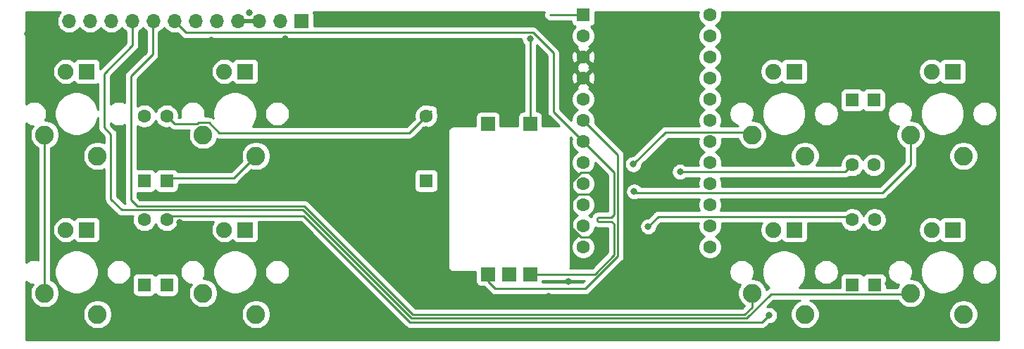
<source format=gbr>
%TF.GenerationSoftware,KiCad,Pcbnew,(5.1.6)-1*%
%TF.CreationDate,2022-01-06T13:40:46-06:00*%
%TF.ProjectId,Pikatea XL Macropad,50696b61-7465-4612-9058-4c204d616372,rev?*%
%TF.SameCoordinates,Original*%
%TF.FileFunction,Copper,L2,Bot*%
%TF.FilePolarity,Positive*%
%FSLAX46Y46*%
G04 Gerber Fmt 4.6, Leading zero omitted, Abs format (unit mm)*
G04 Created by KiCad (PCBNEW (5.1.6)-1) date 2022-01-06 13:40:46*
%MOMM*%
%LPD*%
G01*
G04 APERTURE LIST*
%TA.AperFunction,ComponentPad*%
%ADD10C,1.600000*%
%TD*%
%TA.AperFunction,ComponentPad*%
%ADD11R,1.600000X1.600000*%
%TD*%
%TA.AperFunction,ComponentPad*%
%ADD12O,1.700000X1.700000*%
%TD*%
%TA.AperFunction,ComponentPad*%
%ADD13R,1.700000X1.700000*%
%TD*%
%TA.AperFunction,ComponentPad*%
%ADD14R,1.905000X1.905000*%
%TD*%
%TA.AperFunction,ComponentPad*%
%ADD15C,1.905000*%
%TD*%
%TA.AperFunction,ComponentPad*%
%ADD16C,2.250000*%
%TD*%
%TA.AperFunction,ViaPad*%
%ADD17C,0.800000*%
%TD*%
%TA.AperFunction,Conductor*%
%ADD18C,0.250000*%
%TD*%
%TA.AperFunction,Conductor*%
%ADD19C,0.254000*%
%TD*%
G04 APERTURE END LIST*
D10*
%TO.P,D1,2*%
%TO.N,/A3*%
X190900000Y-94500000D03*
D11*
%TO.P,D1,1*%
%TO.N,Net-(D1-Pad1)*%
X190900000Y-86700000D03*
%TD*%
D10*
%TO.P,D2,2*%
%TO.N,/A0*%
X191000000Y-101100000D03*
D11*
%TO.P,D2,1*%
%TO.N,Net-(D2-Pad1)*%
X191000000Y-108900000D03*
%TD*%
D10*
%TO.P,D3,2*%
%TO.N,/A3*%
X188300000Y-94500000D03*
D11*
%TO.P,D3,1*%
%TO.N,Net-(D3-Pad1)*%
X188300000Y-86700000D03*
%TD*%
D10*
%TO.P,D4,2*%
%TO.N,/A0*%
X188300000Y-101100000D03*
D11*
%TO.P,D4,1*%
%TO.N,Net-(D4-Pad1)*%
X188300000Y-108900000D03*
%TD*%
D10*
%TO.P,D5,2*%
%TO.N,/A3*%
X105900000Y-88600000D03*
D11*
%TO.P,D5,1*%
%TO.N,Net-(D5-Pad1)*%
X105900000Y-96400000D03*
%TD*%
D10*
%TO.P,D6,2*%
%TO.N,/A0*%
X105900000Y-101100000D03*
D11*
%TO.P,D6,1*%
%TO.N,Net-(D6-Pad1)*%
X105900000Y-108900000D03*
%TD*%
D10*
%TO.P,D7,2*%
%TO.N,/A3*%
X103200000Y-88600000D03*
D11*
%TO.P,D7,1*%
%TO.N,Net-(D7-Pad1)*%
X103200000Y-96400000D03*
%TD*%
D10*
%TO.P,D8,2*%
%TO.N,/A0*%
X103200000Y-101100000D03*
D11*
%TO.P,D8,1*%
%TO.N,Net-(D8-Pad1)*%
X103200000Y-108900000D03*
%TD*%
D10*
%TO.P,D9,2*%
%TO.N,/A3*%
X137100000Y-88600000D03*
D11*
%TO.P,D9,1*%
%TO.N,Net-(D9-Pad1)*%
X137100000Y-96400000D03*
%TD*%
D10*
%TO.P,U1,24*%
%TO.N,Net-(U1-Pad24)*%
X171221400Y-76415900D03*
%TO.P,U1,23*%
%TO.N,Net-(U1-Pad23)*%
X171221400Y-78955900D03*
%TO.P,U1,22*%
%TO.N,Net-(U1-Pad22)*%
X171221400Y-81495900D03*
%TO.P,U1,21*%
%TO.N,Net-(U1-Pad21)*%
X171221400Y-84035900D03*
%TO.P,U1,20*%
%TO.N,Net-(U1-Pad20)*%
X171221400Y-86575900D03*
%TO.P,U1,19*%
%TO.N,Net-(U1-Pad19)*%
X171221400Y-89115900D03*
%TO.P,U1,18*%
%TO.N,Net-(U1-Pad18)*%
X171221400Y-91655900D03*
%TO.P,U1,17*%
%TO.N,Net-(U1-Pad17)*%
X171221400Y-94195900D03*
%TO.P,U1,16*%
%TO.N,Net-(U1-Pad16)*%
X171221400Y-96735900D03*
%TO.P,U1,15*%
%TO.N,Net-(U1-Pad15)*%
X171221400Y-99275900D03*
%TO.P,U1,14*%
%TO.N,Net-(U1-Pad14)*%
X171221400Y-101815900D03*
%TO.P,U1,13*%
%TO.N,Net-(U1-Pad13)*%
X171221400Y-104355900D03*
%TO.P,U1,12*%
%TO.N,/A4*%
X155981400Y-104355900D03*
%TO.P,U1,11*%
%TO.N,/A0*%
X155981400Y-101815900D03*
%TO.P,U1,10*%
%TO.N,/A3*%
X155981400Y-99275900D03*
%TO.P,U1,9*%
%TO.N,/D9*%
X155981400Y-96735900D03*
%TO.P,U1,8*%
%TO.N,/D7*%
X155981400Y-94195900D03*
%TO.P,U1,7*%
%TO.N,/A*%
X155981400Y-91655900D03*
%TO.P,U1,6*%
%TO.N,/B*%
X155981400Y-89115900D03*
%TO.P,U1,5*%
%TO.N,Net-(J1-Pad5)*%
X155981400Y-86575900D03*
%TO.P,U1,4*%
%TO.N,GND*%
X155981400Y-84035900D03*
%TO.P,U1,3*%
X155981400Y-81495900D03*
%TO.P,U1,2*%
%TO.N,Net-(J1-Pad2)*%
X155981400Y-78955900D03*
D11*
%TO.P,U1,1*%
%TO.N,/A10*%
X155981400Y-76415900D03*
%TD*%
D12*
%TO.P,J1,12*%
%TO.N,/A4*%
X94170500Y-77177900D03*
%TO.P,J1,11*%
%TO.N,/A0*%
X96710500Y-77177900D03*
%TO.P,J1,10*%
%TO.N,/A3*%
X99250500Y-77177900D03*
%TO.P,J1,9*%
%TO.N,/D9*%
X101790500Y-77177900D03*
%TO.P,J1,8*%
%TO.N,/D7*%
X104330500Y-77177900D03*
%TO.P,J1,7*%
%TO.N,/A*%
X106870500Y-77177900D03*
%TO.P,J1,6*%
%TO.N,/B*%
X109410500Y-77177900D03*
%TO.P,J1,5*%
%TO.N,Net-(J1-Pad5)*%
X111950500Y-77177900D03*
%TO.P,J1,4*%
%TO.N,GND*%
X114490500Y-77177900D03*
%TO.P,J1,3*%
X117030500Y-77177900D03*
%TO.P,J1,2*%
%TO.N,Net-(J1-Pad2)*%
X119570500Y-77177900D03*
D13*
%TO.P,J1,1*%
%TO.N,/A10*%
X122110500Y-77177900D03*
%TD*%
%TO.P,SW3,S1*%
%TO.N,Net-(D9-Pad1)*%
X144531080Y-89529940D03*
%TO.P,SW3,S2*%
%TO.N,/A10*%
X149611080Y-89529940D03*
%TO.P,SW3,C*%
%TO.N,GND*%
X147071080Y-107629940D03*
%TO.P,SW3,B*%
%TO.N,/B*%
X144531080Y-107629940D03*
%TO.P,SW3,A*%
%TO.N,/A*%
X149611080Y-107629940D03*
%TD*%
D14*
%TO.P,MX8,4*%
%TO.N,Net-(MX8-Pad4)*%
X96321479Y-83243660D03*
D15*
%TO.P,MX8,3*%
%TO.N,Net-(MX8-Pad3)*%
X93781479Y-83243660D03*
D16*
%TO.P,MX8,1*%
%TO.N,/A4*%
X91241479Y-90863660D03*
%TO.P,MX8,2*%
%TO.N,Net-(D7-Pad1)*%
X97591479Y-93403660D03*
%TD*%
D14*
%TO.P,MX7,4*%
%TO.N,Net-(MX7-Pad4)*%
X115371480Y-83243660D03*
D15*
%TO.P,MX7,3*%
%TO.N,Net-(MX7-Pad3)*%
X112831480Y-83243660D03*
D16*
%TO.P,MX7,1*%
%TO.N,/D8*%
X110291480Y-90863660D03*
%TO.P,MX7,2*%
%TO.N,Net-(D5-Pad1)*%
X116641480Y-93403660D03*
%TD*%
D14*
%TO.P,MX6,4*%
%TO.N,Net-(MX6-Pad4)*%
X181371480Y-83243660D03*
D15*
%TO.P,MX6,3*%
%TO.N,Net-(MX6-Pad3)*%
X178831480Y-83243660D03*
D16*
%TO.P,MX6,1*%
%TO.N,/D7*%
X176291480Y-90863660D03*
%TO.P,MX6,2*%
%TO.N,Net-(D3-Pad1)*%
X182641480Y-93403660D03*
%TD*%
D14*
%TO.P,MX5,4*%
%TO.N,Net-(MX5-Pad4)*%
X200421480Y-83243660D03*
D15*
%TO.P,MX5,3*%
%TO.N,Net-(MX5-Pad3)*%
X197881480Y-83243660D03*
D16*
%TO.P,MX5,1*%
%TO.N,/D9*%
X195341480Y-90863660D03*
%TO.P,MX5,2*%
%TO.N,Net-(D1-Pad1)*%
X201691480Y-93403660D03*
%TD*%
D14*
%TO.P,MX4,4*%
%TO.N,Net-(MX4-Pad4)*%
X96321479Y-102293660D03*
D15*
%TO.P,MX4,3*%
%TO.N,Net-(MX4-Pad3)*%
X93781479Y-102293660D03*
D16*
%TO.P,MX4,1*%
%TO.N,/A4*%
X91241479Y-109913660D03*
%TO.P,MX4,2*%
%TO.N,Net-(D8-Pad1)*%
X97591479Y-112453660D03*
%TD*%
D14*
%TO.P,MX3,4*%
%TO.N,Net-(MX3-Pad4)*%
X115371480Y-102293659D03*
D15*
%TO.P,MX3,3*%
%TO.N,Net-(MX3-Pad3)*%
X112831480Y-102293659D03*
D16*
%TO.P,MX3,1*%
%TO.N,/D8*%
X110291480Y-109913659D03*
%TO.P,MX3,2*%
%TO.N,Net-(D6-Pad1)*%
X116641480Y-112453659D03*
%TD*%
D14*
%TO.P,MX2,4*%
%TO.N,Net-(MX2-Pad4)*%
X181371480Y-102293659D03*
D15*
%TO.P,MX2,3*%
%TO.N,Net-(MX2-Pad3)*%
X178831480Y-102293659D03*
D16*
%TO.P,MX2,1*%
%TO.N,/D7*%
X176291480Y-109913659D03*
%TO.P,MX2,2*%
%TO.N,Net-(D4-Pad1)*%
X182641480Y-112453659D03*
%TD*%
D14*
%TO.P,MX1,4*%
%TO.N,Net-(MX1-Pad4)*%
X200421480Y-102293659D03*
D15*
%TO.P,MX1,3*%
%TO.N,Net-(MX1-Pad3)*%
X197881480Y-102293659D03*
D16*
%TO.P,MX1,1*%
%TO.N,/D9*%
X195341480Y-109913659D03*
%TO.P,MX1,2*%
%TO.N,Net-(D2-Pad1)*%
X201691480Y-112453659D03*
%TD*%
D17*
%TO.N,GND*%
X115800000Y-76200000D03*
%TO.N,/D9*%
X162100000Y-97700000D03*
%TO.N,/D7*%
X162000000Y-94400000D03*
%TO.N,/A3*%
X167620901Y-95320901D03*
%TO.N,/A0*%
X178307113Y-112600000D03*
X163800000Y-101900000D03*
%TO.N,GND*%
X157200000Y-82600000D03*
X107100000Y-87300000D03*
X107400000Y-97900000D03*
X100500000Y-97200000D03*
X103000000Y-86800000D03*
X107400000Y-110500000D03*
X101500000Y-109900000D03*
X101300000Y-101500000D03*
X107500000Y-101400000D03*
X151800000Y-110300000D03*
X142300000Y-109100000D03*
X154200000Y-108500000D03*
X188700000Y-111200000D03*
X192600000Y-108800000D03*
X187900000Y-102900000D03*
X191200000Y-102900000D03*
X188400000Y-89300000D03*
X190300000Y-89200000D03*
X191000000Y-92400000D03*
X188200000Y-92500000D03*
X157300000Y-103200000D03*
X118300000Y-92300000D03*
X95700000Y-92200000D03*
X94400000Y-111100000D03*
X113600000Y-111100000D03*
X151600000Y-89500000D03*
X142200000Y-88600000D03*
X137100000Y-90200000D03*
X138000000Y-94700000D03*
X153900000Y-78000000D03*
X120200000Y-79300000D03*
X147700000Y-76800000D03*
X100400000Y-84300000D03*
X89800000Y-94500000D03*
X161400000Y-100400000D03*
X157800000Y-95700000D03*
X90500000Y-113600000D03*
X89200000Y-78700000D03*
X92600000Y-80000000D03*
X157800000Y-98000000D03*
X111300000Y-79500000D03*
%TO.N,/A10*%
X149587347Y-79287347D03*
%TD*%
D18*
%TO.N,Net-(D5-Pad1)*%
X116641480Y-93403660D02*
X113945140Y-96100000D01*
X106200000Y-96100000D02*
X105900000Y-96400000D01*
X113945140Y-96100000D02*
X106200000Y-96100000D01*
%TO.N,/D9*%
X101790500Y-80109500D02*
X101790500Y-77177900D01*
X178548824Y-110025001D02*
X175623815Y-112950010D01*
X135313599Y-112950009D02*
X122263590Y-99900000D01*
X122263590Y-99900000D02*
X100500000Y-99900000D01*
X195230138Y-110025001D02*
X178548824Y-110025001D01*
X99200000Y-98600000D02*
X99200000Y-90800000D01*
X100500000Y-99900000D02*
X99200000Y-98600000D01*
X175623815Y-112950010D02*
X135313599Y-112950009D01*
X99200000Y-90800000D02*
X98400000Y-90000000D01*
X98400000Y-83500000D02*
X101790500Y-80109500D01*
X195341480Y-109913659D02*
X195230138Y-110025001D01*
X98400000Y-90000000D02*
X98400000Y-83500000D01*
X195341480Y-90863660D02*
X195341480Y-94458520D01*
X162260901Y-97860901D02*
X162100000Y-97700000D01*
X195341480Y-94458520D02*
X191939099Y-97860901D01*
X191939099Y-97860901D02*
X162260901Y-97860901D01*
%TO.N,/D7*%
X104200000Y-81200000D02*
X104200000Y-77308400D01*
X101600000Y-83800000D02*
X104200000Y-81200000D01*
X102349990Y-99449990D02*
X101600000Y-98700000D01*
X104200000Y-77308400D02*
X104330500Y-77177900D01*
X176291480Y-111608520D02*
X175400000Y-112500000D01*
X101600000Y-98700000D02*
X101600000Y-83800000D01*
X176291480Y-109913659D02*
X176291480Y-111608520D01*
X122449990Y-99449990D02*
X102349990Y-99449990D01*
X175400000Y-112500000D02*
X135500000Y-112500000D01*
X135500000Y-112500000D02*
X122449990Y-99449990D01*
X165869101Y-90530899D02*
X162000000Y-94400000D01*
X176291480Y-90863660D02*
X175958719Y-90530899D01*
X175958719Y-90530899D02*
X165869101Y-90530899D01*
%TO.N,/A4*%
X91241479Y-109913660D02*
X91241479Y-90863660D01*
%TO.N,/A3*%
X187479099Y-95320901D02*
X167620901Y-95320901D01*
X188300000Y-94500000D02*
X187479099Y-95320901D01*
X137709101Y-87990899D02*
X137100000Y-88600000D01*
X167620901Y-95320901D02*
X167620901Y-95320901D01*
X109597481Y-89523661D02*
X106823661Y-89523661D01*
X106823661Y-89523661D02*
X105900000Y-88600000D01*
X110987481Y-89413659D02*
X109707483Y-89413659D01*
X109707483Y-89413659D02*
X109597481Y-89523661D01*
X112216383Y-90642561D02*
X110987481Y-89413659D01*
X135057439Y-90642561D02*
X112216383Y-90642561D01*
X137100000Y-88600000D02*
X135057439Y-90642561D01*
%TO.N,/A0*%
X177507095Y-113400018D02*
X135127198Y-113400018D01*
X178307113Y-112600000D02*
X177507095Y-113400018D01*
X135127198Y-113400018D02*
X122327180Y-100600000D01*
X106400000Y-100600000D02*
X105900000Y-101100000D01*
X122327180Y-100600000D02*
X106400000Y-100600000D01*
X188300000Y-101100000D02*
X187890899Y-100690899D01*
X187890899Y-100690899D02*
X165009101Y-100690899D01*
X165009101Y-100690899D02*
X163800000Y-101900000D01*
%TO.N,GND*%
X155700498Y-103200000D02*
X154600000Y-102099502D01*
X157300000Y-103200000D02*
X155700498Y-103200000D01*
X154600000Y-96500000D02*
X155700000Y-95400000D01*
X155700000Y-95400000D02*
X157500000Y-95400000D01*
X157500000Y-95400000D02*
X157800000Y-95700000D01*
X154600000Y-98800000D02*
X155400000Y-98000000D01*
X154600000Y-98800000D02*
X154600000Y-96500000D01*
X155400000Y-98000000D02*
X157800000Y-98000000D01*
X154600000Y-102099502D02*
X154600000Y-98800000D01*
X120000000Y-79500000D02*
X120200000Y-79300000D01*
X111300000Y-79500000D02*
X120000000Y-79500000D01*
%TO.N,/A*%
X149611080Y-107629940D02*
X157370060Y-107629940D01*
X157370060Y-107629940D02*
X159700000Y-105300000D01*
X159700000Y-95374500D02*
X155981400Y-91655900D01*
X159700000Y-95374500D02*
X159700000Y-100500000D01*
X159700000Y-100500000D02*
X159400000Y-100800000D01*
X159400000Y-100800000D02*
X157800000Y-100800000D01*
X157800000Y-100800000D02*
X157700000Y-100900000D01*
X157700000Y-100900000D02*
X157700000Y-101200000D01*
X157700000Y-101200000D02*
X157800000Y-101300000D01*
X157800000Y-101300000D02*
X159400000Y-101300000D01*
X159700000Y-101600000D02*
X159700000Y-105300000D01*
X159400000Y-101300000D02*
X159700000Y-101600000D01*
X149935348Y-78562346D02*
X108254946Y-78562346D01*
X108254946Y-78562346D02*
X106870500Y-77177900D01*
X155981400Y-91655900D02*
X152400000Y-88074500D01*
X152400000Y-81026998D02*
X149935348Y-78562346D01*
X152400000Y-88074500D02*
X152400000Y-81026998D01*
%TO.N,/B*%
X144531080Y-107629940D02*
X144531080Y-108531080D01*
X144531080Y-108531080D02*
X145400000Y-109400000D01*
X160150010Y-93284510D02*
X155981400Y-89115900D01*
X156236410Y-109400000D02*
X160150010Y-105486400D01*
X160150010Y-105486400D02*
X160150010Y-93284510D01*
X145400000Y-109400000D02*
X156236410Y-109400000D01*
%TO.N,/A10*%
X151984100Y-76415900D02*
X155981400Y-76415900D01*
X149611080Y-89529940D02*
X149611080Y-80781980D01*
X149611080Y-80781980D02*
X149600000Y-80770900D01*
X149611080Y-80781980D02*
X149611080Y-79411080D01*
X149611080Y-79411080D02*
X149587347Y-79387347D01*
X149587347Y-79387347D02*
X149587347Y-79287347D01*
%TD*%
D19*
%TO.N,GND*%
G36*
X93017025Y-76231268D02*
G01*
X92854510Y-76474489D01*
X92742568Y-76744742D01*
X92685500Y-77031640D01*
X92685500Y-77324160D01*
X92742568Y-77611058D01*
X92854510Y-77881311D01*
X93017025Y-78124532D01*
X93223868Y-78331375D01*
X93467089Y-78493890D01*
X93737342Y-78605832D01*
X94024240Y-78662900D01*
X94316760Y-78662900D01*
X94603658Y-78605832D01*
X94873911Y-78493890D01*
X95117132Y-78331375D01*
X95323975Y-78124532D01*
X95440500Y-77950140D01*
X95557025Y-78124532D01*
X95763868Y-78331375D01*
X96007089Y-78493890D01*
X96277342Y-78605832D01*
X96564240Y-78662900D01*
X96856760Y-78662900D01*
X97143658Y-78605832D01*
X97413911Y-78493890D01*
X97657132Y-78331375D01*
X97863975Y-78124532D01*
X97980500Y-77950140D01*
X98097025Y-78124532D01*
X98303868Y-78331375D01*
X98547089Y-78493890D01*
X98817342Y-78605832D01*
X99104240Y-78662900D01*
X99396760Y-78662900D01*
X99683658Y-78605832D01*
X99953911Y-78493890D01*
X100197132Y-78331375D01*
X100403975Y-78124532D01*
X100520500Y-77950140D01*
X100637025Y-78124532D01*
X100843868Y-78331375D01*
X101030501Y-78456079D01*
X101030500Y-79794698D01*
X97912051Y-82913148D01*
X97912051Y-82291160D01*
X97899791Y-82166678D01*
X97863481Y-82046980D01*
X97804516Y-81936666D01*
X97725164Y-81839975D01*
X97628473Y-81760623D01*
X97518159Y-81701658D01*
X97398461Y-81665348D01*
X97273979Y-81653088D01*
X95368979Y-81653088D01*
X95244497Y-81665348D01*
X95124799Y-81701658D01*
X95014485Y-81760623D01*
X94917794Y-81839975D01*
X94838442Y-81936666D01*
X94797028Y-82014145D01*
X94793451Y-82010568D01*
X94533442Y-81836836D01*
X94244536Y-81717167D01*
X93937834Y-81656160D01*
X93625124Y-81656160D01*
X93318422Y-81717167D01*
X93029516Y-81836836D01*
X92769507Y-82010568D01*
X92548387Y-82231688D01*
X92374655Y-82491697D01*
X92254986Y-82780603D01*
X92193979Y-83087305D01*
X92193979Y-83400015D01*
X92254986Y-83706717D01*
X92374655Y-83995623D01*
X92548387Y-84255632D01*
X92769507Y-84476752D01*
X93029516Y-84650484D01*
X93318422Y-84770153D01*
X93625124Y-84831160D01*
X93937834Y-84831160D01*
X94244536Y-84770153D01*
X94533442Y-84650484D01*
X94793451Y-84476752D01*
X94797028Y-84473175D01*
X94838442Y-84550654D01*
X94917794Y-84647345D01*
X95014485Y-84726697D01*
X95124799Y-84785662D01*
X95244497Y-84821972D01*
X95368979Y-84834232D01*
X97273979Y-84834232D01*
X97398461Y-84821972D01*
X97518159Y-84785662D01*
X97628473Y-84726697D01*
X97640001Y-84717236D01*
X97640000Y-87861738D01*
X97579352Y-87556838D01*
X97381180Y-87078409D01*
X97093479Y-86647834D01*
X96727305Y-86281660D01*
X96296730Y-85993959D01*
X95818301Y-85795787D01*
X95310403Y-85694760D01*
X94792555Y-85694760D01*
X94284657Y-85795787D01*
X93806228Y-85993959D01*
X93375653Y-86281660D01*
X93009479Y-86647834D01*
X92721778Y-87078409D01*
X92523606Y-87556838D01*
X92422579Y-88064736D01*
X92422579Y-88582584D01*
X92523606Y-89090482D01*
X92721778Y-89568911D01*
X93009479Y-89999486D01*
X93375653Y-90365660D01*
X93806228Y-90653361D01*
X94284657Y-90851533D01*
X94792555Y-90952560D01*
X95310403Y-90952560D01*
X95818301Y-90851533D01*
X96296730Y-90653361D01*
X96727305Y-90365660D01*
X97093479Y-89999486D01*
X97381180Y-89568911D01*
X97579352Y-89090482D01*
X97640000Y-88785582D01*
X97640000Y-89962677D01*
X97636324Y-90000000D01*
X97640000Y-90037322D01*
X97640000Y-90037332D01*
X97650997Y-90148985D01*
X97678197Y-90238652D01*
X97694454Y-90292246D01*
X97765026Y-90424276D01*
X97777426Y-90439385D01*
X97859999Y-90540001D01*
X97889002Y-90563803D01*
X98440001Y-91114803D01*
X98440001Y-91853890D01*
X98425152Y-91843968D01*
X98104852Y-91711296D01*
X97764824Y-91643660D01*
X97418134Y-91643660D01*
X97078106Y-91711296D01*
X96757806Y-91843968D01*
X96469544Y-92036579D01*
X96224398Y-92281725D01*
X96031787Y-92569987D01*
X95899115Y-92890287D01*
X95831479Y-93230315D01*
X95831479Y-93577005D01*
X95899115Y-93917033D01*
X96031787Y-94237333D01*
X96224398Y-94525595D01*
X96469544Y-94770741D01*
X96757806Y-94963352D01*
X97078106Y-95096024D01*
X97418134Y-95163660D01*
X97764824Y-95163660D01*
X98104852Y-95096024D01*
X98425152Y-94963352D01*
X98440000Y-94953431D01*
X98440000Y-98562678D01*
X98436324Y-98600000D01*
X98440000Y-98637322D01*
X98440000Y-98637332D01*
X98450997Y-98748985D01*
X98492617Y-98886191D01*
X98494454Y-98892246D01*
X98565026Y-99024276D01*
X98604871Y-99072826D01*
X98659999Y-99140001D01*
X98689003Y-99163804D01*
X99936200Y-100411002D01*
X99959999Y-100440001D01*
X100075724Y-100534974D01*
X100207753Y-100605546D01*
X100351014Y-100649003D01*
X100462667Y-100660000D01*
X100462675Y-100660000D01*
X100500000Y-100663676D01*
X100537325Y-100660000D01*
X101829022Y-100660000D01*
X101820147Y-100681426D01*
X101765000Y-100958665D01*
X101765000Y-101241335D01*
X101820147Y-101518574D01*
X101928320Y-101779727D01*
X102085363Y-102014759D01*
X102285241Y-102214637D01*
X102520273Y-102371680D01*
X102781426Y-102479853D01*
X103058665Y-102535000D01*
X103341335Y-102535000D01*
X103618574Y-102479853D01*
X103879727Y-102371680D01*
X104114759Y-102214637D01*
X104314637Y-102014759D01*
X104471680Y-101779727D01*
X104550000Y-101590646D01*
X104628320Y-101779727D01*
X104785363Y-102014759D01*
X104985241Y-102214637D01*
X105220273Y-102371680D01*
X105481426Y-102479853D01*
X105758665Y-102535000D01*
X106041335Y-102535000D01*
X106318574Y-102479853D01*
X106579727Y-102371680D01*
X106814759Y-102214637D01*
X107014637Y-102014759D01*
X107171680Y-101779727D01*
X107279853Y-101518574D01*
X107311396Y-101360000D01*
X111546061Y-101360000D01*
X111424656Y-101541696D01*
X111304987Y-101830602D01*
X111243980Y-102137304D01*
X111243980Y-102450014D01*
X111304987Y-102756716D01*
X111424656Y-103045622D01*
X111598388Y-103305631D01*
X111819508Y-103526751D01*
X112079517Y-103700483D01*
X112368423Y-103820152D01*
X112675125Y-103881159D01*
X112987835Y-103881159D01*
X113294537Y-103820152D01*
X113583443Y-103700483D01*
X113843452Y-103526751D01*
X113847029Y-103523174D01*
X113888443Y-103600653D01*
X113967795Y-103697344D01*
X114064486Y-103776696D01*
X114174800Y-103835661D01*
X114294498Y-103871971D01*
X114418980Y-103884231D01*
X116323980Y-103884231D01*
X116448462Y-103871971D01*
X116568160Y-103835661D01*
X116678474Y-103776696D01*
X116775165Y-103697344D01*
X116854517Y-103600653D01*
X116913482Y-103490339D01*
X116949792Y-103370641D01*
X116962052Y-103246159D01*
X116962052Y-101360000D01*
X122012379Y-101360000D01*
X134563399Y-113911021D01*
X134587197Y-113940019D01*
X134616195Y-113963817D01*
X134702921Y-114034992D01*
X134834951Y-114105564D01*
X134978212Y-114149021D01*
X135089865Y-114160018D01*
X135089874Y-114160018D01*
X135127197Y-114163694D01*
X135164520Y-114160018D01*
X177469773Y-114160018D01*
X177507095Y-114163694D01*
X177544417Y-114160018D01*
X177544428Y-114160018D01*
X177656081Y-114149021D01*
X177799342Y-114105564D01*
X177931371Y-114034992D01*
X178047096Y-113940019D01*
X178070898Y-113911016D01*
X178346914Y-113635000D01*
X178409052Y-113635000D01*
X178609011Y-113595226D01*
X178797369Y-113517205D01*
X178966887Y-113403937D01*
X179111050Y-113259774D01*
X179224318Y-113090256D01*
X179302339Y-112901898D01*
X179342113Y-112701939D01*
X179342113Y-112498061D01*
X179302339Y-112298102D01*
X179224318Y-112109744D01*
X179111050Y-111940226D01*
X178966887Y-111796063D01*
X178797369Y-111682795D01*
X178609011Y-111604774D01*
X178409052Y-111565000D01*
X178205174Y-111565000D01*
X178053447Y-111595180D01*
X178863627Y-110785001D01*
X182070875Y-110785001D01*
X181807807Y-110893967D01*
X181519545Y-111086578D01*
X181274399Y-111331724D01*
X181081788Y-111619986D01*
X180949116Y-111940286D01*
X180881480Y-112280314D01*
X180881480Y-112627004D01*
X180949116Y-112967032D01*
X181081788Y-113287332D01*
X181274399Y-113575594D01*
X181519545Y-113820740D01*
X181807807Y-114013351D01*
X182128107Y-114146023D01*
X182468135Y-114213659D01*
X182814825Y-114213659D01*
X183154853Y-114146023D01*
X183475153Y-114013351D01*
X183763415Y-113820740D01*
X184008561Y-113575594D01*
X184201172Y-113287332D01*
X184333844Y-112967032D01*
X184401480Y-112627004D01*
X184401480Y-112280314D01*
X199931480Y-112280314D01*
X199931480Y-112627004D01*
X199999116Y-112967032D01*
X200131788Y-113287332D01*
X200324399Y-113575594D01*
X200569545Y-113820740D01*
X200857807Y-114013351D01*
X201178107Y-114146023D01*
X201518135Y-114213659D01*
X201864825Y-114213659D01*
X202204853Y-114146023D01*
X202525153Y-114013351D01*
X202813415Y-113820740D01*
X203058561Y-113575594D01*
X203251172Y-113287332D01*
X203383844Y-112967032D01*
X203451480Y-112627004D01*
X203451480Y-112280314D01*
X203383844Y-111940286D01*
X203251172Y-111619986D01*
X203058561Y-111331724D01*
X202813415Y-111086578D01*
X202525153Y-110893967D01*
X202204853Y-110761295D01*
X201864825Y-110693659D01*
X201518135Y-110693659D01*
X201178107Y-110761295D01*
X200857807Y-110893967D01*
X200569545Y-111086578D01*
X200324399Y-111331724D01*
X200131788Y-111619986D01*
X199999116Y-111940286D01*
X199931480Y-112280314D01*
X184401480Y-112280314D01*
X184333844Y-111940286D01*
X184201172Y-111619986D01*
X184008561Y-111331724D01*
X183763415Y-111086578D01*
X183475153Y-110893967D01*
X183212085Y-110785001D01*
X193806958Y-110785001D01*
X193974399Y-111035594D01*
X194219545Y-111280740D01*
X194507807Y-111473351D01*
X194828107Y-111606023D01*
X195168135Y-111673659D01*
X195514825Y-111673659D01*
X195854853Y-111606023D01*
X196175153Y-111473351D01*
X196463415Y-111280740D01*
X196708561Y-111035594D01*
X196901172Y-110747332D01*
X197033844Y-110427032D01*
X197101480Y-110087004D01*
X197101480Y-109740314D01*
X197033844Y-109400286D01*
X196901172Y-109079986D01*
X196708561Y-108791724D01*
X196463415Y-108546578D01*
X196175153Y-108353967D01*
X195854853Y-108221295D01*
X195514825Y-108153659D01*
X195366362Y-108153659D01*
X195409624Y-108088912D01*
X195523451Y-107814110D01*
X195581480Y-107522381D01*
X195581480Y-107224937D01*
X195559560Y-107114735D01*
X196522580Y-107114735D01*
X196522580Y-107632583D01*
X196623607Y-108140481D01*
X196821779Y-108618910D01*
X197109480Y-109049485D01*
X197475654Y-109415659D01*
X197906229Y-109703360D01*
X198384658Y-109901532D01*
X198892556Y-110002559D01*
X199410404Y-110002559D01*
X199918302Y-109901532D01*
X200396731Y-109703360D01*
X200827306Y-109415659D01*
X201193480Y-109049485D01*
X201481181Y-108618910D01*
X201679353Y-108140481D01*
X201780380Y-107632583D01*
X201780380Y-107224937D01*
X202721480Y-107224937D01*
X202721480Y-107522381D01*
X202779509Y-107814110D01*
X202893336Y-108088912D01*
X203058587Y-108336228D01*
X203268911Y-108546552D01*
X203516227Y-108711803D01*
X203791029Y-108825630D01*
X204082758Y-108883659D01*
X204380202Y-108883659D01*
X204671931Y-108825630D01*
X204946733Y-108711803D01*
X205194049Y-108546552D01*
X205404373Y-108336228D01*
X205569624Y-108088912D01*
X205683451Y-107814110D01*
X205741480Y-107522381D01*
X205741480Y-107224937D01*
X205683451Y-106933208D01*
X205569624Y-106658406D01*
X205404373Y-106411090D01*
X205194049Y-106200766D01*
X204946733Y-106035515D01*
X204671931Y-105921688D01*
X204380202Y-105863659D01*
X204082758Y-105863659D01*
X203791029Y-105921688D01*
X203516227Y-106035515D01*
X203268911Y-106200766D01*
X203058587Y-106411090D01*
X202893336Y-106658406D01*
X202779509Y-106933208D01*
X202721480Y-107224937D01*
X201780380Y-107224937D01*
X201780380Y-107114735D01*
X201679353Y-106606837D01*
X201481181Y-106128408D01*
X201193480Y-105697833D01*
X200827306Y-105331659D01*
X200396731Y-105043958D01*
X199918302Y-104845786D01*
X199410404Y-104744759D01*
X198892556Y-104744759D01*
X198384658Y-104845786D01*
X197906229Y-105043958D01*
X197475654Y-105331659D01*
X197109480Y-105697833D01*
X196821779Y-106128408D01*
X196623607Y-106606837D01*
X196522580Y-107114735D01*
X195559560Y-107114735D01*
X195523451Y-106933208D01*
X195409624Y-106658406D01*
X195244373Y-106411090D01*
X195034049Y-106200766D01*
X194786733Y-106035515D01*
X194511931Y-105921688D01*
X194220202Y-105863659D01*
X193922758Y-105863659D01*
X193631029Y-105921688D01*
X193356227Y-106035515D01*
X193108911Y-106200766D01*
X192898587Y-106411090D01*
X192733336Y-106658406D01*
X192619509Y-106933208D01*
X192561480Y-107224937D01*
X192561480Y-107522381D01*
X192619509Y-107814110D01*
X192733336Y-108088912D01*
X192898587Y-108336228D01*
X193108911Y-108546552D01*
X193356227Y-108711803D01*
X193631029Y-108825630D01*
X193914118Y-108881940D01*
X193781788Y-109079986D01*
X193705153Y-109265001D01*
X192438072Y-109265001D01*
X192438072Y-108100000D01*
X192425812Y-107975518D01*
X192389502Y-107855820D01*
X192330537Y-107745506D01*
X192251185Y-107648815D01*
X192154494Y-107569463D01*
X192044180Y-107510498D01*
X191924482Y-107474188D01*
X191800000Y-107461928D01*
X190200000Y-107461928D01*
X190075518Y-107474188D01*
X189955820Y-107510498D01*
X189845506Y-107569463D01*
X189748815Y-107648815D01*
X189669463Y-107745506D01*
X189650000Y-107781918D01*
X189630537Y-107745506D01*
X189551185Y-107648815D01*
X189454494Y-107569463D01*
X189344180Y-107510498D01*
X189224482Y-107474188D01*
X189100000Y-107461928D01*
X187500000Y-107461928D01*
X187375518Y-107474188D01*
X187255820Y-107510498D01*
X187145506Y-107569463D01*
X187048815Y-107648815D01*
X186969463Y-107745506D01*
X186910498Y-107855820D01*
X186874188Y-107975518D01*
X186861928Y-108100000D01*
X186861928Y-109265001D01*
X181927964Y-109265001D01*
X182143480Y-109049485D01*
X182431181Y-108618910D01*
X182629353Y-108140481D01*
X182730380Y-107632583D01*
X182730380Y-107224937D01*
X183671480Y-107224937D01*
X183671480Y-107522381D01*
X183729509Y-107814110D01*
X183843336Y-108088912D01*
X184008587Y-108336228D01*
X184218911Y-108546552D01*
X184466227Y-108711803D01*
X184741029Y-108825630D01*
X185032758Y-108883659D01*
X185330202Y-108883659D01*
X185621931Y-108825630D01*
X185896733Y-108711803D01*
X186144049Y-108546552D01*
X186354373Y-108336228D01*
X186519624Y-108088912D01*
X186633451Y-107814110D01*
X186691480Y-107522381D01*
X186691480Y-107224937D01*
X186633451Y-106933208D01*
X186519624Y-106658406D01*
X186354373Y-106411090D01*
X186144049Y-106200766D01*
X185896733Y-106035515D01*
X185621931Y-105921688D01*
X185330202Y-105863659D01*
X185032758Y-105863659D01*
X184741029Y-105921688D01*
X184466227Y-106035515D01*
X184218911Y-106200766D01*
X184008587Y-106411090D01*
X183843336Y-106658406D01*
X183729509Y-106933208D01*
X183671480Y-107224937D01*
X182730380Y-107224937D01*
X182730380Y-107114735D01*
X182629353Y-106606837D01*
X182431181Y-106128408D01*
X182143480Y-105697833D01*
X181777306Y-105331659D01*
X181346731Y-105043958D01*
X180868302Y-104845786D01*
X180360404Y-104744759D01*
X179842556Y-104744759D01*
X179334658Y-104845786D01*
X178856229Y-105043958D01*
X178425654Y-105331659D01*
X178059480Y-105697833D01*
X177771779Y-106128408D01*
X177573607Y-106606837D01*
X177472580Y-107114735D01*
X177472580Y-107632583D01*
X177573607Y-108140481D01*
X177771779Y-108618910D01*
X178059480Y-109049485D01*
X178312489Y-109302494D01*
X178256577Y-109319455D01*
X178124548Y-109390027D01*
X178124546Y-109390028D01*
X178124547Y-109390028D01*
X178037820Y-109461202D01*
X178037816Y-109461206D01*
X178008823Y-109485000D01*
X178002280Y-109492972D01*
X177983844Y-109400286D01*
X177851172Y-109079986D01*
X177658561Y-108791724D01*
X177413415Y-108546578D01*
X177125153Y-108353967D01*
X176804853Y-108221295D01*
X176464825Y-108153659D01*
X176316362Y-108153659D01*
X176359624Y-108088912D01*
X176473451Y-107814110D01*
X176531480Y-107522381D01*
X176531480Y-107224937D01*
X176473451Y-106933208D01*
X176359624Y-106658406D01*
X176194373Y-106411090D01*
X175984049Y-106200766D01*
X175736733Y-106035515D01*
X175461931Y-105921688D01*
X175170202Y-105863659D01*
X174872758Y-105863659D01*
X174581029Y-105921688D01*
X174306227Y-106035515D01*
X174058911Y-106200766D01*
X173848587Y-106411090D01*
X173683336Y-106658406D01*
X173569509Y-106933208D01*
X173511480Y-107224937D01*
X173511480Y-107522381D01*
X173569509Y-107814110D01*
X173683336Y-108088912D01*
X173848587Y-108336228D01*
X174058911Y-108546552D01*
X174306227Y-108711803D01*
X174581029Y-108825630D01*
X174864118Y-108881940D01*
X174731788Y-109079986D01*
X174599116Y-109400286D01*
X174531480Y-109740314D01*
X174531480Y-110087004D01*
X174599116Y-110427032D01*
X174731788Y-110747332D01*
X174924399Y-111035594D01*
X175169545Y-111280740D01*
X175394289Y-111430909D01*
X175085199Y-111740000D01*
X135814802Y-111740000D01*
X123013794Y-98938993D01*
X122989991Y-98909989D01*
X122874266Y-98815016D01*
X122742237Y-98744444D01*
X122598976Y-98700987D01*
X122487323Y-98689990D01*
X122487312Y-98689990D01*
X122449990Y-98686314D01*
X122412668Y-98689990D01*
X102664792Y-98689990D01*
X102360000Y-98385199D01*
X102360000Y-97834132D01*
X102400000Y-97838072D01*
X104000000Y-97838072D01*
X104124482Y-97825812D01*
X104244180Y-97789502D01*
X104354494Y-97730537D01*
X104451185Y-97651185D01*
X104530537Y-97554494D01*
X104550000Y-97518082D01*
X104569463Y-97554494D01*
X104648815Y-97651185D01*
X104745506Y-97730537D01*
X104855820Y-97789502D01*
X104975518Y-97825812D01*
X105100000Y-97838072D01*
X106700000Y-97838072D01*
X106824482Y-97825812D01*
X106944180Y-97789502D01*
X107054494Y-97730537D01*
X107151185Y-97651185D01*
X107230537Y-97554494D01*
X107289502Y-97444180D01*
X107325812Y-97324482D01*
X107338072Y-97200000D01*
X107338072Y-96860000D01*
X113907818Y-96860000D01*
X113945140Y-96863676D01*
X113982462Y-96860000D01*
X113982473Y-96860000D01*
X114094126Y-96849003D01*
X114237387Y-96805546D01*
X114369416Y-96734974D01*
X114485141Y-96640001D01*
X114508944Y-96610997D01*
X115519941Y-95600000D01*
X135661928Y-95600000D01*
X135661928Y-97200000D01*
X135674188Y-97324482D01*
X135710498Y-97444180D01*
X135769463Y-97554494D01*
X135848815Y-97651185D01*
X135945506Y-97730537D01*
X136055820Y-97789502D01*
X136175518Y-97825812D01*
X136300000Y-97838072D01*
X137900000Y-97838072D01*
X138024482Y-97825812D01*
X138144180Y-97789502D01*
X138254494Y-97730537D01*
X138351185Y-97651185D01*
X138430537Y-97554494D01*
X138489502Y-97444180D01*
X138525812Y-97324482D01*
X138538072Y-97200000D01*
X138538072Y-95600000D01*
X138525812Y-95475518D01*
X138489502Y-95355820D01*
X138430537Y-95245506D01*
X138351185Y-95148815D01*
X138254494Y-95069463D01*
X138144180Y-95010498D01*
X138024482Y-94974188D01*
X137900000Y-94961928D01*
X136300000Y-94961928D01*
X136175518Y-94974188D01*
X136055820Y-95010498D01*
X135945506Y-95069463D01*
X135848815Y-95148815D01*
X135769463Y-95245506D01*
X135710498Y-95355820D01*
X135674188Y-95475518D01*
X135661928Y-95600000D01*
X115519941Y-95600000D01*
X116054434Y-95065508D01*
X116128107Y-95096024D01*
X116468135Y-95163660D01*
X116814825Y-95163660D01*
X117154853Y-95096024D01*
X117475153Y-94963352D01*
X117763415Y-94770741D01*
X118008561Y-94525595D01*
X118201172Y-94237333D01*
X118333844Y-93917033D01*
X118401480Y-93577005D01*
X118401480Y-93230315D01*
X118333844Y-92890287D01*
X118201172Y-92569987D01*
X118008561Y-92281725D01*
X117763415Y-92036579D01*
X117475153Y-91843968D01*
X117154853Y-91711296D01*
X116814825Y-91643660D01*
X116468135Y-91643660D01*
X116128107Y-91711296D01*
X115807807Y-91843968D01*
X115519545Y-92036579D01*
X115274399Y-92281725D01*
X115081788Y-92569987D01*
X114949116Y-92890287D01*
X114881480Y-93230315D01*
X114881480Y-93577005D01*
X114949116Y-93917033D01*
X114979632Y-93990706D01*
X113630339Y-95340000D01*
X107281046Y-95340000D01*
X107230537Y-95245506D01*
X107151185Y-95148815D01*
X107054494Y-95069463D01*
X106944180Y-95010498D01*
X106824482Y-94974188D01*
X106700000Y-94961928D01*
X105100000Y-94961928D01*
X104975518Y-94974188D01*
X104855820Y-95010498D01*
X104745506Y-95069463D01*
X104648815Y-95148815D01*
X104569463Y-95245506D01*
X104550000Y-95281918D01*
X104530537Y-95245506D01*
X104451185Y-95148815D01*
X104354494Y-95069463D01*
X104244180Y-95010498D01*
X104124482Y-94974188D01*
X104000000Y-94961928D01*
X102400000Y-94961928D01*
X102360000Y-94965868D01*
X102360000Y-89764589D01*
X102520273Y-89871680D01*
X102781426Y-89979853D01*
X103058665Y-90035000D01*
X103341335Y-90035000D01*
X103618574Y-89979853D01*
X103879727Y-89871680D01*
X104114759Y-89714637D01*
X104314637Y-89514759D01*
X104471680Y-89279727D01*
X104550000Y-89090646D01*
X104628320Y-89279727D01*
X104785363Y-89514759D01*
X104985241Y-89714637D01*
X105220273Y-89871680D01*
X105481426Y-89979853D01*
X105758665Y-90035000D01*
X106041335Y-90035000D01*
X106223886Y-89998688D01*
X106259862Y-90034664D01*
X106283660Y-90063662D01*
X106312658Y-90087460D01*
X106399384Y-90158635D01*
X106510979Y-90218284D01*
X106531414Y-90229207D01*
X106674675Y-90272664D01*
X106786328Y-90283661D01*
X106786338Y-90283661D01*
X106823661Y-90287337D01*
X106860984Y-90283661D01*
X108626713Y-90283661D01*
X108599116Y-90350287D01*
X108531480Y-90690315D01*
X108531480Y-91037005D01*
X108599116Y-91377033D01*
X108731788Y-91697333D01*
X108924399Y-91985595D01*
X109169545Y-92230741D01*
X109457807Y-92423352D01*
X109778107Y-92556024D01*
X110118135Y-92623660D01*
X110464825Y-92623660D01*
X110804853Y-92556024D01*
X111125153Y-92423352D01*
X111413415Y-92230741D01*
X111658561Y-91985595D01*
X111851172Y-91697333D01*
X111983844Y-91377033D01*
X111985873Y-91366834D01*
X112067397Y-91391564D01*
X112179050Y-91402561D01*
X112179060Y-91402561D01*
X112216383Y-91406237D01*
X112253706Y-91402561D01*
X135020117Y-91402561D01*
X135057439Y-91406237D01*
X135094761Y-91402561D01*
X135094772Y-91402561D01*
X135206425Y-91391564D01*
X135349686Y-91348107D01*
X135481715Y-91277535D01*
X135597440Y-91182562D01*
X135621243Y-91153559D01*
X136776114Y-89998688D01*
X136958665Y-90035000D01*
X137241335Y-90035000D01*
X137518574Y-89979853D01*
X137779727Y-89871680D01*
X138014759Y-89714637D01*
X138214637Y-89514759D01*
X138371680Y-89279727D01*
X138479853Y-89018574D01*
X138535000Y-88741335D01*
X138535000Y-88458665D01*
X138479853Y-88181426D01*
X138458976Y-88131024D01*
X138472777Y-87990899D01*
X138458103Y-87841913D01*
X138414647Y-87698653D01*
X138344075Y-87566623D01*
X138249102Y-87450898D01*
X138133377Y-87355925D01*
X138001347Y-87285353D01*
X137858087Y-87241897D01*
X137709101Y-87227223D01*
X137568976Y-87241024D01*
X137518574Y-87220147D01*
X137241335Y-87165000D01*
X136958665Y-87165000D01*
X136681426Y-87220147D01*
X136420273Y-87328320D01*
X136185241Y-87485363D01*
X135985363Y-87685241D01*
X135828320Y-87920273D01*
X135720147Y-88181426D01*
X135665000Y-88458665D01*
X135665000Y-88741335D01*
X135701312Y-88923886D01*
X134742638Y-89882561D01*
X116221607Y-89882561D01*
X116431181Y-89568911D01*
X116629353Y-89090482D01*
X116730380Y-88582584D01*
X116730380Y-88174938D01*
X117671480Y-88174938D01*
X117671480Y-88472382D01*
X117729509Y-88764111D01*
X117843336Y-89038913D01*
X118008587Y-89286229D01*
X118218911Y-89496553D01*
X118466227Y-89661804D01*
X118741029Y-89775631D01*
X119032758Y-89833660D01*
X119330202Y-89833660D01*
X119621931Y-89775631D01*
X119896733Y-89661804D01*
X120144049Y-89496553D01*
X120354373Y-89286229D01*
X120519624Y-89038913D01*
X120633451Y-88764111D01*
X120691480Y-88472382D01*
X120691480Y-88174938D01*
X120633451Y-87883209D01*
X120519624Y-87608407D01*
X120354373Y-87361091D01*
X120144049Y-87150767D01*
X119896733Y-86985516D01*
X119621931Y-86871689D01*
X119330202Y-86813660D01*
X119032758Y-86813660D01*
X118741029Y-86871689D01*
X118466227Y-86985516D01*
X118218911Y-87150767D01*
X118008587Y-87361091D01*
X117843336Y-87608407D01*
X117729509Y-87883209D01*
X117671480Y-88174938D01*
X116730380Y-88174938D01*
X116730380Y-88064736D01*
X116629353Y-87556838D01*
X116431181Y-87078409D01*
X116143480Y-86647834D01*
X115777306Y-86281660D01*
X115346731Y-85993959D01*
X114868302Y-85795787D01*
X114360404Y-85694760D01*
X113842556Y-85694760D01*
X113334658Y-85795787D01*
X112856229Y-85993959D01*
X112425654Y-86281660D01*
X112059480Y-86647834D01*
X111771779Y-87078409D01*
X111573607Y-87556838D01*
X111472580Y-88064736D01*
X111472580Y-88582584D01*
X111531437Y-88878477D01*
X111527482Y-88873658D01*
X111411757Y-88778685D01*
X111279728Y-88708113D01*
X111136467Y-88664656D01*
X111024814Y-88653659D01*
X111024803Y-88653659D01*
X110987481Y-88649983D01*
X110950159Y-88653659D01*
X110495421Y-88653659D01*
X110531480Y-88472382D01*
X110531480Y-88174938D01*
X110473451Y-87883209D01*
X110359624Y-87608407D01*
X110194373Y-87361091D01*
X109984049Y-87150767D01*
X109736733Y-86985516D01*
X109461931Y-86871689D01*
X109170202Y-86813660D01*
X108872758Y-86813660D01*
X108581029Y-86871689D01*
X108306227Y-86985516D01*
X108058911Y-87150767D01*
X107848587Y-87361091D01*
X107683336Y-87608407D01*
X107569509Y-87883209D01*
X107511480Y-88174938D01*
X107511480Y-88472382D01*
X107569419Y-88763661D01*
X107330559Y-88763661D01*
X107335000Y-88741335D01*
X107335000Y-88458665D01*
X107279853Y-88181426D01*
X107171680Y-87920273D01*
X107014637Y-87685241D01*
X106814759Y-87485363D01*
X106579727Y-87328320D01*
X106318574Y-87220147D01*
X106041335Y-87165000D01*
X105758665Y-87165000D01*
X105481426Y-87220147D01*
X105220273Y-87328320D01*
X104985241Y-87485363D01*
X104785363Y-87685241D01*
X104628320Y-87920273D01*
X104550000Y-88109354D01*
X104471680Y-87920273D01*
X104314637Y-87685241D01*
X104114759Y-87485363D01*
X103879727Y-87328320D01*
X103618574Y-87220147D01*
X103341335Y-87165000D01*
X103058665Y-87165000D01*
X102781426Y-87220147D01*
X102520273Y-87328320D01*
X102360000Y-87435411D01*
X102360000Y-84114801D01*
X103387496Y-83087305D01*
X111243980Y-83087305D01*
X111243980Y-83400015D01*
X111304987Y-83706717D01*
X111424656Y-83995623D01*
X111598388Y-84255632D01*
X111819508Y-84476752D01*
X112079517Y-84650484D01*
X112368423Y-84770153D01*
X112675125Y-84831160D01*
X112987835Y-84831160D01*
X113294537Y-84770153D01*
X113583443Y-84650484D01*
X113843452Y-84476752D01*
X113847029Y-84473175D01*
X113888443Y-84550654D01*
X113967795Y-84647345D01*
X114064486Y-84726697D01*
X114174800Y-84785662D01*
X114294498Y-84821972D01*
X114418980Y-84834232D01*
X116323980Y-84834232D01*
X116448462Y-84821972D01*
X116568160Y-84785662D01*
X116678474Y-84726697D01*
X116775165Y-84647345D01*
X116854517Y-84550654D01*
X116913482Y-84440340D01*
X116949792Y-84320642D01*
X116962052Y-84196160D01*
X116962052Y-82291160D01*
X116949792Y-82166678D01*
X116913482Y-82046980D01*
X116854517Y-81936666D01*
X116775165Y-81839975D01*
X116678474Y-81760623D01*
X116568160Y-81701658D01*
X116448462Y-81665348D01*
X116323980Y-81653088D01*
X114418980Y-81653088D01*
X114294498Y-81665348D01*
X114174800Y-81701658D01*
X114064486Y-81760623D01*
X113967795Y-81839975D01*
X113888443Y-81936666D01*
X113847029Y-82014145D01*
X113843452Y-82010568D01*
X113583443Y-81836836D01*
X113294537Y-81717167D01*
X112987835Y-81656160D01*
X112675125Y-81656160D01*
X112368423Y-81717167D01*
X112079517Y-81836836D01*
X111819508Y-82010568D01*
X111598388Y-82231688D01*
X111424656Y-82491697D01*
X111304987Y-82780603D01*
X111243980Y-83087305D01*
X103387496Y-83087305D01*
X104711004Y-81763798D01*
X104740001Y-81740001D01*
X104834974Y-81624276D01*
X104905546Y-81492247D01*
X104949003Y-81348986D01*
X104960000Y-81237333D01*
X104960000Y-81237324D01*
X104963676Y-81200001D01*
X104960000Y-81162678D01*
X104960000Y-78524505D01*
X105033911Y-78493890D01*
X105277132Y-78331375D01*
X105483975Y-78124532D01*
X105600500Y-77950140D01*
X105717025Y-78124532D01*
X105923868Y-78331375D01*
X106167089Y-78493890D01*
X106437342Y-78605832D01*
X106724240Y-78662900D01*
X107016760Y-78662900D01*
X107236908Y-78619110D01*
X107691146Y-79073348D01*
X107714945Y-79102347D01*
X107830670Y-79197320D01*
X107962699Y-79267892D01*
X108105960Y-79311349D01*
X108217613Y-79322346D01*
X108217622Y-79322346D01*
X108254945Y-79326022D01*
X108292268Y-79322346D01*
X148552347Y-79322346D01*
X148552347Y-79389286D01*
X148592121Y-79589245D01*
X148670142Y-79777603D01*
X148783410Y-79947121D01*
X148851081Y-80014792D01*
X148851080Y-80621644D01*
X148850998Y-80621915D01*
X148836324Y-80770900D01*
X148850998Y-80919885D01*
X148851081Y-80920159D01*
X148851080Y-88041868D01*
X148761080Y-88041868D01*
X148636598Y-88054128D01*
X148516900Y-88090438D01*
X148406586Y-88149403D01*
X148309895Y-88228755D01*
X148230543Y-88325446D01*
X148171578Y-88435760D01*
X148135268Y-88555458D01*
X148123008Y-88679940D01*
X148123008Y-89820500D01*
X146019152Y-89820500D01*
X146019152Y-88679940D01*
X146006892Y-88555458D01*
X145970582Y-88435760D01*
X145911617Y-88325446D01*
X145832265Y-88228755D01*
X145735574Y-88149403D01*
X145625260Y-88090438D01*
X145505562Y-88054128D01*
X145381080Y-88041868D01*
X143681080Y-88041868D01*
X143556598Y-88054128D01*
X143436900Y-88090438D01*
X143326586Y-88149403D01*
X143229895Y-88228755D01*
X143150543Y-88325446D01*
X143091578Y-88435760D01*
X143055268Y-88555458D01*
X143043008Y-88679940D01*
X143043008Y-89820500D01*
X140416347Y-89820500D01*
X140382700Y-89817186D01*
X140349053Y-89820500D01*
X140248417Y-89830412D01*
X140119294Y-89869581D01*
X140000293Y-89933188D01*
X139895989Y-90018789D01*
X139810388Y-90123093D01*
X139746781Y-90242094D01*
X139707612Y-90371217D01*
X139694386Y-90505500D01*
X139697701Y-90539157D01*
X139697700Y-106621853D01*
X139694386Y-106655500D01*
X139707612Y-106789783D01*
X139746781Y-106918906D01*
X139810388Y-107037907D01*
X139895989Y-107142211D01*
X139973306Y-107205664D01*
X140000293Y-107227812D01*
X140119294Y-107291419D01*
X140248417Y-107330588D01*
X140382700Y-107343814D01*
X140416347Y-107340500D01*
X143043008Y-107340500D01*
X143043008Y-108479940D01*
X143055268Y-108604422D01*
X143091578Y-108724120D01*
X143150543Y-108834434D01*
X143229895Y-108931125D01*
X143326586Y-109010477D01*
X143436900Y-109069442D01*
X143556598Y-109105752D01*
X143681080Y-109118012D01*
X144043211Y-109118012D01*
X144836205Y-109911008D01*
X144859999Y-109940001D01*
X144888992Y-109963795D01*
X144888996Y-109963799D01*
X144936226Y-110002559D01*
X144975724Y-110034974D01*
X145107753Y-110105546D01*
X145251014Y-110149003D01*
X145362667Y-110160000D01*
X145362676Y-110160000D01*
X145399999Y-110163676D01*
X145437322Y-110160000D01*
X156199088Y-110160000D01*
X156236410Y-110163676D01*
X156273732Y-110160000D01*
X156273743Y-110160000D01*
X156385396Y-110149003D01*
X156528657Y-110105546D01*
X156660686Y-110034974D01*
X156776411Y-109940001D01*
X156800214Y-109910997D01*
X160661014Y-106050198D01*
X160690011Y-106026401D01*
X160784984Y-105910676D01*
X160855556Y-105778647D01*
X160899013Y-105635386D01*
X160910010Y-105523733D01*
X160910010Y-105523724D01*
X160913686Y-105486401D01*
X160910010Y-105449078D01*
X160910010Y-93321835D01*
X160913686Y-93284510D01*
X160910010Y-93247185D01*
X160910010Y-93247177D01*
X160899013Y-93135524D01*
X160855556Y-92992263D01*
X160784984Y-92860234D01*
X160690011Y-92744509D01*
X160661013Y-92720711D01*
X157380088Y-89439787D01*
X157416400Y-89257235D01*
X157416400Y-88974565D01*
X157361253Y-88697326D01*
X157253080Y-88436173D01*
X157096037Y-88201141D01*
X156896159Y-88001263D01*
X156663641Y-87845900D01*
X156896159Y-87690537D01*
X157096037Y-87490659D01*
X157253080Y-87255627D01*
X157361253Y-86994474D01*
X157416400Y-86717235D01*
X157416400Y-86434565D01*
X157361253Y-86157326D01*
X157253080Y-85896173D01*
X157096037Y-85661141D01*
X156896159Y-85461263D01*
X156662272Y-85304985D01*
X156722914Y-85272571D01*
X156794497Y-85028602D01*
X155981400Y-84215505D01*
X155168303Y-85028602D01*
X155239886Y-85272571D01*
X155304392Y-85303094D01*
X155301673Y-85304220D01*
X155066641Y-85461263D01*
X154866763Y-85661141D01*
X154709720Y-85896173D01*
X154601547Y-86157326D01*
X154546400Y-86434565D01*
X154546400Y-86717235D01*
X154601547Y-86994474D01*
X154709720Y-87255627D01*
X154866763Y-87490659D01*
X155066641Y-87690537D01*
X155299159Y-87845900D01*
X155066641Y-88001263D01*
X154866763Y-88201141D01*
X154709720Y-88436173D01*
X154601547Y-88697326D01*
X154546400Y-88974565D01*
X154546400Y-89146098D01*
X153160000Y-87759699D01*
X153160000Y-84106412D01*
X154541183Y-84106412D01*
X154582613Y-84386030D01*
X154677797Y-84652192D01*
X154744729Y-84777414D01*
X154988698Y-84848997D01*
X155801795Y-84035900D01*
X156161005Y-84035900D01*
X156974102Y-84848997D01*
X157218071Y-84777414D01*
X157338971Y-84521904D01*
X157407700Y-84247716D01*
X157421617Y-83965388D01*
X157380187Y-83685770D01*
X157285003Y-83419608D01*
X157218071Y-83294386D01*
X156974102Y-83222803D01*
X156161005Y-84035900D01*
X155801795Y-84035900D01*
X154988698Y-83222803D01*
X154744729Y-83294386D01*
X154623829Y-83549896D01*
X154555100Y-83824084D01*
X154541183Y-84106412D01*
X153160000Y-84106412D01*
X153160000Y-82488602D01*
X155168303Y-82488602D01*
X155239886Y-82732571D01*
X155306036Y-82763871D01*
X155239886Y-82799229D01*
X155168303Y-83043198D01*
X155981400Y-83856295D01*
X156794497Y-83043198D01*
X156722914Y-82799229D01*
X156656764Y-82767929D01*
X156722914Y-82732571D01*
X156794497Y-82488602D01*
X155981400Y-81675505D01*
X155168303Y-82488602D01*
X153160000Y-82488602D01*
X153160000Y-81566412D01*
X154541183Y-81566412D01*
X154582613Y-81846030D01*
X154677797Y-82112192D01*
X154744729Y-82237414D01*
X154988698Y-82308997D01*
X155801795Y-81495900D01*
X156161005Y-81495900D01*
X156974102Y-82308997D01*
X157218071Y-82237414D01*
X157338971Y-81981904D01*
X157407700Y-81707716D01*
X157421617Y-81425388D01*
X157380187Y-81145770D01*
X157285003Y-80879608D01*
X157218071Y-80754386D01*
X156974102Y-80682803D01*
X156161005Y-81495900D01*
X155801795Y-81495900D01*
X154988698Y-80682803D01*
X154744729Y-80754386D01*
X154623829Y-81009896D01*
X154555100Y-81284084D01*
X154541183Y-81566412D01*
X153160000Y-81566412D01*
X153160000Y-81064320D01*
X153163676Y-81026997D01*
X153160000Y-80989674D01*
X153160000Y-80989665D01*
X153149003Y-80878012D01*
X153105546Y-80734751D01*
X153034974Y-80602722D01*
X152940001Y-80486997D01*
X152911003Y-80463199D01*
X150499152Y-78051349D01*
X150475349Y-78022345D01*
X150359624Y-77927372D01*
X150227595Y-77856800D01*
X150084334Y-77813343D01*
X149972681Y-77802346D01*
X149972670Y-77802346D01*
X149935348Y-77798670D01*
X149898026Y-77802346D01*
X123598572Y-77802346D01*
X123598572Y-76327900D01*
X123586312Y-76203418D01*
X123550390Y-76085000D01*
X151299215Y-76085000D01*
X151278554Y-76123653D01*
X151235097Y-76266914D01*
X151220423Y-76415900D01*
X151235097Y-76564886D01*
X151278554Y-76708147D01*
X151349126Y-76840176D01*
X151444099Y-76955901D01*
X151559824Y-77050874D01*
X151691853Y-77121446D01*
X151835114Y-77164903D01*
X151946767Y-77175900D01*
X154543328Y-77175900D01*
X154543328Y-77215900D01*
X154555588Y-77340382D01*
X154591898Y-77460080D01*
X154650863Y-77570394D01*
X154730215Y-77667085D01*
X154826906Y-77746437D01*
X154937220Y-77805402D01*
X155056918Y-77841712D01*
X155065361Y-77842543D01*
X154866763Y-78041141D01*
X154709720Y-78276173D01*
X154601547Y-78537326D01*
X154546400Y-78814565D01*
X154546400Y-79097235D01*
X154601547Y-79374474D01*
X154709720Y-79635627D01*
X154866763Y-79870659D01*
X155066641Y-80070537D01*
X155300528Y-80226815D01*
X155239886Y-80259229D01*
X155168303Y-80503198D01*
X155981400Y-81316295D01*
X156794497Y-80503198D01*
X156722914Y-80259229D01*
X156658408Y-80228706D01*
X156661127Y-80227580D01*
X156896159Y-80070537D01*
X157096037Y-79870659D01*
X157253080Y-79635627D01*
X157361253Y-79374474D01*
X157416400Y-79097235D01*
X157416400Y-78814565D01*
X157361253Y-78537326D01*
X157253080Y-78276173D01*
X157096037Y-78041141D01*
X156897439Y-77842543D01*
X156905882Y-77841712D01*
X157025580Y-77805402D01*
X157135894Y-77746437D01*
X157232585Y-77667085D01*
X157311937Y-77570394D01*
X157370902Y-77460080D01*
X157407212Y-77340382D01*
X157419472Y-77215900D01*
X157419472Y-76085000D01*
X169824107Y-76085000D01*
X169786400Y-76274565D01*
X169786400Y-76557235D01*
X169841547Y-76834474D01*
X169949720Y-77095627D01*
X170106763Y-77330659D01*
X170306641Y-77530537D01*
X170539159Y-77685900D01*
X170306641Y-77841263D01*
X170106763Y-78041141D01*
X169949720Y-78276173D01*
X169841547Y-78537326D01*
X169786400Y-78814565D01*
X169786400Y-79097235D01*
X169841547Y-79374474D01*
X169949720Y-79635627D01*
X170106763Y-79870659D01*
X170306641Y-80070537D01*
X170539159Y-80225900D01*
X170306641Y-80381263D01*
X170106763Y-80581141D01*
X169949720Y-80816173D01*
X169841547Y-81077326D01*
X169786400Y-81354565D01*
X169786400Y-81637235D01*
X169841547Y-81914474D01*
X169949720Y-82175627D01*
X170106763Y-82410659D01*
X170306641Y-82610537D01*
X170539159Y-82765900D01*
X170306641Y-82921263D01*
X170106763Y-83121141D01*
X169949720Y-83356173D01*
X169841547Y-83617326D01*
X169786400Y-83894565D01*
X169786400Y-84177235D01*
X169841547Y-84454474D01*
X169949720Y-84715627D01*
X170106763Y-84950659D01*
X170306641Y-85150537D01*
X170539159Y-85305900D01*
X170306641Y-85461263D01*
X170106763Y-85661141D01*
X169949720Y-85896173D01*
X169841547Y-86157326D01*
X169786400Y-86434565D01*
X169786400Y-86717235D01*
X169841547Y-86994474D01*
X169949720Y-87255627D01*
X170106763Y-87490659D01*
X170306641Y-87690537D01*
X170539159Y-87845900D01*
X170306641Y-88001263D01*
X170106763Y-88201141D01*
X169949720Y-88436173D01*
X169841547Y-88697326D01*
X169786400Y-88974565D01*
X169786400Y-89257235D01*
X169841547Y-89534474D01*
X169939477Y-89770899D01*
X165906423Y-89770899D01*
X165869100Y-89767223D01*
X165831777Y-89770899D01*
X165831768Y-89770899D01*
X165720115Y-89781896D01*
X165587291Y-89822187D01*
X165576854Y-89825353D01*
X165444824Y-89895925D01*
X165381448Y-89947937D01*
X165329100Y-89990898D01*
X165305302Y-90019896D01*
X161960199Y-93365000D01*
X161898061Y-93365000D01*
X161698102Y-93404774D01*
X161509744Y-93482795D01*
X161340226Y-93596063D01*
X161196063Y-93740226D01*
X161082795Y-93909744D01*
X161004774Y-94098102D01*
X160965000Y-94298061D01*
X160965000Y-94501939D01*
X161004774Y-94701898D01*
X161082795Y-94890256D01*
X161196063Y-95059774D01*
X161340226Y-95203937D01*
X161509744Y-95317205D01*
X161698102Y-95395226D01*
X161898061Y-95435000D01*
X162101939Y-95435000D01*
X162301898Y-95395226D01*
X162490256Y-95317205D01*
X162659774Y-95203937D01*
X162803937Y-95059774D01*
X162917205Y-94890256D01*
X162995226Y-94701898D01*
X163035000Y-94501939D01*
X163035000Y-94439801D01*
X166183903Y-91290899D01*
X169830891Y-91290899D01*
X169786400Y-91514565D01*
X169786400Y-91797235D01*
X169841547Y-92074474D01*
X169949720Y-92335627D01*
X170106763Y-92570659D01*
X170306641Y-92770537D01*
X170539159Y-92925900D01*
X170306641Y-93081263D01*
X170106763Y-93281141D01*
X169949720Y-93516173D01*
X169841547Y-93777326D01*
X169786400Y-94054565D01*
X169786400Y-94337235D01*
X169830891Y-94560901D01*
X168324612Y-94560901D01*
X168280675Y-94516964D01*
X168111157Y-94403696D01*
X167922799Y-94325675D01*
X167722840Y-94285901D01*
X167518962Y-94285901D01*
X167319003Y-94325675D01*
X167130645Y-94403696D01*
X166961127Y-94516964D01*
X166816964Y-94661127D01*
X166703696Y-94830645D01*
X166625675Y-95019003D01*
X166585901Y-95218962D01*
X166585901Y-95422840D01*
X166625675Y-95622799D01*
X166703696Y-95811157D01*
X166816964Y-95980675D01*
X166961127Y-96124838D01*
X167130645Y-96238106D01*
X167319003Y-96316127D01*
X167518962Y-96355901D01*
X167722840Y-96355901D01*
X167922799Y-96316127D01*
X168111157Y-96238106D01*
X168280675Y-96124838D01*
X168324612Y-96080901D01*
X169939477Y-96080901D01*
X169841547Y-96317326D01*
X169786400Y-96594565D01*
X169786400Y-96877235D01*
X169830891Y-97100901D01*
X162944479Y-97100901D01*
X162903937Y-97040226D01*
X162759774Y-96896063D01*
X162590256Y-96782795D01*
X162401898Y-96704774D01*
X162201939Y-96665000D01*
X161998061Y-96665000D01*
X161798102Y-96704774D01*
X161609744Y-96782795D01*
X161440226Y-96896063D01*
X161296063Y-97040226D01*
X161182795Y-97209744D01*
X161104774Y-97398102D01*
X161065000Y-97598061D01*
X161065000Y-97801939D01*
X161104774Y-98001898D01*
X161182795Y-98190256D01*
X161296063Y-98359774D01*
X161440226Y-98503937D01*
X161609744Y-98617205D01*
X161798102Y-98695226D01*
X161998061Y-98735000D01*
X162201939Y-98735000D01*
X162401898Y-98695226D01*
X162581333Y-98620901D01*
X169939477Y-98620901D01*
X169841547Y-98857326D01*
X169786400Y-99134565D01*
X169786400Y-99417235D01*
X169841547Y-99694474D01*
X169939477Y-99930899D01*
X165046423Y-99930899D01*
X165009100Y-99927223D01*
X164971777Y-99930899D01*
X164971768Y-99930899D01*
X164860115Y-99941896D01*
X164716854Y-99985353D01*
X164584824Y-100055925D01*
X164537877Y-100094454D01*
X164469100Y-100150898D01*
X164445302Y-100179896D01*
X163760199Y-100865000D01*
X163698061Y-100865000D01*
X163498102Y-100904774D01*
X163309744Y-100982795D01*
X163140226Y-101096063D01*
X162996063Y-101240226D01*
X162882795Y-101409744D01*
X162804774Y-101598102D01*
X162765000Y-101798061D01*
X162765000Y-102001939D01*
X162804774Y-102201898D01*
X162882795Y-102390256D01*
X162996063Y-102559774D01*
X163140226Y-102703937D01*
X163309744Y-102817205D01*
X163498102Y-102895226D01*
X163698061Y-102935000D01*
X163901939Y-102935000D01*
X164101898Y-102895226D01*
X164290256Y-102817205D01*
X164459774Y-102703937D01*
X164603937Y-102559774D01*
X164717205Y-102390256D01*
X164795226Y-102201898D01*
X164835000Y-102001939D01*
X164835000Y-101939801D01*
X165323903Y-101450899D01*
X169830891Y-101450899D01*
X169786400Y-101674565D01*
X169786400Y-101957235D01*
X169841547Y-102234474D01*
X169949720Y-102495627D01*
X170106763Y-102730659D01*
X170306641Y-102930537D01*
X170539159Y-103085900D01*
X170306641Y-103241263D01*
X170106763Y-103441141D01*
X169949720Y-103676173D01*
X169841547Y-103937326D01*
X169786400Y-104214565D01*
X169786400Y-104497235D01*
X169841547Y-104774474D01*
X169949720Y-105035627D01*
X170106763Y-105270659D01*
X170306641Y-105470537D01*
X170541673Y-105627580D01*
X170802826Y-105735753D01*
X171080065Y-105790900D01*
X171362735Y-105790900D01*
X171639974Y-105735753D01*
X171901127Y-105627580D01*
X172136159Y-105470537D01*
X172336037Y-105270659D01*
X172493080Y-105035627D01*
X172601253Y-104774474D01*
X172656400Y-104497235D01*
X172656400Y-104214565D01*
X172601253Y-103937326D01*
X172493080Y-103676173D01*
X172336037Y-103441141D01*
X172136159Y-103241263D01*
X171903641Y-103085900D01*
X172136159Y-102930537D01*
X172336037Y-102730659D01*
X172493080Y-102495627D01*
X172601253Y-102234474D01*
X172656400Y-101957235D01*
X172656400Y-101674565D01*
X172611909Y-101450899D01*
X177485324Y-101450899D01*
X177424656Y-101541696D01*
X177304987Y-101830602D01*
X177243980Y-102137304D01*
X177243980Y-102450014D01*
X177304987Y-102756716D01*
X177424656Y-103045622D01*
X177598388Y-103305631D01*
X177819508Y-103526751D01*
X178079517Y-103700483D01*
X178368423Y-103820152D01*
X178675125Y-103881159D01*
X178987835Y-103881159D01*
X179294537Y-103820152D01*
X179583443Y-103700483D01*
X179843452Y-103526751D01*
X179847029Y-103523174D01*
X179888443Y-103600653D01*
X179967795Y-103697344D01*
X180064486Y-103776696D01*
X180174800Y-103835661D01*
X180294498Y-103871971D01*
X180418980Y-103884231D01*
X182323980Y-103884231D01*
X182448462Y-103871971D01*
X182568160Y-103835661D01*
X182678474Y-103776696D01*
X182775165Y-103697344D01*
X182854517Y-103600653D01*
X182913482Y-103490339D01*
X182949792Y-103370641D01*
X182962052Y-103246159D01*
X182962052Y-101450899D01*
X186906685Y-101450899D01*
X186920147Y-101518574D01*
X187028320Y-101779727D01*
X187185363Y-102014759D01*
X187385241Y-102214637D01*
X187620273Y-102371680D01*
X187881426Y-102479853D01*
X188158665Y-102535000D01*
X188441335Y-102535000D01*
X188718574Y-102479853D01*
X188979727Y-102371680D01*
X189214759Y-102214637D01*
X189414637Y-102014759D01*
X189571680Y-101779727D01*
X189650000Y-101590646D01*
X189728320Y-101779727D01*
X189885363Y-102014759D01*
X190085241Y-102214637D01*
X190320273Y-102371680D01*
X190581426Y-102479853D01*
X190858665Y-102535000D01*
X191141335Y-102535000D01*
X191418574Y-102479853D01*
X191679727Y-102371680D01*
X191914759Y-102214637D01*
X191992092Y-102137304D01*
X196293980Y-102137304D01*
X196293980Y-102450014D01*
X196354987Y-102756716D01*
X196474656Y-103045622D01*
X196648388Y-103305631D01*
X196869508Y-103526751D01*
X197129517Y-103700483D01*
X197418423Y-103820152D01*
X197725125Y-103881159D01*
X198037835Y-103881159D01*
X198344537Y-103820152D01*
X198633443Y-103700483D01*
X198893452Y-103526751D01*
X198897029Y-103523174D01*
X198938443Y-103600653D01*
X199017795Y-103697344D01*
X199114486Y-103776696D01*
X199224800Y-103835661D01*
X199344498Y-103871971D01*
X199468980Y-103884231D01*
X201373980Y-103884231D01*
X201498462Y-103871971D01*
X201618160Y-103835661D01*
X201728474Y-103776696D01*
X201825165Y-103697344D01*
X201904517Y-103600653D01*
X201963482Y-103490339D01*
X201999792Y-103370641D01*
X202012052Y-103246159D01*
X202012052Y-101341159D01*
X201999792Y-101216677D01*
X201963482Y-101096979D01*
X201904517Y-100986665D01*
X201825165Y-100889974D01*
X201728474Y-100810622D01*
X201618160Y-100751657D01*
X201498462Y-100715347D01*
X201373980Y-100703087D01*
X199468980Y-100703087D01*
X199344498Y-100715347D01*
X199224800Y-100751657D01*
X199114486Y-100810622D01*
X199017795Y-100889974D01*
X198938443Y-100986665D01*
X198897029Y-101064144D01*
X198893452Y-101060567D01*
X198633443Y-100886835D01*
X198344537Y-100767166D01*
X198037835Y-100706159D01*
X197725125Y-100706159D01*
X197418423Y-100767166D01*
X197129517Y-100886835D01*
X196869508Y-101060567D01*
X196648388Y-101281687D01*
X196474656Y-101541696D01*
X196354987Y-101830602D01*
X196293980Y-102137304D01*
X191992092Y-102137304D01*
X192114637Y-102014759D01*
X192271680Y-101779727D01*
X192379853Y-101518574D01*
X192435000Y-101241335D01*
X192435000Y-100958665D01*
X192379853Y-100681426D01*
X192271680Y-100420273D01*
X192114637Y-100185241D01*
X191914759Y-99985363D01*
X191679727Y-99828320D01*
X191418574Y-99720147D01*
X191141335Y-99665000D01*
X190858665Y-99665000D01*
X190581426Y-99720147D01*
X190320273Y-99828320D01*
X190085241Y-99985363D01*
X189885363Y-100185241D01*
X189728320Y-100420273D01*
X189650000Y-100609354D01*
X189571680Y-100420273D01*
X189414637Y-100185241D01*
X189214759Y-99985363D01*
X188979727Y-99828320D01*
X188718574Y-99720147D01*
X188441335Y-99665000D01*
X188158665Y-99665000D01*
X187881426Y-99720147D01*
X187620273Y-99828320D01*
X187466752Y-99930899D01*
X172503323Y-99930899D01*
X172601253Y-99694474D01*
X172656400Y-99417235D01*
X172656400Y-99134565D01*
X172601253Y-98857326D01*
X172503323Y-98620901D01*
X191901777Y-98620901D01*
X191939099Y-98624577D01*
X191976421Y-98620901D01*
X191976432Y-98620901D01*
X192088085Y-98609904D01*
X192231346Y-98566447D01*
X192363375Y-98495875D01*
X192479100Y-98400902D01*
X192502903Y-98371898D01*
X195852483Y-95022319D01*
X195881481Y-94998521D01*
X195976454Y-94882796D01*
X196047026Y-94750767D01*
X196090483Y-94607506D01*
X196101480Y-94495853D01*
X196101480Y-94495844D01*
X196105156Y-94458521D01*
X196101480Y-94421198D01*
X196101480Y-93230315D01*
X199931480Y-93230315D01*
X199931480Y-93577005D01*
X199999116Y-93917033D01*
X200131788Y-94237333D01*
X200324399Y-94525595D01*
X200569545Y-94770741D01*
X200857807Y-94963352D01*
X201178107Y-95096024D01*
X201518135Y-95163660D01*
X201864825Y-95163660D01*
X202204853Y-95096024D01*
X202525153Y-94963352D01*
X202813415Y-94770741D01*
X203058561Y-94525595D01*
X203251172Y-94237333D01*
X203383844Y-93917033D01*
X203451480Y-93577005D01*
X203451480Y-93230315D01*
X203383844Y-92890287D01*
X203251172Y-92569987D01*
X203058561Y-92281725D01*
X202813415Y-92036579D01*
X202525153Y-91843968D01*
X202204853Y-91711296D01*
X201864825Y-91643660D01*
X201518135Y-91643660D01*
X201178107Y-91711296D01*
X200857807Y-91843968D01*
X200569545Y-92036579D01*
X200324399Y-92281725D01*
X200131788Y-92569987D01*
X199999116Y-92890287D01*
X199931480Y-93230315D01*
X196101480Y-93230315D01*
X196101480Y-92453868D01*
X196175153Y-92423352D01*
X196463415Y-92230741D01*
X196708561Y-91985595D01*
X196901172Y-91697333D01*
X197033844Y-91377033D01*
X197101480Y-91037005D01*
X197101480Y-90690315D01*
X197033844Y-90350287D01*
X196901172Y-90029987D01*
X196708561Y-89741725D01*
X196463415Y-89496579D01*
X196175153Y-89303968D01*
X195854853Y-89171296D01*
X195514825Y-89103660D01*
X195366362Y-89103660D01*
X195409624Y-89038913D01*
X195523451Y-88764111D01*
X195581480Y-88472382D01*
X195581480Y-88174938D01*
X195559560Y-88064736D01*
X196522580Y-88064736D01*
X196522580Y-88582584D01*
X196623607Y-89090482D01*
X196821779Y-89568911D01*
X197109480Y-89999486D01*
X197475654Y-90365660D01*
X197906229Y-90653361D01*
X198384658Y-90851533D01*
X198892556Y-90952560D01*
X199410404Y-90952560D01*
X199918302Y-90851533D01*
X200396731Y-90653361D01*
X200827306Y-90365660D01*
X201193480Y-89999486D01*
X201481181Y-89568911D01*
X201679353Y-89090482D01*
X201780380Y-88582584D01*
X201780380Y-88174938D01*
X202721480Y-88174938D01*
X202721480Y-88472382D01*
X202779509Y-88764111D01*
X202893336Y-89038913D01*
X203058587Y-89286229D01*
X203268911Y-89496553D01*
X203516227Y-89661804D01*
X203791029Y-89775631D01*
X204082758Y-89833660D01*
X204380202Y-89833660D01*
X204671931Y-89775631D01*
X204946733Y-89661804D01*
X205194049Y-89496553D01*
X205404373Y-89286229D01*
X205569624Y-89038913D01*
X205683451Y-88764111D01*
X205741480Y-88472382D01*
X205741480Y-88174938D01*
X205683451Y-87883209D01*
X205569624Y-87608407D01*
X205404373Y-87361091D01*
X205194049Y-87150767D01*
X204946733Y-86985516D01*
X204671931Y-86871689D01*
X204380202Y-86813660D01*
X204082758Y-86813660D01*
X203791029Y-86871689D01*
X203516227Y-86985516D01*
X203268911Y-87150767D01*
X203058587Y-87361091D01*
X202893336Y-87608407D01*
X202779509Y-87883209D01*
X202721480Y-88174938D01*
X201780380Y-88174938D01*
X201780380Y-88064736D01*
X201679353Y-87556838D01*
X201481181Y-87078409D01*
X201193480Y-86647834D01*
X200827306Y-86281660D01*
X200396731Y-85993959D01*
X199918302Y-85795787D01*
X199410404Y-85694760D01*
X198892556Y-85694760D01*
X198384658Y-85795787D01*
X197906229Y-85993959D01*
X197475654Y-86281660D01*
X197109480Y-86647834D01*
X196821779Y-87078409D01*
X196623607Y-87556838D01*
X196522580Y-88064736D01*
X195559560Y-88064736D01*
X195523451Y-87883209D01*
X195409624Y-87608407D01*
X195244373Y-87361091D01*
X195034049Y-87150767D01*
X194786733Y-86985516D01*
X194511931Y-86871689D01*
X194220202Y-86813660D01*
X193922758Y-86813660D01*
X193631029Y-86871689D01*
X193356227Y-86985516D01*
X193108911Y-87150767D01*
X192898587Y-87361091D01*
X192733336Y-87608407D01*
X192619509Y-87883209D01*
X192561480Y-88174938D01*
X192561480Y-88472382D01*
X192619509Y-88764111D01*
X192733336Y-89038913D01*
X192898587Y-89286229D01*
X193108911Y-89496553D01*
X193356227Y-89661804D01*
X193631029Y-89775631D01*
X193914118Y-89831941D01*
X193781788Y-90029987D01*
X193649116Y-90350287D01*
X193581480Y-90690315D01*
X193581480Y-91037005D01*
X193649116Y-91377033D01*
X193781788Y-91697333D01*
X193974399Y-91985595D01*
X194219545Y-92230741D01*
X194507807Y-92423352D01*
X194581480Y-92453868D01*
X194581481Y-94143717D01*
X191624298Y-97100901D01*
X172611909Y-97100901D01*
X172656400Y-96877235D01*
X172656400Y-96594565D01*
X172601253Y-96317326D01*
X172503323Y-96080901D01*
X187441777Y-96080901D01*
X187479099Y-96084577D01*
X187516421Y-96080901D01*
X187516432Y-96080901D01*
X187628085Y-96069904D01*
X187771346Y-96026447D01*
X187903375Y-95955875D01*
X187973654Y-95898199D01*
X188158665Y-95935000D01*
X188441335Y-95935000D01*
X188718574Y-95879853D01*
X188979727Y-95771680D01*
X189214759Y-95614637D01*
X189414637Y-95414759D01*
X189571680Y-95179727D01*
X189600000Y-95111356D01*
X189628320Y-95179727D01*
X189785363Y-95414759D01*
X189985241Y-95614637D01*
X190220273Y-95771680D01*
X190481426Y-95879853D01*
X190758665Y-95935000D01*
X191041335Y-95935000D01*
X191318574Y-95879853D01*
X191579727Y-95771680D01*
X191814759Y-95614637D01*
X192014637Y-95414759D01*
X192171680Y-95179727D01*
X192279853Y-94918574D01*
X192335000Y-94641335D01*
X192335000Y-94358665D01*
X192279853Y-94081426D01*
X192171680Y-93820273D01*
X192014637Y-93585241D01*
X191814759Y-93385363D01*
X191579727Y-93228320D01*
X191318574Y-93120147D01*
X191041335Y-93065000D01*
X190758665Y-93065000D01*
X190481426Y-93120147D01*
X190220273Y-93228320D01*
X189985241Y-93385363D01*
X189785363Y-93585241D01*
X189628320Y-93820273D01*
X189600000Y-93888644D01*
X189571680Y-93820273D01*
X189414637Y-93585241D01*
X189214759Y-93385363D01*
X188979727Y-93228320D01*
X188718574Y-93120147D01*
X188441335Y-93065000D01*
X188158665Y-93065000D01*
X187881426Y-93120147D01*
X187620273Y-93228320D01*
X187385241Y-93385363D01*
X187185363Y-93585241D01*
X187028320Y-93820273D01*
X186920147Y-94081426D01*
X186865000Y-94358665D01*
X186865000Y-94560901D01*
X183973255Y-94560901D01*
X184008561Y-94525595D01*
X184201172Y-94237333D01*
X184333844Y-93917033D01*
X184401480Y-93577005D01*
X184401480Y-93230315D01*
X184333844Y-92890287D01*
X184201172Y-92569987D01*
X184008561Y-92281725D01*
X183763415Y-92036579D01*
X183475153Y-91843968D01*
X183154853Y-91711296D01*
X182814825Y-91643660D01*
X182468135Y-91643660D01*
X182128107Y-91711296D01*
X181807807Y-91843968D01*
X181519545Y-92036579D01*
X181274399Y-92281725D01*
X181081788Y-92569987D01*
X180949116Y-92890287D01*
X180881480Y-93230315D01*
X180881480Y-93577005D01*
X180949116Y-93917033D01*
X181081788Y-94237333D01*
X181274399Y-94525595D01*
X181309705Y-94560901D01*
X172611909Y-94560901D01*
X172656400Y-94337235D01*
X172656400Y-94054565D01*
X172601253Y-93777326D01*
X172493080Y-93516173D01*
X172336037Y-93281141D01*
X172136159Y-93081263D01*
X171903641Y-92925900D01*
X172136159Y-92770537D01*
X172336037Y-92570659D01*
X172493080Y-92335627D01*
X172601253Y-92074474D01*
X172656400Y-91797235D01*
X172656400Y-91514565D01*
X172611909Y-91290899D01*
X174581983Y-91290899D01*
X174599116Y-91377033D01*
X174731788Y-91697333D01*
X174924399Y-91985595D01*
X175169545Y-92230741D01*
X175457807Y-92423352D01*
X175778107Y-92556024D01*
X176118135Y-92623660D01*
X176464825Y-92623660D01*
X176804853Y-92556024D01*
X177125153Y-92423352D01*
X177413415Y-92230741D01*
X177658561Y-91985595D01*
X177851172Y-91697333D01*
X177983844Y-91377033D01*
X178051480Y-91037005D01*
X178051480Y-90690315D01*
X177983844Y-90350287D01*
X177851172Y-90029987D01*
X177658561Y-89741725D01*
X177413415Y-89496579D01*
X177125153Y-89303968D01*
X176804853Y-89171296D01*
X176464825Y-89103660D01*
X176316362Y-89103660D01*
X176359624Y-89038913D01*
X176473451Y-88764111D01*
X176531480Y-88472382D01*
X176531480Y-88174938D01*
X176509560Y-88064736D01*
X177472580Y-88064736D01*
X177472580Y-88582584D01*
X177573607Y-89090482D01*
X177771779Y-89568911D01*
X178059480Y-89999486D01*
X178425654Y-90365660D01*
X178856229Y-90653361D01*
X179334658Y-90851533D01*
X179842556Y-90952560D01*
X180360404Y-90952560D01*
X180868302Y-90851533D01*
X181346731Y-90653361D01*
X181777306Y-90365660D01*
X182143480Y-89999486D01*
X182431181Y-89568911D01*
X182629353Y-89090482D01*
X182730380Y-88582584D01*
X182730380Y-88174938D01*
X183671480Y-88174938D01*
X183671480Y-88472382D01*
X183729509Y-88764111D01*
X183843336Y-89038913D01*
X184008587Y-89286229D01*
X184218911Y-89496553D01*
X184466227Y-89661804D01*
X184741029Y-89775631D01*
X185032758Y-89833660D01*
X185330202Y-89833660D01*
X185621931Y-89775631D01*
X185896733Y-89661804D01*
X186144049Y-89496553D01*
X186354373Y-89286229D01*
X186519624Y-89038913D01*
X186633451Y-88764111D01*
X186691480Y-88472382D01*
X186691480Y-88174938D01*
X186633451Y-87883209D01*
X186519624Y-87608407D01*
X186354373Y-87361091D01*
X186144049Y-87150767D01*
X185896733Y-86985516D01*
X185621931Y-86871689D01*
X185330202Y-86813660D01*
X185032758Y-86813660D01*
X184741029Y-86871689D01*
X184466227Y-86985516D01*
X184218911Y-87150767D01*
X184008587Y-87361091D01*
X183843336Y-87608407D01*
X183729509Y-87883209D01*
X183671480Y-88174938D01*
X182730380Y-88174938D01*
X182730380Y-88064736D01*
X182629353Y-87556838D01*
X182431181Y-87078409D01*
X182143480Y-86647834D01*
X181777306Y-86281660D01*
X181346731Y-85993959D01*
X181119895Y-85900000D01*
X186861928Y-85900000D01*
X186861928Y-87500000D01*
X186874188Y-87624482D01*
X186910498Y-87744180D01*
X186969463Y-87854494D01*
X187048815Y-87951185D01*
X187145506Y-88030537D01*
X187255820Y-88089502D01*
X187375518Y-88125812D01*
X187500000Y-88138072D01*
X189100000Y-88138072D01*
X189224482Y-88125812D01*
X189344180Y-88089502D01*
X189454494Y-88030537D01*
X189551185Y-87951185D01*
X189600000Y-87891704D01*
X189648815Y-87951185D01*
X189745506Y-88030537D01*
X189855820Y-88089502D01*
X189975518Y-88125812D01*
X190100000Y-88138072D01*
X191700000Y-88138072D01*
X191824482Y-88125812D01*
X191944180Y-88089502D01*
X192054494Y-88030537D01*
X192151185Y-87951185D01*
X192230537Y-87854494D01*
X192289502Y-87744180D01*
X192325812Y-87624482D01*
X192338072Y-87500000D01*
X192338072Y-85900000D01*
X192325812Y-85775518D01*
X192289502Y-85655820D01*
X192230537Y-85545506D01*
X192151185Y-85448815D01*
X192054494Y-85369463D01*
X191944180Y-85310498D01*
X191824482Y-85274188D01*
X191700000Y-85261928D01*
X190100000Y-85261928D01*
X189975518Y-85274188D01*
X189855820Y-85310498D01*
X189745506Y-85369463D01*
X189648815Y-85448815D01*
X189600000Y-85508296D01*
X189551185Y-85448815D01*
X189454494Y-85369463D01*
X189344180Y-85310498D01*
X189224482Y-85274188D01*
X189100000Y-85261928D01*
X187500000Y-85261928D01*
X187375518Y-85274188D01*
X187255820Y-85310498D01*
X187145506Y-85369463D01*
X187048815Y-85448815D01*
X186969463Y-85545506D01*
X186910498Y-85655820D01*
X186874188Y-85775518D01*
X186861928Y-85900000D01*
X181119895Y-85900000D01*
X180868302Y-85795787D01*
X180360404Y-85694760D01*
X179842556Y-85694760D01*
X179334658Y-85795787D01*
X178856229Y-85993959D01*
X178425654Y-86281660D01*
X178059480Y-86647834D01*
X177771779Y-87078409D01*
X177573607Y-87556838D01*
X177472580Y-88064736D01*
X176509560Y-88064736D01*
X176473451Y-87883209D01*
X176359624Y-87608407D01*
X176194373Y-87361091D01*
X175984049Y-87150767D01*
X175736733Y-86985516D01*
X175461931Y-86871689D01*
X175170202Y-86813660D01*
X174872758Y-86813660D01*
X174581029Y-86871689D01*
X174306227Y-86985516D01*
X174058911Y-87150767D01*
X173848587Y-87361091D01*
X173683336Y-87608407D01*
X173569509Y-87883209D01*
X173511480Y-88174938D01*
X173511480Y-88472382D01*
X173569509Y-88764111D01*
X173683336Y-89038913D01*
X173848587Y-89286229D01*
X174058911Y-89496553D01*
X174306227Y-89661804D01*
X174569605Y-89770899D01*
X172503323Y-89770899D01*
X172601253Y-89534474D01*
X172656400Y-89257235D01*
X172656400Y-88974565D01*
X172601253Y-88697326D01*
X172493080Y-88436173D01*
X172336037Y-88201141D01*
X172136159Y-88001263D01*
X171903641Y-87845900D01*
X172136159Y-87690537D01*
X172336037Y-87490659D01*
X172493080Y-87255627D01*
X172601253Y-86994474D01*
X172656400Y-86717235D01*
X172656400Y-86434565D01*
X172601253Y-86157326D01*
X172493080Y-85896173D01*
X172336037Y-85661141D01*
X172136159Y-85461263D01*
X171903641Y-85305900D01*
X172136159Y-85150537D01*
X172336037Y-84950659D01*
X172493080Y-84715627D01*
X172601253Y-84454474D01*
X172656400Y-84177235D01*
X172656400Y-83894565D01*
X172601253Y-83617326D01*
X172493080Y-83356173D01*
X172336037Y-83121141D01*
X172302201Y-83087305D01*
X177243980Y-83087305D01*
X177243980Y-83400015D01*
X177304987Y-83706717D01*
X177424656Y-83995623D01*
X177598388Y-84255632D01*
X177819508Y-84476752D01*
X178079517Y-84650484D01*
X178368423Y-84770153D01*
X178675125Y-84831160D01*
X178987835Y-84831160D01*
X179294537Y-84770153D01*
X179583443Y-84650484D01*
X179843452Y-84476752D01*
X179847029Y-84473175D01*
X179888443Y-84550654D01*
X179967795Y-84647345D01*
X180064486Y-84726697D01*
X180174800Y-84785662D01*
X180294498Y-84821972D01*
X180418980Y-84834232D01*
X182323980Y-84834232D01*
X182448462Y-84821972D01*
X182568160Y-84785662D01*
X182678474Y-84726697D01*
X182775165Y-84647345D01*
X182854517Y-84550654D01*
X182913482Y-84440340D01*
X182949792Y-84320642D01*
X182962052Y-84196160D01*
X182962052Y-83087305D01*
X196293980Y-83087305D01*
X196293980Y-83400015D01*
X196354987Y-83706717D01*
X196474656Y-83995623D01*
X196648388Y-84255632D01*
X196869508Y-84476752D01*
X197129517Y-84650484D01*
X197418423Y-84770153D01*
X197725125Y-84831160D01*
X198037835Y-84831160D01*
X198344537Y-84770153D01*
X198633443Y-84650484D01*
X198893452Y-84476752D01*
X198897029Y-84473175D01*
X198938443Y-84550654D01*
X199017795Y-84647345D01*
X199114486Y-84726697D01*
X199224800Y-84785662D01*
X199344498Y-84821972D01*
X199468980Y-84834232D01*
X201373980Y-84834232D01*
X201498462Y-84821972D01*
X201618160Y-84785662D01*
X201728474Y-84726697D01*
X201825165Y-84647345D01*
X201904517Y-84550654D01*
X201963482Y-84440340D01*
X201999792Y-84320642D01*
X202012052Y-84196160D01*
X202012052Y-82291160D01*
X201999792Y-82166678D01*
X201963482Y-82046980D01*
X201904517Y-81936666D01*
X201825165Y-81839975D01*
X201728474Y-81760623D01*
X201618160Y-81701658D01*
X201498462Y-81665348D01*
X201373980Y-81653088D01*
X199468980Y-81653088D01*
X199344498Y-81665348D01*
X199224800Y-81701658D01*
X199114486Y-81760623D01*
X199017795Y-81839975D01*
X198938443Y-81936666D01*
X198897029Y-82014145D01*
X198893452Y-82010568D01*
X198633443Y-81836836D01*
X198344537Y-81717167D01*
X198037835Y-81656160D01*
X197725125Y-81656160D01*
X197418423Y-81717167D01*
X197129517Y-81836836D01*
X196869508Y-82010568D01*
X196648388Y-82231688D01*
X196474656Y-82491697D01*
X196354987Y-82780603D01*
X196293980Y-83087305D01*
X182962052Y-83087305D01*
X182962052Y-82291160D01*
X182949792Y-82166678D01*
X182913482Y-82046980D01*
X182854517Y-81936666D01*
X182775165Y-81839975D01*
X182678474Y-81760623D01*
X182568160Y-81701658D01*
X182448462Y-81665348D01*
X182323980Y-81653088D01*
X180418980Y-81653088D01*
X180294498Y-81665348D01*
X180174800Y-81701658D01*
X180064486Y-81760623D01*
X179967795Y-81839975D01*
X179888443Y-81936666D01*
X179847029Y-82014145D01*
X179843452Y-82010568D01*
X179583443Y-81836836D01*
X179294537Y-81717167D01*
X178987835Y-81656160D01*
X178675125Y-81656160D01*
X178368423Y-81717167D01*
X178079517Y-81836836D01*
X177819508Y-82010568D01*
X177598388Y-82231688D01*
X177424656Y-82491697D01*
X177304987Y-82780603D01*
X177243980Y-83087305D01*
X172302201Y-83087305D01*
X172136159Y-82921263D01*
X171903641Y-82765900D01*
X172136159Y-82610537D01*
X172336037Y-82410659D01*
X172493080Y-82175627D01*
X172601253Y-81914474D01*
X172656400Y-81637235D01*
X172656400Y-81354565D01*
X172601253Y-81077326D01*
X172493080Y-80816173D01*
X172336037Y-80581141D01*
X172136159Y-80381263D01*
X171903641Y-80225900D01*
X172136159Y-80070537D01*
X172336037Y-79870659D01*
X172493080Y-79635627D01*
X172601253Y-79374474D01*
X172656400Y-79097235D01*
X172656400Y-78814565D01*
X172601253Y-78537326D01*
X172493080Y-78276173D01*
X172336037Y-78041141D01*
X172136159Y-77841263D01*
X171903641Y-77685900D01*
X172136159Y-77530537D01*
X172336037Y-77330659D01*
X172493080Y-77095627D01*
X172601253Y-76834474D01*
X172656400Y-76557235D01*
X172656400Y-76274565D01*
X172618693Y-76085000D01*
X205915001Y-76085000D01*
X205915000Y-115515000D01*
X88985000Y-115515000D01*
X88985000Y-112280315D01*
X95831479Y-112280315D01*
X95831479Y-112627005D01*
X95899115Y-112967033D01*
X96031787Y-113287333D01*
X96224398Y-113575595D01*
X96469544Y-113820741D01*
X96757806Y-114013352D01*
X97078106Y-114146024D01*
X97418134Y-114213660D01*
X97764824Y-114213660D01*
X98104852Y-114146024D01*
X98425152Y-114013352D01*
X98713414Y-113820741D01*
X98958560Y-113575595D01*
X99151171Y-113287333D01*
X99283843Y-112967033D01*
X99351479Y-112627005D01*
X99351479Y-112280315D01*
X99351479Y-112280314D01*
X114881480Y-112280314D01*
X114881480Y-112627004D01*
X114949116Y-112967032D01*
X115081788Y-113287332D01*
X115274399Y-113575594D01*
X115519545Y-113820740D01*
X115807807Y-114013351D01*
X116128107Y-114146023D01*
X116468135Y-114213659D01*
X116814825Y-114213659D01*
X117154853Y-114146023D01*
X117475153Y-114013351D01*
X117763415Y-113820740D01*
X118008561Y-113575594D01*
X118201172Y-113287332D01*
X118333844Y-112967032D01*
X118401480Y-112627004D01*
X118401480Y-112280314D01*
X118333844Y-111940286D01*
X118201172Y-111619986D01*
X118008561Y-111331724D01*
X117763415Y-111086578D01*
X117475153Y-110893967D01*
X117154853Y-110761295D01*
X116814825Y-110693659D01*
X116468135Y-110693659D01*
X116128107Y-110761295D01*
X115807807Y-110893967D01*
X115519545Y-111086578D01*
X115274399Y-111331724D01*
X115081788Y-111619986D01*
X114949116Y-111940286D01*
X114881480Y-112280314D01*
X99351479Y-112280314D01*
X99283843Y-111940287D01*
X99151171Y-111619987D01*
X98958560Y-111331725D01*
X98713414Y-111086579D01*
X98425152Y-110893968D01*
X98104852Y-110761296D01*
X97764824Y-110693660D01*
X97418134Y-110693660D01*
X97078106Y-110761296D01*
X96757806Y-110893968D01*
X96469544Y-111086579D01*
X96224398Y-111331725D01*
X96031787Y-111619987D01*
X95899115Y-111940287D01*
X95831479Y-112280315D01*
X88985000Y-112280315D01*
X88985000Y-108522643D01*
X89008910Y-108546553D01*
X89256226Y-108711804D01*
X89531028Y-108825631D01*
X89814117Y-108881941D01*
X89681787Y-109079987D01*
X89549115Y-109400287D01*
X89481479Y-109740315D01*
X89481479Y-110087005D01*
X89549115Y-110427033D01*
X89681787Y-110747333D01*
X89874398Y-111035595D01*
X90119544Y-111280741D01*
X90407806Y-111473352D01*
X90728106Y-111606024D01*
X91068134Y-111673660D01*
X91414824Y-111673660D01*
X91754852Y-111606024D01*
X92075152Y-111473352D01*
X92363414Y-111280741D01*
X92608560Y-111035595D01*
X92801171Y-110747333D01*
X92933843Y-110427033D01*
X93001479Y-110087005D01*
X93001479Y-109740315D01*
X92933843Y-109400287D01*
X92801171Y-109079987D01*
X92608560Y-108791725D01*
X92363414Y-108546579D01*
X92075152Y-108353968D01*
X92001479Y-108323452D01*
X92001479Y-107114736D01*
X92422579Y-107114736D01*
X92422579Y-107632584D01*
X92523606Y-108140482D01*
X92721778Y-108618911D01*
X93009479Y-109049486D01*
X93375653Y-109415660D01*
X93806228Y-109703361D01*
X94284657Y-109901533D01*
X94792555Y-110002560D01*
X95310403Y-110002560D01*
X95818301Y-109901533D01*
X96296730Y-109703361D01*
X96727305Y-109415660D01*
X97093479Y-109049486D01*
X97381180Y-108618911D01*
X97579352Y-108140482D01*
X97680379Y-107632584D01*
X97680379Y-107224938D01*
X98621479Y-107224938D01*
X98621479Y-107522382D01*
X98679508Y-107814111D01*
X98793335Y-108088913D01*
X98958586Y-108336229D01*
X99168910Y-108546553D01*
X99416226Y-108711804D01*
X99691028Y-108825631D01*
X99982757Y-108883660D01*
X100280201Y-108883660D01*
X100571930Y-108825631D01*
X100846732Y-108711804D01*
X101094048Y-108546553D01*
X101304372Y-108336229D01*
X101462214Y-108100000D01*
X101761928Y-108100000D01*
X101761928Y-109700000D01*
X101774188Y-109824482D01*
X101810498Y-109944180D01*
X101869463Y-110054494D01*
X101948815Y-110151185D01*
X102045506Y-110230537D01*
X102155820Y-110289502D01*
X102275518Y-110325812D01*
X102400000Y-110338072D01*
X104000000Y-110338072D01*
X104124482Y-110325812D01*
X104244180Y-110289502D01*
X104354494Y-110230537D01*
X104451185Y-110151185D01*
X104530537Y-110054494D01*
X104550000Y-110018082D01*
X104569463Y-110054494D01*
X104648815Y-110151185D01*
X104745506Y-110230537D01*
X104855820Y-110289502D01*
X104975518Y-110325812D01*
X105100000Y-110338072D01*
X106700000Y-110338072D01*
X106824482Y-110325812D01*
X106944180Y-110289502D01*
X107054494Y-110230537D01*
X107151185Y-110151185D01*
X107230537Y-110054494D01*
X107289502Y-109944180D01*
X107325812Y-109824482D01*
X107338072Y-109700000D01*
X107338072Y-108100000D01*
X107325812Y-107975518D01*
X107289502Y-107855820D01*
X107230537Y-107745506D01*
X107151185Y-107648815D01*
X107054494Y-107569463D01*
X106944180Y-107510498D01*
X106824482Y-107474188D01*
X106700000Y-107461928D01*
X105100000Y-107461928D01*
X104975518Y-107474188D01*
X104855820Y-107510498D01*
X104745506Y-107569463D01*
X104648815Y-107648815D01*
X104569463Y-107745506D01*
X104550000Y-107781918D01*
X104530537Y-107745506D01*
X104451185Y-107648815D01*
X104354494Y-107569463D01*
X104244180Y-107510498D01*
X104124482Y-107474188D01*
X104000000Y-107461928D01*
X102400000Y-107461928D01*
X102275518Y-107474188D01*
X102155820Y-107510498D01*
X102045506Y-107569463D01*
X101948815Y-107648815D01*
X101869463Y-107745506D01*
X101810498Y-107855820D01*
X101774188Y-107975518D01*
X101761928Y-108100000D01*
X101462214Y-108100000D01*
X101469623Y-108088913D01*
X101583450Y-107814111D01*
X101641479Y-107522382D01*
X101641479Y-107224938D01*
X101641479Y-107224937D01*
X107511480Y-107224937D01*
X107511480Y-107522381D01*
X107569509Y-107814110D01*
X107683336Y-108088912D01*
X107848587Y-108336228D01*
X108058911Y-108546552D01*
X108306227Y-108711803D01*
X108581029Y-108825630D01*
X108864118Y-108881940D01*
X108731788Y-109079986D01*
X108599116Y-109400286D01*
X108531480Y-109740314D01*
X108531480Y-110087004D01*
X108599116Y-110427032D01*
X108731788Y-110747332D01*
X108924399Y-111035594D01*
X109169545Y-111280740D01*
X109457807Y-111473351D01*
X109778107Y-111606023D01*
X110118135Y-111673659D01*
X110464825Y-111673659D01*
X110804853Y-111606023D01*
X111125153Y-111473351D01*
X111413415Y-111280740D01*
X111658561Y-111035594D01*
X111851172Y-110747332D01*
X111983844Y-110427032D01*
X112051480Y-110087004D01*
X112051480Y-109740314D01*
X111983844Y-109400286D01*
X111851172Y-109079986D01*
X111658561Y-108791724D01*
X111413415Y-108546578D01*
X111125153Y-108353967D01*
X110804853Y-108221295D01*
X110464825Y-108153659D01*
X110316362Y-108153659D01*
X110359624Y-108088912D01*
X110473451Y-107814110D01*
X110531480Y-107522381D01*
X110531480Y-107224937D01*
X110509560Y-107114735D01*
X111472580Y-107114735D01*
X111472580Y-107632583D01*
X111573607Y-108140481D01*
X111771779Y-108618910D01*
X112059480Y-109049485D01*
X112425654Y-109415659D01*
X112856229Y-109703360D01*
X113334658Y-109901532D01*
X113842556Y-110002559D01*
X114360404Y-110002559D01*
X114868302Y-109901532D01*
X115346731Y-109703360D01*
X115777306Y-109415659D01*
X116143480Y-109049485D01*
X116431181Y-108618910D01*
X116629353Y-108140481D01*
X116730380Y-107632583D01*
X116730380Y-107224937D01*
X117671480Y-107224937D01*
X117671480Y-107522381D01*
X117729509Y-107814110D01*
X117843336Y-108088912D01*
X118008587Y-108336228D01*
X118218911Y-108546552D01*
X118466227Y-108711803D01*
X118741029Y-108825630D01*
X119032758Y-108883659D01*
X119330202Y-108883659D01*
X119621931Y-108825630D01*
X119896733Y-108711803D01*
X120144049Y-108546552D01*
X120354373Y-108336228D01*
X120519624Y-108088912D01*
X120633451Y-107814110D01*
X120691480Y-107522381D01*
X120691480Y-107224937D01*
X120633451Y-106933208D01*
X120519624Y-106658406D01*
X120354373Y-106411090D01*
X120144049Y-106200766D01*
X119896733Y-106035515D01*
X119621931Y-105921688D01*
X119330202Y-105863659D01*
X119032758Y-105863659D01*
X118741029Y-105921688D01*
X118466227Y-106035515D01*
X118218911Y-106200766D01*
X118008587Y-106411090D01*
X117843336Y-106658406D01*
X117729509Y-106933208D01*
X117671480Y-107224937D01*
X116730380Y-107224937D01*
X116730380Y-107114735D01*
X116629353Y-106606837D01*
X116431181Y-106128408D01*
X116143480Y-105697833D01*
X115777306Y-105331659D01*
X115346731Y-105043958D01*
X114868302Y-104845786D01*
X114360404Y-104744759D01*
X113842556Y-104744759D01*
X113334658Y-104845786D01*
X112856229Y-105043958D01*
X112425654Y-105331659D01*
X112059480Y-105697833D01*
X111771779Y-106128408D01*
X111573607Y-106606837D01*
X111472580Y-107114735D01*
X110509560Y-107114735D01*
X110473451Y-106933208D01*
X110359624Y-106658406D01*
X110194373Y-106411090D01*
X109984049Y-106200766D01*
X109736733Y-106035515D01*
X109461931Y-105921688D01*
X109170202Y-105863659D01*
X108872758Y-105863659D01*
X108581029Y-105921688D01*
X108306227Y-106035515D01*
X108058911Y-106200766D01*
X107848587Y-106411090D01*
X107683336Y-106658406D01*
X107569509Y-106933208D01*
X107511480Y-107224937D01*
X101641479Y-107224937D01*
X101583450Y-106933209D01*
X101469623Y-106658407D01*
X101304372Y-106411091D01*
X101094048Y-106200767D01*
X100846732Y-106035516D01*
X100571930Y-105921689D01*
X100280201Y-105863660D01*
X99982757Y-105863660D01*
X99691028Y-105921689D01*
X99416226Y-106035516D01*
X99168910Y-106200767D01*
X98958586Y-106411091D01*
X98793335Y-106658407D01*
X98679508Y-106933209D01*
X98621479Y-107224938D01*
X97680379Y-107224938D01*
X97680379Y-107114736D01*
X97579352Y-106606838D01*
X97381180Y-106128409D01*
X97093479Y-105697834D01*
X96727305Y-105331660D01*
X96296730Y-105043959D01*
X95818301Y-104845787D01*
X95310403Y-104744760D01*
X94792555Y-104744760D01*
X94284657Y-104845787D01*
X93806228Y-105043959D01*
X93375653Y-105331660D01*
X93009479Y-105697834D01*
X92721778Y-106128409D01*
X92523606Y-106606838D01*
X92422579Y-107114736D01*
X92001479Y-107114736D01*
X92001479Y-102137305D01*
X92193979Y-102137305D01*
X92193979Y-102450015D01*
X92254986Y-102756717D01*
X92374655Y-103045623D01*
X92548387Y-103305632D01*
X92769507Y-103526752D01*
X93029516Y-103700484D01*
X93318422Y-103820153D01*
X93625124Y-103881160D01*
X93937834Y-103881160D01*
X94244536Y-103820153D01*
X94533442Y-103700484D01*
X94793451Y-103526752D01*
X94797028Y-103523175D01*
X94838442Y-103600654D01*
X94917794Y-103697345D01*
X95014485Y-103776697D01*
X95124799Y-103835662D01*
X95244497Y-103871972D01*
X95368979Y-103884232D01*
X97273979Y-103884232D01*
X97398461Y-103871972D01*
X97518159Y-103835662D01*
X97628473Y-103776697D01*
X97725164Y-103697345D01*
X97804516Y-103600654D01*
X97863481Y-103490340D01*
X97899791Y-103370642D01*
X97912051Y-103246160D01*
X97912051Y-101341160D01*
X97899791Y-101216678D01*
X97863481Y-101096980D01*
X97804516Y-100986666D01*
X97725164Y-100889975D01*
X97628473Y-100810623D01*
X97518159Y-100751658D01*
X97398461Y-100715348D01*
X97273979Y-100703088D01*
X95368979Y-100703088D01*
X95244497Y-100715348D01*
X95124799Y-100751658D01*
X95014485Y-100810623D01*
X94917794Y-100889975D01*
X94838442Y-100986666D01*
X94797028Y-101064145D01*
X94793451Y-101060568D01*
X94533442Y-100886836D01*
X94244536Y-100767167D01*
X93937834Y-100706160D01*
X93625124Y-100706160D01*
X93318422Y-100767167D01*
X93029516Y-100886836D01*
X92769507Y-101060568D01*
X92548387Y-101281688D01*
X92374655Y-101541697D01*
X92254986Y-101830603D01*
X92193979Y-102137305D01*
X92001479Y-102137305D01*
X92001479Y-92453868D01*
X92075152Y-92423352D01*
X92363414Y-92230741D01*
X92608560Y-91985595D01*
X92801171Y-91697333D01*
X92933843Y-91377033D01*
X93001479Y-91037005D01*
X93001479Y-90690315D01*
X92933843Y-90350287D01*
X92801171Y-90029987D01*
X92608560Y-89741725D01*
X92363414Y-89496579D01*
X92075152Y-89303968D01*
X91754852Y-89171296D01*
X91414824Y-89103660D01*
X91266361Y-89103660D01*
X91309623Y-89038913D01*
X91423450Y-88764111D01*
X91481479Y-88472382D01*
X91481479Y-88174938D01*
X91423450Y-87883209D01*
X91309623Y-87608407D01*
X91144372Y-87361091D01*
X90934048Y-87150767D01*
X90686732Y-86985516D01*
X90411930Y-86871689D01*
X90120201Y-86813660D01*
X89822757Y-86813660D01*
X89531028Y-86871689D01*
X89256226Y-86985516D01*
X89008910Y-87150767D01*
X88985000Y-87174677D01*
X88985000Y-76085000D01*
X93163293Y-76085000D01*
X93017025Y-76231268D01*
G37*
X93017025Y-76231268D02*
X92854510Y-76474489D01*
X92742568Y-76744742D01*
X92685500Y-77031640D01*
X92685500Y-77324160D01*
X92742568Y-77611058D01*
X92854510Y-77881311D01*
X93017025Y-78124532D01*
X93223868Y-78331375D01*
X93467089Y-78493890D01*
X93737342Y-78605832D01*
X94024240Y-78662900D01*
X94316760Y-78662900D01*
X94603658Y-78605832D01*
X94873911Y-78493890D01*
X95117132Y-78331375D01*
X95323975Y-78124532D01*
X95440500Y-77950140D01*
X95557025Y-78124532D01*
X95763868Y-78331375D01*
X96007089Y-78493890D01*
X96277342Y-78605832D01*
X96564240Y-78662900D01*
X96856760Y-78662900D01*
X97143658Y-78605832D01*
X97413911Y-78493890D01*
X97657132Y-78331375D01*
X97863975Y-78124532D01*
X97980500Y-77950140D01*
X98097025Y-78124532D01*
X98303868Y-78331375D01*
X98547089Y-78493890D01*
X98817342Y-78605832D01*
X99104240Y-78662900D01*
X99396760Y-78662900D01*
X99683658Y-78605832D01*
X99953911Y-78493890D01*
X100197132Y-78331375D01*
X100403975Y-78124532D01*
X100520500Y-77950140D01*
X100637025Y-78124532D01*
X100843868Y-78331375D01*
X101030501Y-78456079D01*
X101030500Y-79794698D01*
X97912051Y-82913148D01*
X97912051Y-82291160D01*
X97899791Y-82166678D01*
X97863481Y-82046980D01*
X97804516Y-81936666D01*
X97725164Y-81839975D01*
X97628473Y-81760623D01*
X97518159Y-81701658D01*
X97398461Y-81665348D01*
X97273979Y-81653088D01*
X95368979Y-81653088D01*
X95244497Y-81665348D01*
X95124799Y-81701658D01*
X95014485Y-81760623D01*
X94917794Y-81839975D01*
X94838442Y-81936666D01*
X94797028Y-82014145D01*
X94793451Y-82010568D01*
X94533442Y-81836836D01*
X94244536Y-81717167D01*
X93937834Y-81656160D01*
X93625124Y-81656160D01*
X93318422Y-81717167D01*
X93029516Y-81836836D01*
X92769507Y-82010568D01*
X92548387Y-82231688D01*
X92374655Y-82491697D01*
X92254986Y-82780603D01*
X92193979Y-83087305D01*
X92193979Y-83400015D01*
X92254986Y-83706717D01*
X92374655Y-83995623D01*
X92548387Y-84255632D01*
X92769507Y-84476752D01*
X93029516Y-84650484D01*
X93318422Y-84770153D01*
X93625124Y-84831160D01*
X93937834Y-84831160D01*
X94244536Y-84770153D01*
X94533442Y-84650484D01*
X94793451Y-84476752D01*
X94797028Y-84473175D01*
X94838442Y-84550654D01*
X94917794Y-84647345D01*
X95014485Y-84726697D01*
X95124799Y-84785662D01*
X95244497Y-84821972D01*
X95368979Y-84834232D01*
X97273979Y-84834232D01*
X97398461Y-84821972D01*
X97518159Y-84785662D01*
X97628473Y-84726697D01*
X97640001Y-84717236D01*
X97640000Y-87861738D01*
X97579352Y-87556838D01*
X97381180Y-87078409D01*
X97093479Y-86647834D01*
X96727305Y-86281660D01*
X96296730Y-85993959D01*
X95818301Y-85795787D01*
X95310403Y-85694760D01*
X94792555Y-85694760D01*
X94284657Y-85795787D01*
X93806228Y-85993959D01*
X93375653Y-86281660D01*
X93009479Y-86647834D01*
X92721778Y-87078409D01*
X92523606Y-87556838D01*
X92422579Y-88064736D01*
X92422579Y-88582584D01*
X92523606Y-89090482D01*
X92721778Y-89568911D01*
X93009479Y-89999486D01*
X93375653Y-90365660D01*
X93806228Y-90653361D01*
X94284657Y-90851533D01*
X94792555Y-90952560D01*
X95310403Y-90952560D01*
X95818301Y-90851533D01*
X96296730Y-90653361D01*
X96727305Y-90365660D01*
X97093479Y-89999486D01*
X97381180Y-89568911D01*
X97579352Y-89090482D01*
X97640000Y-88785582D01*
X97640000Y-89962677D01*
X97636324Y-90000000D01*
X97640000Y-90037322D01*
X97640000Y-90037332D01*
X97650997Y-90148985D01*
X97678197Y-90238652D01*
X97694454Y-90292246D01*
X97765026Y-90424276D01*
X97777426Y-90439385D01*
X97859999Y-90540001D01*
X97889002Y-90563803D01*
X98440001Y-91114803D01*
X98440001Y-91853890D01*
X98425152Y-91843968D01*
X98104852Y-91711296D01*
X97764824Y-91643660D01*
X97418134Y-91643660D01*
X97078106Y-91711296D01*
X96757806Y-91843968D01*
X96469544Y-92036579D01*
X96224398Y-92281725D01*
X96031787Y-92569987D01*
X95899115Y-92890287D01*
X95831479Y-93230315D01*
X95831479Y-93577005D01*
X95899115Y-93917033D01*
X96031787Y-94237333D01*
X96224398Y-94525595D01*
X96469544Y-94770741D01*
X96757806Y-94963352D01*
X97078106Y-95096024D01*
X97418134Y-95163660D01*
X97764824Y-95163660D01*
X98104852Y-95096024D01*
X98425152Y-94963352D01*
X98440000Y-94953431D01*
X98440000Y-98562678D01*
X98436324Y-98600000D01*
X98440000Y-98637322D01*
X98440000Y-98637332D01*
X98450997Y-98748985D01*
X98492617Y-98886191D01*
X98494454Y-98892246D01*
X98565026Y-99024276D01*
X98604871Y-99072826D01*
X98659999Y-99140001D01*
X98689003Y-99163804D01*
X99936200Y-100411002D01*
X99959999Y-100440001D01*
X100075724Y-100534974D01*
X100207753Y-100605546D01*
X100351014Y-100649003D01*
X100462667Y-100660000D01*
X100462675Y-100660000D01*
X100500000Y-100663676D01*
X100537325Y-100660000D01*
X101829022Y-100660000D01*
X101820147Y-100681426D01*
X101765000Y-100958665D01*
X101765000Y-101241335D01*
X101820147Y-101518574D01*
X101928320Y-101779727D01*
X102085363Y-102014759D01*
X102285241Y-102214637D01*
X102520273Y-102371680D01*
X102781426Y-102479853D01*
X103058665Y-102535000D01*
X103341335Y-102535000D01*
X103618574Y-102479853D01*
X103879727Y-102371680D01*
X104114759Y-102214637D01*
X104314637Y-102014759D01*
X104471680Y-101779727D01*
X104550000Y-101590646D01*
X104628320Y-101779727D01*
X104785363Y-102014759D01*
X104985241Y-102214637D01*
X105220273Y-102371680D01*
X105481426Y-102479853D01*
X105758665Y-102535000D01*
X106041335Y-102535000D01*
X106318574Y-102479853D01*
X106579727Y-102371680D01*
X106814759Y-102214637D01*
X107014637Y-102014759D01*
X107171680Y-101779727D01*
X107279853Y-101518574D01*
X107311396Y-101360000D01*
X111546061Y-101360000D01*
X111424656Y-101541696D01*
X111304987Y-101830602D01*
X111243980Y-102137304D01*
X111243980Y-102450014D01*
X111304987Y-102756716D01*
X111424656Y-103045622D01*
X111598388Y-103305631D01*
X111819508Y-103526751D01*
X112079517Y-103700483D01*
X112368423Y-103820152D01*
X112675125Y-103881159D01*
X112987835Y-103881159D01*
X113294537Y-103820152D01*
X113583443Y-103700483D01*
X113843452Y-103526751D01*
X113847029Y-103523174D01*
X113888443Y-103600653D01*
X113967795Y-103697344D01*
X114064486Y-103776696D01*
X114174800Y-103835661D01*
X114294498Y-103871971D01*
X114418980Y-103884231D01*
X116323980Y-103884231D01*
X116448462Y-103871971D01*
X116568160Y-103835661D01*
X116678474Y-103776696D01*
X116775165Y-103697344D01*
X116854517Y-103600653D01*
X116913482Y-103490339D01*
X116949792Y-103370641D01*
X116962052Y-103246159D01*
X116962052Y-101360000D01*
X122012379Y-101360000D01*
X134563399Y-113911021D01*
X134587197Y-113940019D01*
X134616195Y-113963817D01*
X134702921Y-114034992D01*
X134834951Y-114105564D01*
X134978212Y-114149021D01*
X135089865Y-114160018D01*
X135089874Y-114160018D01*
X135127197Y-114163694D01*
X135164520Y-114160018D01*
X177469773Y-114160018D01*
X177507095Y-114163694D01*
X177544417Y-114160018D01*
X177544428Y-114160018D01*
X177656081Y-114149021D01*
X177799342Y-114105564D01*
X177931371Y-114034992D01*
X178047096Y-113940019D01*
X178070898Y-113911016D01*
X178346914Y-113635000D01*
X178409052Y-113635000D01*
X178609011Y-113595226D01*
X178797369Y-113517205D01*
X178966887Y-113403937D01*
X179111050Y-113259774D01*
X179224318Y-113090256D01*
X179302339Y-112901898D01*
X179342113Y-112701939D01*
X179342113Y-112498061D01*
X179302339Y-112298102D01*
X179224318Y-112109744D01*
X179111050Y-111940226D01*
X178966887Y-111796063D01*
X178797369Y-111682795D01*
X178609011Y-111604774D01*
X178409052Y-111565000D01*
X178205174Y-111565000D01*
X178053447Y-111595180D01*
X178863627Y-110785001D01*
X182070875Y-110785001D01*
X181807807Y-110893967D01*
X181519545Y-111086578D01*
X181274399Y-111331724D01*
X181081788Y-111619986D01*
X180949116Y-111940286D01*
X180881480Y-112280314D01*
X180881480Y-112627004D01*
X180949116Y-112967032D01*
X181081788Y-113287332D01*
X181274399Y-113575594D01*
X181519545Y-113820740D01*
X181807807Y-114013351D01*
X182128107Y-114146023D01*
X182468135Y-114213659D01*
X182814825Y-114213659D01*
X183154853Y-114146023D01*
X183475153Y-114013351D01*
X183763415Y-113820740D01*
X184008561Y-113575594D01*
X184201172Y-113287332D01*
X184333844Y-112967032D01*
X184401480Y-112627004D01*
X184401480Y-112280314D01*
X199931480Y-112280314D01*
X199931480Y-112627004D01*
X199999116Y-112967032D01*
X200131788Y-113287332D01*
X200324399Y-113575594D01*
X200569545Y-113820740D01*
X200857807Y-114013351D01*
X201178107Y-114146023D01*
X201518135Y-114213659D01*
X201864825Y-114213659D01*
X202204853Y-114146023D01*
X202525153Y-114013351D01*
X202813415Y-113820740D01*
X203058561Y-113575594D01*
X203251172Y-113287332D01*
X203383844Y-112967032D01*
X203451480Y-112627004D01*
X203451480Y-112280314D01*
X203383844Y-111940286D01*
X203251172Y-111619986D01*
X203058561Y-111331724D01*
X202813415Y-111086578D01*
X202525153Y-110893967D01*
X202204853Y-110761295D01*
X201864825Y-110693659D01*
X201518135Y-110693659D01*
X201178107Y-110761295D01*
X200857807Y-110893967D01*
X200569545Y-111086578D01*
X200324399Y-111331724D01*
X200131788Y-111619986D01*
X199999116Y-111940286D01*
X199931480Y-112280314D01*
X184401480Y-112280314D01*
X184333844Y-111940286D01*
X184201172Y-111619986D01*
X184008561Y-111331724D01*
X183763415Y-111086578D01*
X183475153Y-110893967D01*
X183212085Y-110785001D01*
X193806958Y-110785001D01*
X193974399Y-111035594D01*
X194219545Y-111280740D01*
X194507807Y-111473351D01*
X194828107Y-111606023D01*
X195168135Y-111673659D01*
X195514825Y-111673659D01*
X195854853Y-111606023D01*
X196175153Y-111473351D01*
X196463415Y-111280740D01*
X196708561Y-111035594D01*
X196901172Y-110747332D01*
X197033844Y-110427032D01*
X197101480Y-110087004D01*
X197101480Y-109740314D01*
X197033844Y-109400286D01*
X196901172Y-109079986D01*
X196708561Y-108791724D01*
X196463415Y-108546578D01*
X196175153Y-108353967D01*
X195854853Y-108221295D01*
X195514825Y-108153659D01*
X195366362Y-108153659D01*
X195409624Y-108088912D01*
X195523451Y-107814110D01*
X195581480Y-107522381D01*
X195581480Y-107224937D01*
X195559560Y-107114735D01*
X196522580Y-107114735D01*
X196522580Y-107632583D01*
X196623607Y-108140481D01*
X196821779Y-108618910D01*
X197109480Y-109049485D01*
X197475654Y-109415659D01*
X197906229Y-109703360D01*
X198384658Y-109901532D01*
X198892556Y-110002559D01*
X199410404Y-110002559D01*
X199918302Y-109901532D01*
X200396731Y-109703360D01*
X200827306Y-109415659D01*
X201193480Y-109049485D01*
X201481181Y-108618910D01*
X201679353Y-108140481D01*
X201780380Y-107632583D01*
X201780380Y-107224937D01*
X202721480Y-107224937D01*
X202721480Y-107522381D01*
X202779509Y-107814110D01*
X202893336Y-108088912D01*
X203058587Y-108336228D01*
X203268911Y-108546552D01*
X203516227Y-108711803D01*
X203791029Y-108825630D01*
X204082758Y-108883659D01*
X204380202Y-108883659D01*
X204671931Y-108825630D01*
X204946733Y-108711803D01*
X205194049Y-108546552D01*
X205404373Y-108336228D01*
X205569624Y-108088912D01*
X205683451Y-107814110D01*
X205741480Y-107522381D01*
X205741480Y-107224937D01*
X205683451Y-106933208D01*
X205569624Y-106658406D01*
X205404373Y-106411090D01*
X205194049Y-106200766D01*
X204946733Y-106035515D01*
X204671931Y-105921688D01*
X204380202Y-105863659D01*
X204082758Y-105863659D01*
X203791029Y-105921688D01*
X203516227Y-106035515D01*
X203268911Y-106200766D01*
X203058587Y-106411090D01*
X202893336Y-106658406D01*
X202779509Y-106933208D01*
X202721480Y-107224937D01*
X201780380Y-107224937D01*
X201780380Y-107114735D01*
X201679353Y-106606837D01*
X201481181Y-106128408D01*
X201193480Y-105697833D01*
X200827306Y-105331659D01*
X200396731Y-105043958D01*
X199918302Y-104845786D01*
X199410404Y-104744759D01*
X198892556Y-104744759D01*
X198384658Y-104845786D01*
X197906229Y-105043958D01*
X197475654Y-105331659D01*
X197109480Y-105697833D01*
X196821779Y-106128408D01*
X196623607Y-106606837D01*
X196522580Y-107114735D01*
X195559560Y-107114735D01*
X195523451Y-106933208D01*
X195409624Y-106658406D01*
X195244373Y-106411090D01*
X195034049Y-106200766D01*
X194786733Y-106035515D01*
X194511931Y-105921688D01*
X194220202Y-105863659D01*
X193922758Y-105863659D01*
X193631029Y-105921688D01*
X193356227Y-106035515D01*
X193108911Y-106200766D01*
X192898587Y-106411090D01*
X192733336Y-106658406D01*
X192619509Y-106933208D01*
X192561480Y-107224937D01*
X192561480Y-107522381D01*
X192619509Y-107814110D01*
X192733336Y-108088912D01*
X192898587Y-108336228D01*
X193108911Y-108546552D01*
X193356227Y-108711803D01*
X193631029Y-108825630D01*
X193914118Y-108881940D01*
X193781788Y-109079986D01*
X193705153Y-109265001D01*
X192438072Y-109265001D01*
X192438072Y-108100000D01*
X192425812Y-107975518D01*
X192389502Y-107855820D01*
X192330537Y-107745506D01*
X192251185Y-107648815D01*
X192154494Y-107569463D01*
X192044180Y-107510498D01*
X191924482Y-107474188D01*
X191800000Y-107461928D01*
X190200000Y-107461928D01*
X190075518Y-107474188D01*
X189955820Y-107510498D01*
X189845506Y-107569463D01*
X189748815Y-107648815D01*
X189669463Y-107745506D01*
X189650000Y-107781918D01*
X189630537Y-107745506D01*
X189551185Y-107648815D01*
X189454494Y-107569463D01*
X189344180Y-107510498D01*
X189224482Y-107474188D01*
X189100000Y-107461928D01*
X187500000Y-107461928D01*
X187375518Y-107474188D01*
X187255820Y-107510498D01*
X187145506Y-107569463D01*
X187048815Y-107648815D01*
X186969463Y-107745506D01*
X186910498Y-107855820D01*
X186874188Y-107975518D01*
X186861928Y-108100000D01*
X186861928Y-109265001D01*
X181927964Y-109265001D01*
X182143480Y-109049485D01*
X182431181Y-108618910D01*
X182629353Y-108140481D01*
X182730380Y-107632583D01*
X182730380Y-107224937D01*
X183671480Y-107224937D01*
X183671480Y-107522381D01*
X183729509Y-107814110D01*
X183843336Y-108088912D01*
X184008587Y-108336228D01*
X184218911Y-108546552D01*
X184466227Y-108711803D01*
X184741029Y-108825630D01*
X185032758Y-108883659D01*
X185330202Y-108883659D01*
X185621931Y-108825630D01*
X185896733Y-108711803D01*
X186144049Y-108546552D01*
X186354373Y-108336228D01*
X186519624Y-108088912D01*
X186633451Y-107814110D01*
X186691480Y-107522381D01*
X186691480Y-107224937D01*
X186633451Y-106933208D01*
X186519624Y-106658406D01*
X186354373Y-106411090D01*
X186144049Y-106200766D01*
X185896733Y-106035515D01*
X185621931Y-105921688D01*
X185330202Y-105863659D01*
X185032758Y-105863659D01*
X184741029Y-105921688D01*
X184466227Y-106035515D01*
X184218911Y-106200766D01*
X184008587Y-106411090D01*
X183843336Y-106658406D01*
X183729509Y-106933208D01*
X183671480Y-107224937D01*
X182730380Y-107224937D01*
X182730380Y-107114735D01*
X182629353Y-106606837D01*
X182431181Y-106128408D01*
X182143480Y-105697833D01*
X181777306Y-105331659D01*
X181346731Y-105043958D01*
X180868302Y-104845786D01*
X180360404Y-104744759D01*
X179842556Y-104744759D01*
X179334658Y-104845786D01*
X178856229Y-105043958D01*
X178425654Y-105331659D01*
X178059480Y-105697833D01*
X177771779Y-106128408D01*
X177573607Y-106606837D01*
X177472580Y-107114735D01*
X177472580Y-107632583D01*
X177573607Y-108140481D01*
X177771779Y-108618910D01*
X178059480Y-109049485D01*
X178312489Y-109302494D01*
X178256577Y-109319455D01*
X178124548Y-109390027D01*
X178124546Y-109390028D01*
X178124547Y-109390028D01*
X178037820Y-109461202D01*
X178037816Y-109461206D01*
X178008823Y-109485000D01*
X178002280Y-109492972D01*
X177983844Y-109400286D01*
X177851172Y-109079986D01*
X177658561Y-108791724D01*
X177413415Y-108546578D01*
X177125153Y-108353967D01*
X176804853Y-108221295D01*
X176464825Y-108153659D01*
X176316362Y-108153659D01*
X176359624Y-108088912D01*
X176473451Y-107814110D01*
X176531480Y-107522381D01*
X176531480Y-107224937D01*
X176473451Y-106933208D01*
X176359624Y-106658406D01*
X176194373Y-106411090D01*
X175984049Y-106200766D01*
X175736733Y-106035515D01*
X175461931Y-105921688D01*
X175170202Y-105863659D01*
X174872758Y-105863659D01*
X174581029Y-105921688D01*
X174306227Y-106035515D01*
X174058911Y-106200766D01*
X173848587Y-106411090D01*
X173683336Y-106658406D01*
X173569509Y-106933208D01*
X173511480Y-107224937D01*
X173511480Y-107522381D01*
X173569509Y-107814110D01*
X173683336Y-108088912D01*
X173848587Y-108336228D01*
X174058911Y-108546552D01*
X174306227Y-108711803D01*
X174581029Y-108825630D01*
X174864118Y-108881940D01*
X174731788Y-109079986D01*
X174599116Y-109400286D01*
X174531480Y-109740314D01*
X174531480Y-110087004D01*
X174599116Y-110427032D01*
X174731788Y-110747332D01*
X174924399Y-111035594D01*
X175169545Y-111280740D01*
X175394289Y-111430909D01*
X175085199Y-111740000D01*
X135814802Y-111740000D01*
X123013794Y-98938993D01*
X122989991Y-98909989D01*
X122874266Y-98815016D01*
X122742237Y-98744444D01*
X122598976Y-98700987D01*
X122487323Y-98689990D01*
X122487312Y-98689990D01*
X122449990Y-98686314D01*
X122412668Y-98689990D01*
X102664792Y-98689990D01*
X102360000Y-98385199D01*
X102360000Y-97834132D01*
X102400000Y-97838072D01*
X104000000Y-97838072D01*
X104124482Y-97825812D01*
X104244180Y-97789502D01*
X104354494Y-97730537D01*
X104451185Y-97651185D01*
X104530537Y-97554494D01*
X104550000Y-97518082D01*
X104569463Y-97554494D01*
X104648815Y-97651185D01*
X104745506Y-97730537D01*
X104855820Y-97789502D01*
X104975518Y-97825812D01*
X105100000Y-97838072D01*
X106700000Y-97838072D01*
X106824482Y-97825812D01*
X106944180Y-97789502D01*
X107054494Y-97730537D01*
X107151185Y-97651185D01*
X107230537Y-97554494D01*
X107289502Y-97444180D01*
X107325812Y-97324482D01*
X107338072Y-97200000D01*
X107338072Y-96860000D01*
X113907818Y-96860000D01*
X113945140Y-96863676D01*
X113982462Y-96860000D01*
X113982473Y-96860000D01*
X114094126Y-96849003D01*
X114237387Y-96805546D01*
X114369416Y-96734974D01*
X114485141Y-96640001D01*
X114508944Y-96610997D01*
X115519941Y-95600000D01*
X135661928Y-95600000D01*
X135661928Y-97200000D01*
X135674188Y-97324482D01*
X135710498Y-97444180D01*
X135769463Y-97554494D01*
X135848815Y-97651185D01*
X135945506Y-97730537D01*
X136055820Y-97789502D01*
X136175518Y-97825812D01*
X136300000Y-97838072D01*
X137900000Y-97838072D01*
X138024482Y-97825812D01*
X138144180Y-97789502D01*
X138254494Y-97730537D01*
X138351185Y-97651185D01*
X138430537Y-97554494D01*
X138489502Y-97444180D01*
X138525812Y-97324482D01*
X138538072Y-97200000D01*
X138538072Y-95600000D01*
X138525812Y-95475518D01*
X138489502Y-95355820D01*
X138430537Y-95245506D01*
X138351185Y-95148815D01*
X138254494Y-95069463D01*
X138144180Y-95010498D01*
X138024482Y-94974188D01*
X137900000Y-94961928D01*
X136300000Y-94961928D01*
X136175518Y-94974188D01*
X136055820Y-95010498D01*
X135945506Y-95069463D01*
X135848815Y-95148815D01*
X135769463Y-95245506D01*
X135710498Y-95355820D01*
X135674188Y-95475518D01*
X135661928Y-95600000D01*
X115519941Y-95600000D01*
X116054434Y-95065508D01*
X116128107Y-95096024D01*
X116468135Y-95163660D01*
X116814825Y-95163660D01*
X117154853Y-95096024D01*
X117475153Y-94963352D01*
X117763415Y-94770741D01*
X118008561Y-94525595D01*
X118201172Y-94237333D01*
X118333844Y-93917033D01*
X118401480Y-93577005D01*
X118401480Y-93230315D01*
X118333844Y-92890287D01*
X118201172Y-92569987D01*
X118008561Y-92281725D01*
X117763415Y-92036579D01*
X117475153Y-91843968D01*
X117154853Y-91711296D01*
X116814825Y-91643660D01*
X116468135Y-91643660D01*
X116128107Y-91711296D01*
X115807807Y-91843968D01*
X115519545Y-92036579D01*
X115274399Y-92281725D01*
X115081788Y-92569987D01*
X114949116Y-92890287D01*
X114881480Y-93230315D01*
X114881480Y-93577005D01*
X114949116Y-93917033D01*
X114979632Y-93990706D01*
X113630339Y-95340000D01*
X107281046Y-95340000D01*
X107230537Y-95245506D01*
X107151185Y-95148815D01*
X107054494Y-95069463D01*
X106944180Y-95010498D01*
X106824482Y-94974188D01*
X106700000Y-94961928D01*
X105100000Y-94961928D01*
X104975518Y-94974188D01*
X104855820Y-95010498D01*
X104745506Y-95069463D01*
X104648815Y-95148815D01*
X104569463Y-95245506D01*
X104550000Y-95281918D01*
X104530537Y-95245506D01*
X104451185Y-95148815D01*
X104354494Y-95069463D01*
X104244180Y-95010498D01*
X104124482Y-94974188D01*
X104000000Y-94961928D01*
X102400000Y-94961928D01*
X102360000Y-94965868D01*
X102360000Y-89764589D01*
X102520273Y-89871680D01*
X102781426Y-89979853D01*
X103058665Y-90035000D01*
X103341335Y-90035000D01*
X103618574Y-89979853D01*
X103879727Y-89871680D01*
X104114759Y-89714637D01*
X104314637Y-89514759D01*
X104471680Y-89279727D01*
X104550000Y-89090646D01*
X104628320Y-89279727D01*
X104785363Y-89514759D01*
X104985241Y-89714637D01*
X105220273Y-89871680D01*
X105481426Y-89979853D01*
X105758665Y-90035000D01*
X106041335Y-90035000D01*
X106223886Y-89998688D01*
X106259862Y-90034664D01*
X106283660Y-90063662D01*
X106312658Y-90087460D01*
X106399384Y-90158635D01*
X106510979Y-90218284D01*
X106531414Y-90229207D01*
X106674675Y-90272664D01*
X106786328Y-90283661D01*
X106786338Y-90283661D01*
X106823661Y-90287337D01*
X106860984Y-90283661D01*
X108626713Y-90283661D01*
X108599116Y-90350287D01*
X108531480Y-90690315D01*
X108531480Y-91037005D01*
X108599116Y-91377033D01*
X108731788Y-91697333D01*
X108924399Y-91985595D01*
X109169545Y-92230741D01*
X109457807Y-92423352D01*
X109778107Y-92556024D01*
X110118135Y-92623660D01*
X110464825Y-92623660D01*
X110804853Y-92556024D01*
X111125153Y-92423352D01*
X111413415Y-92230741D01*
X111658561Y-91985595D01*
X111851172Y-91697333D01*
X111983844Y-91377033D01*
X111985873Y-91366834D01*
X112067397Y-91391564D01*
X112179050Y-91402561D01*
X112179060Y-91402561D01*
X112216383Y-91406237D01*
X112253706Y-91402561D01*
X135020117Y-91402561D01*
X135057439Y-91406237D01*
X135094761Y-91402561D01*
X135094772Y-91402561D01*
X135206425Y-91391564D01*
X135349686Y-91348107D01*
X135481715Y-91277535D01*
X135597440Y-91182562D01*
X135621243Y-91153559D01*
X136776114Y-89998688D01*
X136958665Y-90035000D01*
X137241335Y-90035000D01*
X137518574Y-89979853D01*
X137779727Y-89871680D01*
X138014759Y-89714637D01*
X138214637Y-89514759D01*
X138371680Y-89279727D01*
X138479853Y-89018574D01*
X138535000Y-88741335D01*
X138535000Y-88458665D01*
X138479853Y-88181426D01*
X138458976Y-88131024D01*
X138472777Y-87990899D01*
X138458103Y-87841913D01*
X138414647Y-87698653D01*
X138344075Y-87566623D01*
X138249102Y-87450898D01*
X138133377Y-87355925D01*
X138001347Y-87285353D01*
X137858087Y-87241897D01*
X137709101Y-87227223D01*
X137568976Y-87241024D01*
X137518574Y-87220147D01*
X137241335Y-87165000D01*
X136958665Y-87165000D01*
X136681426Y-87220147D01*
X136420273Y-87328320D01*
X136185241Y-87485363D01*
X135985363Y-87685241D01*
X135828320Y-87920273D01*
X135720147Y-88181426D01*
X135665000Y-88458665D01*
X135665000Y-88741335D01*
X135701312Y-88923886D01*
X134742638Y-89882561D01*
X116221607Y-89882561D01*
X116431181Y-89568911D01*
X116629353Y-89090482D01*
X116730380Y-88582584D01*
X116730380Y-88174938D01*
X117671480Y-88174938D01*
X117671480Y-88472382D01*
X117729509Y-88764111D01*
X117843336Y-89038913D01*
X118008587Y-89286229D01*
X118218911Y-89496553D01*
X118466227Y-89661804D01*
X118741029Y-89775631D01*
X119032758Y-89833660D01*
X119330202Y-89833660D01*
X119621931Y-89775631D01*
X119896733Y-89661804D01*
X120144049Y-89496553D01*
X120354373Y-89286229D01*
X120519624Y-89038913D01*
X120633451Y-88764111D01*
X120691480Y-88472382D01*
X120691480Y-88174938D01*
X120633451Y-87883209D01*
X120519624Y-87608407D01*
X120354373Y-87361091D01*
X120144049Y-87150767D01*
X119896733Y-86985516D01*
X119621931Y-86871689D01*
X119330202Y-86813660D01*
X119032758Y-86813660D01*
X118741029Y-86871689D01*
X118466227Y-86985516D01*
X118218911Y-87150767D01*
X118008587Y-87361091D01*
X117843336Y-87608407D01*
X117729509Y-87883209D01*
X117671480Y-88174938D01*
X116730380Y-88174938D01*
X116730380Y-88064736D01*
X116629353Y-87556838D01*
X116431181Y-87078409D01*
X116143480Y-86647834D01*
X115777306Y-86281660D01*
X115346731Y-85993959D01*
X114868302Y-85795787D01*
X114360404Y-85694760D01*
X113842556Y-85694760D01*
X113334658Y-85795787D01*
X112856229Y-85993959D01*
X112425654Y-86281660D01*
X112059480Y-86647834D01*
X111771779Y-87078409D01*
X111573607Y-87556838D01*
X111472580Y-88064736D01*
X111472580Y-88582584D01*
X111531437Y-88878477D01*
X111527482Y-88873658D01*
X111411757Y-88778685D01*
X111279728Y-88708113D01*
X111136467Y-88664656D01*
X111024814Y-88653659D01*
X111024803Y-88653659D01*
X110987481Y-88649983D01*
X110950159Y-88653659D01*
X110495421Y-88653659D01*
X110531480Y-88472382D01*
X110531480Y-88174938D01*
X110473451Y-87883209D01*
X110359624Y-87608407D01*
X110194373Y-87361091D01*
X109984049Y-87150767D01*
X109736733Y-86985516D01*
X109461931Y-86871689D01*
X109170202Y-86813660D01*
X108872758Y-86813660D01*
X108581029Y-86871689D01*
X108306227Y-86985516D01*
X108058911Y-87150767D01*
X107848587Y-87361091D01*
X107683336Y-87608407D01*
X107569509Y-87883209D01*
X107511480Y-88174938D01*
X107511480Y-88472382D01*
X107569419Y-88763661D01*
X107330559Y-88763661D01*
X107335000Y-88741335D01*
X107335000Y-88458665D01*
X107279853Y-88181426D01*
X107171680Y-87920273D01*
X107014637Y-87685241D01*
X106814759Y-87485363D01*
X106579727Y-87328320D01*
X106318574Y-87220147D01*
X106041335Y-87165000D01*
X105758665Y-87165000D01*
X105481426Y-87220147D01*
X105220273Y-87328320D01*
X104985241Y-87485363D01*
X104785363Y-87685241D01*
X104628320Y-87920273D01*
X104550000Y-88109354D01*
X104471680Y-87920273D01*
X104314637Y-87685241D01*
X104114759Y-87485363D01*
X103879727Y-87328320D01*
X103618574Y-87220147D01*
X103341335Y-87165000D01*
X103058665Y-87165000D01*
X102781426Y-87220147D01*
X102520273Y-87328320D01*
X102360000Y-87435411D01*
X102360000Y-84114801D01*
X103387496Y-83087305D01*
X111243980Y-83087305D01*
X111243980Y-83400015D01*
X111304987Y-83706717D01*
X111424656Y-83995623D01*
X111598388Y-84255632D01*
X111819508Y-84476752D01*
X112079517Y-84650484D01*
X112368423Y-84770153D01*
X112675125Y-84831160D01*
X112987835Y-84831160D01*
X113294537Y-84770153D01*
X113583443Y-84650484D01*
X113843452Y-84476752D01*
X113847029Y-84473175D01*
X113888443Y-84550654D01*
X113967795Y-84647345D01*
X114064486Y-84726697D01*
X114174800Y-84785662D01*
X114294498Y-84821972D01*
X114418980Y-84834232D01*
X116323980Y-84834232D01*
X116448462Y-84821972D01*
X116568160Y-84785662D01*
X116678474Y-84726697D01*
X116775165Y-84647345D01*
X116854517Y-84550654D01*
X116913482Y-84440340D01*
X116949792Y-84320642D01*
X116962052Y-84196160D01*
X116962052Y-82291160D01*
X116949792Y-82166678D01*
X116913482Y-82046980D01*
X116854517Y-81936666D01*
X116775165Y-81839975D01*
X116678474Y-81760623D01*
X116568160Y-81701658D01*
X116448462Y-81665348D01*
X116323980Y-81653088D01*
X114418980Y-81653088D01*
X114294498Y-81665348D01*
X114174800Y-81701658D01*
X114064486Y-81760623D01*
X113967795Y-81839975D01*
X113888443Y-81936666D01*
X113847029Y-82014145D01*
X113843452Y-82010568D01*
X113583443Y-81836836D01*
X113294537Y-81717167D01*
X112987835Y-81656160D01*
X112675125Y-81656160D01*
X112368423Y-81717167D01*
X112079517Y-81836836D01*
X111819508Y-82010568D01*
X111598388Y-82231688D01*
X111424656Y-82491697D01*
X111304987Y-82780603D01*
X111243980Y-83087305D01*
X103387496Y-83087305D01*
X104711004Y-81763798D01*
X104740001Y-81740001D01*
X104834974Y-81624276D01*
X104905546Y-81492247D01*
X104949003Y-81348986D01*
X104960000Y-81237333D01*
X104960000Y-81237324D01*
X104963676Y-81200001D01*
X104960000Y-81162678D01*
X104960000Y-78524505D01*
X105033911Y-78493890D01*
X105277132Y-78331375D01*
X105483975Y-78124532D01*
X105600500Y-77950140D01*
X105717025Y-78124532D01*
X105923868Y-78331375D01*
X106167089Y-78493890D01*
X106437342Y-78605832D01*
X106724240Y-78662900D01*
X107016760Y-78662900D01*
X107236908Y-78619110D01*
X107691146Y-79073348D01*
X107714945Y-79102347D01*
X107830670Y-79197320D01*
X107962699Y-79267892D01*
X108105960Y-79311349D01*
X108217613Y-79322346D01*
X108217622Y-79322346D01*
X108254945Y-79326022D01*
X108292268Y-79322346D01*
X148552347Y-79322346D01*
X148552347Y-79389286D01*
X148592121Y-79589245D01*
X148670142Y-79777603D01*
X148783410Y-79947121D01*
X148851081Y-80014792D01*
X148851080Y-80621644D01*
X148850998Y-80621915D01*
X148836324Y-80770900D01*
X148850998Y-80919885D01*
X148851081Y-80920159D01*
X148851080Y-88041868D01*
X148761080Y-88041868D01*
X148636598Y-88054128D01*
X148516900Y-88090438D01*
X148406586Y-88149403D01*
X148309895Y-88228755D01*
X148230543Y-88325446D01*
X148171578Y-88435760D01*
X148135268Y-88555458D01*
X148123008Y-88679940D01*
X148123008Y-89820500D01*
X146019152Y-89820500D01*
X146019152Y-88679940D01*
X146006892Y-88555458D01*
X145970582Y-88435760D01*
X145911617Y-88325446D01*
X145832265Y-88228755D01*
X145735574Y-88149403D01*
X145625260Y-88090438D01*
X145505562Y-88054128D01*
X145381080Y-88041868D01*
X143681080Y-88041868D01*
X143556598Y-88054128D01*
X143436900Y-88090438D01*
X143326586Y-88149403D01*
X143229895Y-88228755D01*
X143150543Y-88325446D01*
X143091578Y-88435760D01*
X143055268Y-88555458D01*
X143043008Y-88679940D01*
X143043008Y-89820500D01*
X140416347Y-89820500D01*
X140382700Y-89817186D01*
X140349053Y-89820500D01*
X140248417Y-89830412D01*
X140119294Y-89869581D01*
X140000293Y-89933188D01*
X139895989Y-90018789D01*
X139810388Y-90123093D01*
X139746781Y-90242094D01*
X139707612Y-90371217D01*
X139694386Y-90505500D01*
X139697701Y-90539157D01*
X139697700Y-106621853D01*
X139694386Y-106655500D01*
X139707612Y-106789783D01*
X139746781Y-106918906D01*
X139810388Y-107037907D01*
X139895989Y-107142211D01*
X139973306Y-107205664D01*
X140000293Y-107227812D01*
X140119294Y-107291419D01*
X140248417Y-107330588D01*
X140382700Y-107343814D01*
X140416347Y-107340500D01*
X143043008Y-107340500D01*
X143043008Y-108479940D01*
X143055268Y-108604422D01*
X143091578Y-108724120D01*
X143150543Y-108834434D01*
X143229895Y-108931125D01*
X143326586Y-109010477D01*
X143436900Y-109069442D01*
X143556598Y-109105752D01*
X143681080Y-109118012D01*
X144043211Y-109118012D01*
X144836205Y-109911008D01*
X144859999Y-109940001D01*
X144888992Y-109963795D01*
X144888996Y-109963799D01*
X144936226Y-110002559D01*
X144975724Y-110034974D01*
X145107753Y-110105546D01*
X145251014Y-110149003D01*
X145362667Y-110160000D01*
X145362676Y-110160000D01*
X145399999Y-110163676D01*
X145437322Y-110160000D01*
X156199088Y-110160000D01*
X156236410Y-110163676D01*
X156273732Y-110160000D01*
X156273743Y-110160000D01*
X156385396Y-110149003D01*
X156528657Y-110105546D01*
X156660686Y-110034974D01*
X156776411Y-109940001D01*
X156800214Y-109910997D01*
X160661014Y-106050198D01*
X160690011Y-106026401D01*
X160784984Y-105910676D01*
X160855556Y-105778647D01*
X160899013Y-105635386D01*
X160910010Y-105523733D01*
X160910010Y-105523724D01*
X160913686Y-105486401D01*
X160910010Y-105449078D01*
X160910010Y-93321835D01*
X160913686Y-93284510D01*
X160910010Y-93247185D01*
X160910010Y-93247177D01*
X160899013Y-93135524D01*
X160855556Y-92992263D01*
X160784984Y-92860234D01*
X160690011Y-92744509D01*
X160661013Y-92720711D01*
X157380088Y-89439787D01*
X157416400Y-89257235D01*
X157416400Y-88974565D01*
X157361253Y-88697326D01*
X157253080Y-88436173D01*
X157096037Y-88201141D01*
X156896159Y-88001263D01*
X156663641Y-87845900D01*
X156896159Y-87690537D01*
X157096037Y-87490659D01*
X157253080Y-87255627D01*
X157361253Y-86994474D01*
X157416400Y-86717235D01*
X157416400Y-86434565D01*
X157361253Y-86157326D01*
X157253080Y-85896173D01*
X157096037Y-85661141D01*
X156896159Y-85461263D01*
X156662272Y-85304985D01*
X156722914Y-85272571D01*
X156794497Y-85028602D01*
X155981400Y-84215505D01*
X155168303Y-85028602D01*
X155239886Y-85272571D01*
X155304392Y-85303094D01*
X155301673Y-85304220D01*
X155066641Y-85461263D01*
X154866763Y-85661141D01*
X154709720Y-85896173D01*
X154601547Y-86157326D01*
X154546400Y-86434565D01*
X154546400Y-86717235D01*
X154601547Y-86994474D01*
X154709720Y-87255627D01*
X154866763Y-87490659D01*
X155066641Y-87690537D01*
X155299159Y-87845900D01*
X155066641Y-88001263D01*
X154866763Y-88201141D01*
X154709720Y-88436173D01*
X154601547Y-88697326D01*
X154546400Y-88974565D01*
X154546400Y-89146098D01*
X153160000Y-87759699D01*
X153160000Y-84106412D01*
X154541183Y-84106412D01*
X154582613Y-84386030D01*
X154677797Y-84652192D01*
X154744729Y-84777414D01*
X154988698Y-84848997D01*
X155801795Y-84035900D01*
X156161005Y-84035900D01*
X156974102Y-84848997D01*
X157218071Y-84777414D01*
X157338971Y-84521904D01*
X157407700Y-84247716D01*
X157421617Y-83965388D01*
X157380187Y-83685770D01*
X157285003Y-83419608D01*
X157218071Y-83294386D01*
X156974102Y-83222803D01*
X156161005Y-84035900D01*
X155801795Y-84035900D01*
X154988698Y-83222803D01*
X154744729Y-83294386D01*
X154623829Y-83549896D01*
X154555100Y-83824084D01*
X154541183Y-84106412D01*
X153160000Y-84106412D01*
X153160000Y-82488602D01*
X155168303Y-82488602D01*
X155239886Y-82732571D01*
X155306036Y-82763871D01*
X155239886Y-82799229D01*
X155168303Y-83043198D01*
X155981400Y-83856295D01*
X156794497Y-83043198D01*
X156722914Y-82799229D01*
X156656764Y-82767929D01*
X156722914Y-82732571D01*
X156794497Y-82488602D01*
X155981400Y-81675505D01*
X155168303Y-82488602D01*
X153160000Y-82488602D01*
X153160000Y-81566412D01*
X154541183Y-81566412D01*
X154582613Y-81846030D01*
X154677797Y-82112192D01*
X154744729Y-82237414D01*
X154988698Y-82308997D01*
X155801795Y-81495900D01*
X156161005Y-81495900D01*
X156974102Y-82308997D01*
X157218071Y-82237414D01*
X157338971Y-81981904D01*
X157407700Y-81707716D01*
X157421617Y-81425388D01*
X157380187Y-81145770D01*
X157285003Y-80879608D01*
X157218071Y-80754386D01*
X156974102Y-80682803D01*
X156161005Y-81495900D01*
X155801795Y-81495900D01*
X154988698Y-80682803D01*
X154744729Y-80754386D01*
X154623829Y-81009896D01*
X154555100Y-81284084D01*
X154541183Y-81566412D01*
X153160000Y-81566412D01*
X153160000Y-81064320D01*
X153163676Y-81026997D01*
X153160000Y-80989674D01*
X153160000Y-80989665D01*
X153149003Y-80878012D01*
X153105546Y-80734751D01*
X153034974Y-80602722D01*
X152940001Y-80486997D01*
X152911003Y-80463199D01*
X150499152Y-78051349D01*
X150475349Y-78022345D01*
X150359624Y-77927372D01*
X150227595Y-77856800D01*
X150084334Y-77813343D01*
X149972681Y-77802346D01*
X149972670Y-77802346D01*
X149935348Y-77798670D01*
X149898026Y-77802346D01*
X123598572Y-77802346D01*
X123598572Y-76327900D01*
X123586312Y-76203418D01*
X123550390Y-76085000D01*
X151299215Y-76085000D01*
X151278554Y-76123653D01*
X151235097Y-76266914D01*
X151220423Y-76415900D01*
X151235097Y-76564886D01*
X151278554Y-76708147D01*
X151349126Y-76840176D01*
X151444099Y-76955901D01*
X151559824Y-77050874D01*
X151691853Y-77121446D01*
X151835114Y-77164903D01*
X151946767Y-77175900D01*
X154543328Y-77175900D01*
X154543328Y-77215900D01*
X154555588Y-77340382D01*
X154591898Y-77460080D01*
X154650863Y-77570394D01*
X154730215Y-77667085D01*
X154826906Y-77746437D01*
X154937220Y-77805402D01*
X155056918Y-77841712D01*
X155065361Y-77842543D01*
X154866763Y-78041141D01*
X154709720Y-78276173D01*
X154601547Y-78537326D01*
X154546400Y-78814565D01*
X154546400Y-79097235D01*
X154601547Y-79374474D01*
X154709720Y-79635627D01*
X154866763Y-79870659D01*
X155066641Y-80070537D01*
X155300528Y-80226815D01*
X155239886Y-80259229D01*
X155168303Y-80503198D01*
X155981400Y-81316295D01*
X156794497Y-80503198D01*
X156722914Y-80259229D01*
X156658408Y-80228706D01*
X156661127Y-80227580D01*
X156896159Y-80070537D01*
X157096037Y-79870659D01*
X157253080Y-79635627D01*
X157361253Y-79374474D01*
X157416400Y-79097235D01*
X157416400Y-78814565D01*
X157361253Y-78537326D01*
X157253080Y-78276173D01*
X157096037Y-78041141D01*
X156897439Y-77842543D01*
X156905882Y-77841712D01*
X157025580Y-77805402D01*
X157135894Y-77746437D01*
X157232585Y-77667085D01*
X157311937Y-77570394D01*
X157370902Y-77460080D01*
X157407212Y-77340382D01*
X157419472Y-77215900D01*
X157419472Y-76085000D01*
X169824107Y-76085000D01*
X169786400Y-76274565D01*
X169786400Y-76557235D01*
X169841547Y-76834474D01*
X169949720Y-77095627D01*
X170106763Y-77330659D01*
X170306641Y-77530537D01*
X170539159Y-77685900D01*
X170306641Y-77841263D01*
X170106763Y-78041141D01*
X169949720Y-78276173D01*
X169841547Y-78537326D01*
X169786400Y-78814565D01*
X169786400Y-79097235D01*
X169841547Y-79374474D01*
X169949720Y-79635627D01*
X170106763Y-79870659D01*
X170306641Y-80070537D01*
X170539159Y-80225900D01*
X170306641Y-80381263D01*
X170106763Y-80581141D01*
X169949720Y-80816173D01*
X169841547Y-81077326D01*
X169786400Y-81354565D01*
X169786400Y-81637235D01*
X169841547Y-81914474D01*
X169949720Y-82175627D01*
X170106763Y-82410659D01*
X170306641Y-82610537D01*
X170539159Y-82765900D01*
X170306641Y-82921263D01*
X170106763Y-83121141D01*
X169949720Y-83356173D01*
X169841547Y-83617326D01*
X169786400Y-83894565D01*
X169786400Y-84177235D01*
X169841547Y-84454474D01*
X169949720Y-84715627D01*
X170106763Y-84950659D01*
X170306641Y-85150537D01*
X170539159Y-85305900D01*
X170306641Y-85461263D01*
X170106763Y-85661141D01*
X169949720Y-85896173D01*
X169841547Y-86157326D01*
X169786400Y-86434565D01*
X169786400Y-86717235D01*
X169841547Y-86994474D01*
X169949720Y-87255627D01*
X170106763Y-87490659D01*
X170306641Y-87690537D01*
X170539159Y-87845900D01*
X170306641Y-88001263D01*
X170106763Y-88201141D01*
X169949720Y-88436173D01*
X169841547Y-88697326D01*
X169786400Y-88974565D01*
X169786400Y-89257235D01*
X169841547Y-89534474D01*
X169939477Y-89770899D01*
X165906423Y-89770899D01*
X165869100Y-89767223D01*
X165831777Y-89770899D01*
X165831768Y-89770899D01*
X165720115Y-89781896D01*
X165587291Y-89822187D01*
X165576854Y-89825353D01*
X165444824Y-89895925D01*
X165381448Y-89947937D01*
X165329100Y-89990898D01*
X165305302Y-90019896D01*
X161960199Y-93365000D01*
X161898061Y-93365000D01*
X161698102Y-93404774D01*
X161509744Y-93482795D01*
X161340226Y-93596063D01*
X161196063Y-93740226D01*
X161082795Y-93909744D01*
X161004774Y-94098102D01*
X160965000Y-94298061D01*
X160965000Y-94501939D01*
X161004774Y-94701898D01*
X161082795Y-94890256D01*
X161196063Y-95059774D01*
X161340226Y-95203937D01*
X161509744Y-95317205D01*
X161698102Y-95395226D01*
X161898061Y-95435000D01*
X162101939Y-95435000D01*
X162301898Y-95395226D01*
X162490256Y-95317205D01*
X162659774Y-95203937D01*
X162803937Y-95059774D01*
X162917205Y-94890256D01*
X162995226Y-94701898D01*
X163035000Y-94501939D01*
X163035000Y-94439801D01*
X166183903Y-91290899D01*
X169830891Y-91290899D01*
X169786400Y-91514565D01*
X169786400Y-91797235D01*
X169841547Y-92074474D01*
X169949720Y-92335627D01*
X170106763Y-92570659D01*
X170306641Y-92770537D01*
X170539159Y-92925900D01*
X170306641Y-93081263D01*
X170106763Y-93281141D01*
X169949720Y-93516173D01*
X169841547Y-93777326D01*
X169786400Y-94054565D01*
X169786400Y-94337235D01*
X169830891Y-94560901D01*
X168324612Y-94560901D01*
X168280675Y-94516964D01*
X168111157Y-94403696D01*
X167922799Y-94325675D01*
X167722840Y-94285901D01*
X167518962Y-94285901D01*
X167319003Y-94325675D01*
X167130645Y-94403696D01*
X166961127Y-94516964D01*
X166816964Y-94661127D01*
X166703696Y-94830645D01*
X166625675Y-95019003D01*
X166585901Y-95218962D01*
X166585901Y-95422840D01*
X166625675Y-95622799D01*
X166703696Y-95811157D01*
X166816964Y-95980675D01*
X166961127Y-96124838D01*
X167130645Y-96238106D01*
X167319003Y-96316127D01*
X167518962Y-96355901D01*
X167722840Y-96355901D01*
X167922799Y-96316127D01*
X168111157Y-96238106D01*
X168280675Y-96124838D01*
X168324612Y-96080901D01*
X169939477Y-96080901D01*
X169841547Y-96317326D01*
X169786400Y-96594565D01*
X169786400Y-96877235D01*
X169830891Y-97100901D01*
X162944479Y-97100901D01*
X162903937Y-97040226D01*
X162759774Y-96896063D01*
X162590256Y-96782795D01*
X162401898Y-96704774D01*
X162201939Y-96665000D01*
X161998061Y-96665000D01*
X161798102Y-96704774D01*
X161609744Y-96782795D01*
X161440226Y-96896063D01*
X161296063Y-97040226D01*
X161182795Y-97209744D01*
X161104774Y-97398102D01*
X161065000Y-97598061D01*
X161065000Y-97801939D01*
X161104774Y-98001898D01*
X161182795Y-98190256D01*
X161296063Y-98359774D01*
X161440226Y-98503937D01*
X161609744Y-98617205D01*
X161798102Y-98695226D01*
X161998061Y-98735000D01*
X162201939Y-98735000D01*
X162401898Y-98695226D01*
X162581333Y-98620901D01*
X169939477Y-98620901D01*
X169841547Y-98857326D01*
X169786400Y-99134565D01*
X169786400Y-99417235D01*
X169841547Y-99694474D01*
X169939477Y-99930899D01*
X165046423Y-99930899D01*
X165009100Y-99927223D01*
X164971777Y-99930899D01*
X164971768Y-99930899D01*
X164860115Y-99941896D01*
X164716854Y-99985353D01*
X164584824Y-100055925D01*
X164537877Y-100094454D01*
X164469100Y-100150898D01*
X164445302Y-100179896D01*
X163760199Y-100865000D01*
X163698061Y-100865000D01*
X163498102Y-100904774D01*
X163309744Y-100982795D01*
X163140226Y-101096063D01*
X162996063Y-101240226D01*
X162882795Y-101409744D01*
X162804774Y-101598102D01*
X162765000Y-101798061D01*
X162765000Y-102001939D01*
X162804774Y-102201898D01*
X162882795Y-102390256D01*
X162996063Y-102559774D01*
X163140226Y-102703937D01*
X163309744Y-102817205D01*
X163498102Y-102895226D01*
X163698061Y-102935000D01*
X163901939Y-102935000D01*
X164101898Y-102895226D01*
X164290256Y-102817205D01*
X164459774Y-102703937D01*
X164603937Y-102559774D01*
X164717205Y-102390256D01*
X164795226Y-102201898D01*
X164835000Y-102001939D01*
X164835000Y-101939801D01*
X165323903Y-101450899D01*
X169830891Y-101450899D01*
X169786400Y-101674565D01*
X169786400Y-101957235D01*
X169841547Y-102234474D01*
X169949720Y-102495627D01*
X170106763Y-102730659D01*
X170306641Y-102930537D01*
X170539159Y-103085900D01*
X170306641Y-103241263D01*
X170106763Y-103441141D01*
X169949720Y-103676173D01*
X169841547Y-103937326D01*
X169786400Y-104214565D01*
X169786400Y-104497235D01*
X169841547Y-104774474D01*
X169949720Y-105035627D01*
X170106763Y-105270659D01*
X170306641Y-105470537D01*
X170541673Y-105627580D01*
X170802826Y-105735753D01*
X171080065Y-105790900D01*
X171362735Y-105790900D01*
X171639974Y-105735753D01*
X171901127Y-105627580D01*
X172136159Y-105470537D01*
X172336037Y-105270659D01*
X172493080Y-105035627D01*
X172601253Y-104774474D01*
X172656400Y-104497235D01*
X172656400Y-104214565D01*
X172601253Y-103937326D01*
X172493080Y-103676173D01*
X172336037Y-103441141D01*
X172136159Y-103241263D01*
X171903641Y-103085900D01*
X172136159Y-102930537D01*
X172336037Y-102730659D01*
X172493080Y-102495627D01*
X172601253Y-102234474D01*
X172656400Y-101957235D01*
X172656400Y-101674565D01*
X172611909Y-101450899D01*
X177485324Y-101450899D01*
X177424656Y-101541696D01*
X177304987Y-101830602D01*
X177243980Y-102137304D01*
X177243980Y-102450014D01*
X177304987Y-102756716D01*
X177424656Y-103045622D01*
X177598388Y-103305631D01*
X177819508Y-103526751D01*
X178079517Y-103700483D01*
X178368423Y-103820152D01*
X178675125Y-103881159D01*
X178987835Y-103881159D01*
X179294537Y-103820152D01*
X179583443Y-103700483D01*
X179843452Y-103526751D01*
X179847029Y-103523174D01*
X179888443Y-103600653D01*
X179967795Y-103697344D01*
X180064486Y-103776696D01*
X180174800Y-103835661D01*
X180294498Y-103871971D01*
X180418980Y-103884231D01*
X182323980Y-103884231D01*
X182448462Y-103871971D01*
X182568160Y-103835661D01*
X182678474Y-103776696D01*
X182775165Y-103697344D01*
X182854517Y-103600653D01*
X182913482Y-103490339D01*
X182949792Y-103370641D01*
X182962052Y-103246159D01*
X182962052Y-101450899D01*
X186906685Y-101450899D01*
X186920147Y-101518574D01*
X187028320Y-101779727D01*
X187185363Y-102014759D01*
X187385241Y-102214637D01*
X187620273Y-102371680D01*
X187881426Y-102479853D01*
X188158665Y-102535000D01*
X188441335Y-102535000D01*
X188718574Y-102479853D01*
X188979727Y-102371680D01*
X189214759Y-102214637D01*
X189414637Y-102014759D01*
X189571680Y-101779727D01*
X189650000Y-101590646D01*
X189728320Y-101779727D01*
X189885363Y-102014759D01*
X190085241Y-102214637D01*
X190320273Y-102371680D01*
X190581426Y-102479853D01*
X190858665Y-102535000D01*
X191141335Y-102535000D01*
X191418574Y-102479853D01*
X191679727Y-102371680D01*
X191914759Y-102214637D01*
X191992092Y-102137304D01*
X196293980Y-102137304D01*
X196293980Y-102450014D01*
X196354987Y-102756716D01*
X196474656Y-103045622D01*
X196648388Y-103305631D01*
X196869508Y-103526751D01*
X197129517Y-103700483D01*
X197418423Y-103820152D01*
X197725125Y-103881159D01*
X198037835Y-103881159D01*
X198344537Y-103820152D01*
X198633443Y-103700483D01*
X198893452Y-103526751D01*
X198897029Y-103523174D01*
X198938443Y-103600653D01*
X199017795Y-103697344D01*
X199114486Y-103776696D01*
X199224800Y-103835661D01*
X199344498Y-103871971D01*
X199468980Y-103884231D01*
X201373980Y-103884231D01*
X201498462Y-103871971D01*
X201618160Y-103835661D01*
X201728474Y-103776696D01*
X201825165Y-103697344D01*
X201904517Y-103600653D01*
X201963482Y-103490339D01*
X201999792Y-103370641D01*
X202012052Y-103246159D01*
X202012052Y-101341159D01*
X201999792Y-101216677D01*
X201963482Y-101096979D01*
X201904517Y-100986665D01*
X201825165Y-100889974D01*
X201728474Y-100810622D01*
X201618160Y-100751657D01*
X201498462Y-100715347D01*
X201373980Y-100703087D01*
X199468980Y-100703087D01*
X199344498Y-100715347D01*
X199224800Y-100751657D01*
X199114486Y-100810622D01*
X199017795Y-100889974D01*
X198938443Y-100986665D01*
X198897029Y-101064144D01*
X198893452Y-101060567D01*
X198633443Y-100886835D01*
X198344537Y-100767166D01*
X198037835Y-100706159D01*
X197725125Y-100706159D01*
X197418423Y-100767166D01*
X197129517Y-100886835D01*
X196869508Y-101060567D01*
X196648388Y-101281687D01*
X196474656Y-101541696D01*
X196354987Y-101830602D01*
X196293980Y-102137304D01*
X191992092Y-102137304D01*
X192114637Y-102014759D01*
X192271680Y-101779727D01*
X192379853Y-101518574D01*
X192435000Y-101241335D01*
X192435000Y-100958665D01*
X192379853Y-100681426D01*
X192271680Y-100420273D01*
X192114637Y-100185241D01*
X191914759Y-99985363D01*
X191679727Y-99828320D01*
X191418574Y-99720147D01*
X191141335Y-99665000D01*
X190858665Y-99665000D01*
X190581426Y-99720147D01*
X190320273Y-99828320D01*
X190085241Y-99985363D01*
X189885363Y-100185241D01*
X189728320Y-100420273D01*
X189650000Y-100609354D01*
X189571680Y-100420273D01*
X189414637Y-100185241D01*
X189214759Y-99985363D01*
X188979727Y-99828320D01*
X188718574Y-99720147D01*
X188441335Y-99665000D01*
X188158665Y-99665000D01*
X187881426Y-99720147D01*
X187620273Y-99828320D01*
X187466752Y-99930899D01*
X172503323Y-99930899D01*
X172601253Y-99694474D01*
X172656400Y-99417235D01*
X172656400Y-99134565D01*
X172601253Y-98857326D01*
X172503323Y-98620901D01*
X191901777Y-98620901D01*
X191939099Y-98624577D01*
X191976421Y-98620901D01*
X191976432Y-98620901D01*
X192088085Y-98609904D01*
X192231346Y-98566447D01*
X192363375Y-98495875D01*
X192479100Y-98400902D01*
X192502903Y-98371898D01*
X195852483Y-95022319D01*
X195881481Y-94998521D01*
X195976454Y-94882796D01*
X196047026Y-94750767D01*
X196090483Y-94607506D01*
X196101480Y-94495853D01*
X196101480Y-94495844D01*
X196105156Y-94458521D01*
X196101480Y-94421198D01*
X196101480Y-93230315D01*
X199931480Y-93230315D01*
X199931480Y-93577005D01*
X199999116Y-93917033D01*
X200131788Y-94237333D01*
X200324399Y-94525595D01*
X200569545Y-94770741D01*
X200857807Y-94963352D01*
X201178107Y-95096024D01*
X201518135Y-95163660D01*
X201864825Y-95163660D01*
X202204853Y-95096024D01*
X202525153Y-94963352D01*
X202813415Y-94770741D01*
X203058561Y-94525595D01*
X203251172Y-94237333D01*
X203383844Y-93917033D01*
X203451480Y-93577005D01*
X203451480Y-93230315D01*
X203383844Y-92890287D01*
X203251172Y-92569987D01*
X203058561Y-92281725D01*
X202813415Y-92036579D01*
X202525153Y-91843968D01*
X202204853Y-91711296D01*
X201864825Y-91643660D01*
X201518135Y-91643660D01*
X201178107Y-91711296D01*
X200857807Y-91843968D01*
X200569545Y-92036579D01*
X200324399Y-92281725D01*
X200131788Y-92569987D01*
X199999116Y-92890287D01*
X199931480Y-93230315D01*
X196101480Y-93230315D01*
X196101480Y-92453868D01*
X196175153Y-92423352D01*
X196463415Y-92230741D01*
X196708561Y-91985595D01*
X196901172Y-91697333D01*
X197033844Y-91377033D01*
X197101480Y-91037005D01*
X197101480Y-90690315D01*
X197033844Y-90350287D01*
X196901172Y-90029987D01*
X196708561Y-89741725D01*
X196463415Y-89496579D01*
X196175153Y-89303968D01*
X195854853Y-89171296D01*
X195514825Y-89103660D01*
X195366362Y-89103660D01*
X195409624Y-89038913D01*
X195523451Y-88764111D01*
X195581480Y-88472382D01*
X195581480Y-88174938D01*
X195559560Y-88064736D01*
X196522580Y-88064736D01*
X196522580Y-88582584D01*
X196623607Y-89090482D01*
X196821779Y-89568911D01*
X197109480Y-89999486D01*
X197475654Y-90365660D01*
X197906229Y-90653361D01*
X198384658Y-90851533D01*
X198892556Y-90952560D01*
X199410404Y-90952560D01*
X199918302Y-90851533D01*
X200396731Y-90653361D01*
X200827306Y-90365660D01*
X201193480Y-89999486D01*
X201481181Y-89568911D01*
X201679353Y-89090482D01*
X201780380Y-88582584D01*
X201780380Y-88174938D01*
X202721480Y-88174938D01*
X202721480Y-88472382D01*
X202779509Y-88764111D01*
X202893336Y-89038913D01*
X203058587Y-89286229D01*
X203268911Y-89496553D01*
X203516227Y-89661804D01*
X203791029Y-89775631D01*
X204082758Y-89833660D01*
X204380202Y-89833660D01*
X204671931Y-89775631D01*
X204946733Y-89661804D01*
X205194049Y-89496553D01*
X205404373Y-89286229D01*
X205569624Y-89038913D01*
X205683451Y-88764111D01*
X205741480Y-88472382D01*
X205741480Y-88174938D01*
X205683451Y-87883209D01*
X205569624Y-87608407D01*
X205404373Y-87361091D01*
X205194049Y-87150767D01*
X204946733Y-86985516D01*
X204671931Y-86871689D01*
X204380202Y-86813660D01*
X204082758Y-86813660D01*
X203791029Y-86871689D01*
X203516227Y-86985516D01*
X203268911Y-87150767D01*
X203058587Y-87361091D01*
X202893336Y-87608407D01*
X202779509Y-87883209D01*
X202721480Y-88174938D01*
X201780380Y-88174938D01*
X201780380Y-88064736D01*
X201679353Y-87556838D01*
X201481181Y-87078409D01*
X201193480Y-86647834D01*
X200827306Y-86281660D01*
X200396731Y-85993959D01*
X199918302Y-85795787D01*
X199410404Y-85694760D01*
X198892556Y-85694760D01*
X198384658Y-85795787D01*
X197906229Y-85993959D01*
X197475654Y-86281660D01*
X197109480Y-86647834D01*
X196821779Y-87078409D01*
X196623607Y-87556838D01*
X196522580Y-88064736D01*
X195559560Y-88064736D01*
X195523451Y-87883209D01*
X195409624Y-87608407D01*
X195244373Y-87361091D01*
X195034049Y-87150767D01*
X194786733Y-86985516D01*
X194511931Y-86871689D01*
X194220202Y-86813660D01*
X193922758Y-86813660D01*
X193631029Y-86871689D01*
X193356227Y-86985516D01*
X193108911Y-87150767D01*
X192898587Y-87361091D01*
X192733336Y-87608407D01*
X192619509Y-87883209D01*
X192561480Y-88174938D01*
X192561480Y-88472382D01*
X192619509Y-88764111D01*
X192733336Y-89038913D01*
X192898587Y-89286229D01*
X193108911Y-89496553D01*
X193356227Y-89661804D01*
X193631029Y-89775631D01*
X193914118Y-89831941D01*
X193781788Y-90029987D01*
X193649116Y-90350287D01*
X193581480Y-90690315D01*
X193581480Y-91037005D01*
X193649116Y-91377033D01*
X193781788Y-91697333D01*
X193974399Y-91985595D01*
X194219545Y-92230741D01*
X194507807Y-92423352D01*
X194581480Y-92453868D01*
X194581481Y-94143717D01*
X191624298Y-97100901D01*
X172611909Y-97100901D01*
X172656400Y-96877235D01*
X172656400Y-96594565D01*
X172601253Y-96317326D01*
X172503323Y-96080901D01*
X187441777Y-96080901D01*
X187479099Y-96084577D01*
X187516421Y-96080901D01*
X187516432Y-96080901D01*
X187628085Y-96069904D01*
X187771346Y-96026447D01*
X187903375Y-95955875D01*
X187973654Y-95898199D01*
X188158665Y-95935000D01*
X188441335Y-95935000D01*
X188718574Y-95879853D01*
X188979727Y-95771680D01*
X189214759Y-95614637D01*
X189414637Y-95414759D01*
X189571680Y-95179727D01*
X189600000Y-95111356D01*
X189628320Y-95179727D01*
X189785363Y-95414759D01*
X189985241Y-95614637D01*
X190220273Y-95771680D01*
X190481426Y-95879853D01*
X190758665Y-95935000D01*
X191041335Y-95935000D01*
X191318574Y-95879853D01*
X191579727Y-95771680D01*
X191814759Y-95614637D01*
X192014637Y-95414759D01*
X192171680Y-95179727D01*
X192279853Y-94918574D01*
X192335000Y-94641335D01*
X192335000Y-94358665D01*
X192279853Y-94081426D01*
X192171680Y-93820273D01*
X192014637Y-93585241D01*
X191814759Y-93385363D01*
X191579727Y-93228320D01*
X191318574Y-93120147D01*
X191041335Y-93065000D01*
X190758665Y-93065000D01*
X190481426Y-93120147D01*
X190220273Y-93228320D01*
X189985241Y-93385363D01*
X189785363Y-93585241D01*
X189628320Y-93820273D01*
X189600000Y-93888644D01*
X189571680Y-93820273D01*
X189414637Y-93585241D01*
X189214759Y-93385363D01*
X188979727Y-93228320D01*
X188718574Y-93120147D01*
X188441335Y-93065000D01*
X188158665Y-93065000D01*
X187881426Y-93120147D01*
X187620273Y-93228320D01*
X187385241Y-93385363D01*
X187185363Y-93585241D01*
X187028320Y-93820273D01*
X186920147Y-94081426D01*
X186865000Y-94358665D01*
X186865000Y-94560901D01*
X183973255Y-94560901D01*
X184008561Y-94525595D01*
X184201172Y-94237333D01*
X184333844Y-93917033D01*
X184401480Y-93577005D01*
X184401480Y-93230315D01*
X184333844Y-92890287D01*
X184201172Y-92569987D01*
X184008561Y-92281725D01*
X183763415Y-92036579D01*
X183475153Y-91843968D01*
X183154853Y-91711296D01*
X182814825Y-91643660D01*
X182468135Y-91643660D01*
X182128107Y-91711296D01*
X181807807Y-91843968D01*
X181519545Y-92036579D01*
X181274399Y-92281725D01*
X181081788Y-92569987D01*
X180949116Y-92890287D01*
X180881480Y-93230315D01*
X180881480Y-93577005D01*
X180949116Y-93917033D01*
X181081788Y-94237333D01*
X181274399Y-94525595D01*
X181309705Y-94560901D01*
X172611909Y-94560901D01*
X172656400Y-94337235D01*
X172656400Y-94054565D01*
X172601253Y-93777326D01*
X172493080Y-93516173D01*
X172336037Y-93281141D01*
X172136159Y-93081263D01*
X171903641Y-92925900D01*
X172136159Y-92770537D01*
X172336037Y-92570659D01*
X172493080Y-92335627D01*
X172601253Y-92074474D01*
X172656400Y-91797235D01*
X172656400Y-91514565D01*
X172611909Y-91290899D01*
X174581983Y-91290899D01*
X174599116Y-91377033D01*
X174731788Y-91697333D01*
X174924399Y-91985595D01*
X175169545Y-92230741D01*
X175457807Y-92423352D01*
X175778107Y-92556024D01*
X176118135Y-92623660D01*
X176464825Y-92623660D01*
X176804853Y-92556024D01*
X177125153Y-92423352D01*
X177413415Y-92230741D01*
X177658561Y-91985595D01*
X177851172Y-91697333D01*
X177983844Y-91377033D01*
X178051480Y-91037005D01*
X178051480Y-90690315D01*
X177983844Y-90350287D01*
X177851172Y-90029987D01*
X177658561Y-89741725D01*
X177413415Y-89496579D01*
X177125153Y-89303968D01*
X176804853Y-89171296D01*
X176464825Y-89103660D01*
X176316362Y-89103660D01*
X176359624Y-89038913D01*
X176473451Y-88764111D01*
X176531480Y-88472382D01*
X176531480Y-88174938D01*
X176509560Y-88064736D01*
X177472580Y-88064736D01*
X177472580Y-88582584D01*
X177573607Y-89090482D01*
X177771779Y-89568911D01*
X178059480Y-89999486D01*
X178425654Y-90365660D01*
X178856229Y-90653361D01*
X179334658Y-90851533D01*
X179842556Y-90952560D01*
X180360404Y-90952560D01*
X180868302Y-90851533D01*
X181346731Y-90653361D01*
X181777306Y-90365660D01*
X182143480Y-89999486D01*
X182431181Y-89568911D01*
X182629353Y-89090482D01*
X182730380Y-88582584D01*
X182730380Y-88174938D01*
X183671480Y-88174938D01*
X183671480Y-88472382D01*
X183729509Y-88764111D01*
X183843336Y-89038913D01*
X184008587Y-89286229D01*
X184218911Y-89496553D01*
X184466227Y-89661804D01*
X184741029Y-89775631D01*
X185032758Y-89833660D01*
X185330202Y-89833660D01*
X185621931Y-89775631D01*
X185896733Y-89661804D01*
X186144049Y-89496553D01*
X186354373Y-89286229D01*
X186519624Y-89038913D01*
X186633451Y-88764111D01*
X186691480Y-88472382D01*
X186691480Y-88174938D01*
X186633451Y-87883209D01*
X186519624Y-87608407D01*
X186354373Y-87361091D01*
X186144049Y-87150767D01*
X185896733Y-86985516D01*
X185621931Y-86871689D01*
X185330202Y-86813660D01*
X185032758Y-86813660D01*
X184741029Y-86871689D01*
X184466227Y-86985516D01*
X184218911Y-87150767D01*
X184008587Y-87361091D01*
X183843336Y-87608407D01*
X183729509Y-87883209D01*
X183671480Y-88174938D01*
X182730380Y-88174938D01*
X182730380Y-88064736D01*
X182629353Y-87556838D01*
X182431181Y-87078409D01*
X182143480Y-86647834D01*
X181777306Y-86281660D01*
X181346731Y-85993959D01*
X181119895Y-85900000D01*
X186861928Y-85900000D01*
X186861928Y-87500000D01*
X186874188Y-87624482D01*
X186910498Y-87744180D01*
X186969463Y-87854494D01*
X187048815Y-87951185D01*
X187145506Y-88030537D01*
X187255820Y-88089502D01*
X187375518Y-88125812D01*
X187500000Y-88138072D01*
X189100000Y-88138072D01*
X189224482Y-88125812D01*
X189344180Y-88089502D01*
X189454494Y-88030537D01*
X189551185Y-87951185D01*
X189600000Y-87891704D01*
X189648815Y-87951185D01*
X189745506Y-88030537D01*
X189855820Y-88089502D01*
X189975518Y-88125812D01*
X190100000Y-88138072D01*
X191700000Y-88138072D01*
X191824482Y-88125812D01*
X191944180Y-88089502D01*
X192054494Y-88030537D01*
X192151185Y-87951185D01*
X192230537Y-87854494D01*
X192289502Y-87744180D01*
X192325812Y-87624482D01*
X192338072Y-87500000D01*
X192338072Y-85900000D01*
X192325812Y-85775518D01*
X192289502Y-85655820D01*
X192230537Y-85545506D01*
X192151185Y-85448815D01*
X192054494Y-85369463D01*
X191944180Y-85310498D01*
X191824482Y-85274188D01*
X191700000Y-85261928D01*
X190100000Y-85261928D01*
X189975518Y-85274188D01*
X189855820Y-85310498D01*
X189745506Y-85369463D01*
X189648815Y-85448815D01*
X189600000Y-85508296D01*
X189551185Y-85448815D01*
X189454494Y-85369463D01*
X189344180Y-85310498D01*
X189224482Y-85274188D01*
X189100000Y-85261928D01*
X187500000Y-85261928D01*
X187375518Y-85274188D01*
X187255820Y-85310498D01*
X187145506Y-85369463D01*
X187048815Y-85448815D01*
X186969463Y-85545506D01*
X186910498Y-85655820D01*
X186874188Y-85775518D01*
X186861928Y-85900000D01*
X181119895Y-85900000D01*
X180868302Y-85795787D01*
X180360404Y-85694760D01*
X179842556Y-85694760D01*
X179334658Y-85795787D01*
X178856229Y-85993959D01*
X178425654Y-86281660D01*
X178059480Y-86647834D01*
X177771779Y-87078409D01*
X177573607Y-87556838D01*
X177472580Y-88064736D01*
X176509560Y-88064736D01*
X176473451Y-87883209D01*
X176359624Y-87608407D01*
X176194373Y-87361091D01*
X175984049Y-87150767D01*
X175736733Y-86985516D01*
X175461931Y-86871689D01*
X175170202Y-86813660D01*
X174872758Y-86813660D01*
X174581029Y-86871689D01*
X174306227Y-86985516D01*
X174058911Y-87150767D01*
X173848587Y-87361091D01*
X173683336Y-87608407D01*
X173569509Y-87883209D01*
X173511480Y-88174938D01*
X173511480Y-88472382D01*
X173569509Y-88764111D01*
X173683336Y-89038913D01*
X173848587Y-89286229D01*
X174058911Y-89496553D01*
X174306227Y-89661804D01*
X174569605Y-89770899D01*
X172503323Y-89770899D01*
X172601253Y-89534474D01*
X172656400Y-89257235D01*
X172656400Y-88974565D01*
X172601253Y-88697326D01*
X172493080Y-88436173D01*
X172336037Y-88201141D01*
X172136159Y-88001263D01*
X171903641Y-87845900D01*
X172136159Y-87690537D01*
X172336037Y-87490659D01*
X172493080Y-87255627D01*
X172601253Y-86994474D01*
X172656400Y-86717235D01*
X172656400Y-86434565D01*
X172601253Y-86157326D01*
X172493080Y-85896173D01*
X172336037Y-85661141D01*
X172136159Y-85461263D01*
X171903641Y-85305900D01*
X172136159Y-85150537D01*
X172336037Y-84950659D01*
X172493080Y-84715627D01*
X172601253Y-84454474D01*
X172656400Y-84177235D01*
X172656400Y-83894565D01*
X172601253Y-83617326D01*
X172493080Y-83356173D01*
X172336037Y-83121141D01*
X172302201Y-83087305D01*
X177243980Y-83087305D01*
X177243980Y-83400015D01*
X177304987Y-83706717D01*
X177424656Y-83995623D01*
X177598388Y-84255632D01*
X177819508Y-84476752D01*
X178079517Y-84650484D01*
X178368423Y-84770153D01*
X178675125Y-84831160D01*
X178987835Y-84831160D01*
X179294537Y-84770153D01*
X179583443Y-84650484D01*
X179843452Y-84476752D01*
X179847029Y-84473175D01*
X179888443Y-84550654D01*
X179967795Y-84647345D01*
X180064486Y-84726697D01*
X180174800Y-84785662D01*
X180294498Y-84821972D01*
X180418980Y-84834232D01*
X182323980Y-84834232D01*
X182448462Y-84821972D01*
X182568160Y-84785662D01*
X182678474Y-84726697D01*
X182775165Y-84647345D01*
X182854517Y-84550654D01*
X182913482Y-84440340D01*
X182949792Y-84320642D01*
X182962052Y-84196160D01*
X182962052Y-83087305D01*
X196293980Y-83087305D01*
X196293980Y-83400015D01*
X196354987Y-83706717D01*
X196474656Y-83995623D01*
X196648388Y-84255632D01*
X196869508Y-84476752D01*
X197129517Y-84650484D01*
X197418423Y-84770153D01*
X197725125Y-84831160D01*
X198037835Y-84831160D01*
X198344537Y-84770153D01*
X198633443Y-84650484D01*
X198893452Y-84476752D01*
X198897029Y-84473175D01*
X198938443Y-84550654D01*
X199017795Y-84647345D01*
X199114486Y-84726697D01*
X199224800Y-84785662D01*
X199344498Y-84821972D01*
X199468980Y-84834232D01*
X201373980Y-84834232D01*
X201498462Y-84821972D01*
X201618160Y-84785662D01*
X201728474Y-84726697D01*
X201825165Y-84647345D01*
X201904517Y-84550654D01*
X201963482Y-84440340D01*
X201999792Y-84320642D01*
X202012052Y-84196160D01*
X202012052Y-82291160D01*
X201999792Y-82166678D01*
X201963482Y-82046980D01*
X201904517Y-81936666D01*
X201825165Y-81839975D01*
X201728474Y-81760623D01*
X201618160Y-81701658D01*
X201498462Y-81665348D01*
X201373980Y-81653088D01*
X199468980Y-81653088D01*
X199344498Y-81665348D01*
X199224800Y-81701658D01*
X199114486Y-81760623D01*
X199017795Y-81839975D01*
X198938443Y-81936666D01*
X198897029Y-82014145D01*
X198893452Y-82010568D01*
X198633443Y-81836836D01*
X198344537Y-81717167D01*
X198037835Y-81656160D01*
X197725125Y-81656160D01*
X197418423Y-81717167D01*
X197129517Y-81836836D01*
X196869508Y-82010568D01*
X196648388Y-82231688D01*
X196474656Y-82491697D01*
X196354987Y-82780603D01*
X196293980Y-83087305D01*
X182962052Y-83087305D01*
X182962052Y-82291160D01*
X182949792Y-82166678D01*
X182913482Y-82046980D01*
X182854517Y-81936666D01*
X182775165Y-81839975D01*
X182678474Y-81760623D01*
X182568160Y-81701658D01*
X182448462Y-81665348D01*
X182323980Y-81653088D01*
X180418980Y-81653088D01*
X180294498Y-81665348D01*
X180174800Y-81701658D01*
X180064486Y-81760623D01*
X179967795Y-81839975D01*
X179888443Y-81936666D01*
X179847029Y-82014145D01*
X179843452Y-82010568D01*
X179583443Y-81836836D01*
X179294537Y-81717167D01*
X178987835Y-81656160D01*
X178675125Y-81656160D01*
X178368423Y-81717167D01*
X178079517Y-81836836D01*
X177819508Y-82010568D01*
X177598388Y-82231688D01*
X177424656Y-82491697D01*
X177304987Y-82780603D01*
X177243980Y-83087305D01*
X172302201Y-83087305D01*
X172136159Y-82921263D01*
X171903641Y-82765900D01*
X172136159Y-82610537D01*
X172336037Y-82410659D01*
X172493080Y-82175627D01*
X172601253Y-81914474D01*
X172656400Y-81637235D01*
X172656400Y-81354565D01*
X172601253Y-81077326D01*
X172493080Y-80816173D01*
X172336037Y-80581141D01*
X172136159Y-80381263D01*
X171903641Y-80225900D01*
X172136159Y-80070537D01*
X172336037Y-79870659D01*
X172493080Y-79635627D01*
X172601253Y-79374474D01*
X172656400Y-79097235D01*
X172656400Y-78814565D01*
X172601253Y-78537326D01*
X172493080Y-78276173D01*
X172336037Y-78041141D01*
X172136159Y-77841263D01*
X171903641Y-77685900D01*
X172136159Y-77530537D01*
X172336037Y-77330659D01*
X172493080Y-77095627D01*
X172601253Y-76834474D01*
X172656400Y-76557235D01*
X172656400Y-76274565D01*
X172618693Y-76085000D01*
X205915001Y-76085000D01*
X205915000Y-115515000D01*
X88985000Y-115515000D01*
X88985000Y-112280315D01*
X95831479Y-112280315D01*
X95831479Y-112627005D01*
X95899115Y-112967033D01*
X96031787Y-113287333D01*
X96224398Y-113575595D01*
X96469544Y-113820741D01*
X96757806Y-114013352D01*
X97078106Y-114146024D01*
X97418134Y-114213660D01*
X97764824Y-114213660D01*
X98104852Y-114146024D01*
X98425152Y-114013352D01*
X98713414Y-113820741D01*
X98958560Y-113575595D01*
X99151171Y-113287333D01*
X99283843Y-112967033D01*
X99351479Y-112627005D01*
X99351479Y-112280315D01*
X99351479Y-112280314D01*
X114881480Y-112280314D01*
X114881480Y-112627004D01*
X114949116Y-112967032D01*
X115081788Y-113287332D01*
X115274399Y-113575594D01*
X115519545Y-113820740D01*
X115807807Y-114013351D01*
X116128107Y-114146023D01*
X116468135Y-114213659D01*
X116814825Y-114213659D01*
X117154853Y-114146023D01*
X117475153Y-114013351D01*
X117763415Y-113820740D01*
X118008561Y-113575594D01*
X118201172Y-113287332D01*
X118333844Y-112967032D01*
X118401480Y-112627004D01*
X118401480Y-112280314D01*
X118333844Y-111940286D01*
X118201172Y-111619986D01*
X118008561Y-111331724D01*
X117763415Y-111086578D01*
X117475153Y-110893967D01*
X117154853Y-110761295D01*
X116814825Y-110693659D01*
X116468135Y-110693659D01*
X116128107Y-110761295D01*
X115807807Y-110893967D01*
X115519545Y-111086578D01*
X115274399Y-111331724D01*
X115081788Y-111619986D01*
X114949116Y-111940286D01*
X114881480Y-112280314D01*
X99351479Y-112280314D01*
X99283843Y-111940287D01*
X99151171Y-111619987D01*
X98958560Y-111331725D01*
X98713414Y-111086579D01*
X98425152Y-110893968D01*
X98104852Y-110761296D01*
X97764824Y-110693660D01*
X97418134Y-110693660D01*
X97078106Y-110761296D01*
X96757806Y-110893968D01*
X96469544Y-111086579D01*
X96224398Y-111331725D01*
X96031787Y-111619987D01*
X95899115Y-111940287D01*
X95831479Y-112280315D01*
X88985000Y-112280315D01*
X88985000Y-108522643D01*
X89008910Y-108546553D01*
X89256226Y-108711804D01*
X89531028Y-108825631D01*
X89814117Y-108881941D01*
X89681787Y-109079987D01*
X89549115Y-109400287D01*
X89481479Y-109740315D01*
X89481479Y-110087005D01*
X89549115Y-110427033D01*
X89681787Y-110747333D01*
X89874398Y-111035595D01*
X90119544Y-111280741D01*
X90407806Y-111473352D01*
X90728106Y-111606024D01*
X91068134Y-111673660D01*
X91414824Y-111673660D01*
X91754852Y-111606024D01*
X92075152Y-111473352D01*
X92363414Y-111280741D01*
X92608560Y-111035595D01*
X92801171Y-110747333D01*
X92933843Y-110427033D01*
X93001479Y-110087005D01*
X93001479Y-109740315D01*
X92933843Y-109400287D01*
X92801171Y-109079987D01*
X92608560Y-108791725D01*
X92363414Y-108546579D01*
X92075152Y-108353968D01*
X92001479Y-108323452D01*
X92001479Y-107114736D01*
X92422579Y-107114736D01*
X92422579Y-107632584D01*
X92523606Y-108140482D01*
X92721778Y-108618911D01*
X93009479Y-109049486D01*
X93375653Y-109415660D01*
X93806228Y-109703361D01*
X94284657Y-109901533D01*
X94792555Y-110002560D01*
X95310403Y-110002560D01*
X95818301Y-109901533D01*
X96296730Y-109703361D01*
X96727305Y-109415660D01*
X97093479Y-109049486D01*
X97381180Y-108618911D01*
X97579352Y-108140482D01*
X97680379Y-107632584D01*
X97680379Y-107224938D01*
X98621479Y-107224938D01*
X98621479Y-107522382D01*
X98679508Y-107814111D01*
X98793335Y-108088913D01*
X98958586Y-108336229D01*
X99168910Y-108546553D01*
X99416226Y-108711804D01*
X99691028Y-108825631D01*
X99982757Y-108883660D01*
X100280201Y-108883660D01*
X100571930Y-108825631D01*
X100846732Y-108711804D01*
X101094048Y-108546553D01*
X101304372Y-108336229D01*
X101462214Y-108100000D01*
X101761928Y-108100000D01*
X101761928Y-109700000D01*
X101774188Y-109824482D01*
X101810498Y-109944180D01*
X101869463Y-110054494D01*
X101948815Y-110151185D01*
X102045506Y-110230537D01*
X102155820Y-110289502D01*
X102275518Y-110325812D01*
X102400000Y-110338072D01*
X104000000Y-110338072D01*
X104124482Y-110325812D01*
X104244180Y-110289502D01*
X104354494Y-110230537D01*
X104451185Y-110151185D01*
X104530537Y-110054494D01*
X104550000Y-110018082D01*
X104569463Y-110054494D01*
X104648815Y-110151185D01*
X104745506Y-110230537D01*
X104855820Y-110289502D01*
X104975518Y-110325812D01*
X105100000Y-110338072D01*
X106700000Y-110338072D01*
X106824482Y-110325812D01*
X106944180Y-110289502D01*
X107054494Y-110230537D01*
X107151185Y-110151185D01*
X107230537Y-110054494D01*
X107289502Y-109944180D01*
X107325812Y-109824482D01*
X107338072Y-109700000D01*
X107338072Y-108100000D01*
X107325812Y-107975518D01*
X107289502Y-107855820D01*
X107230537Y-107745506D01*
X107151185Y-107648815D01*
X107054494Y-107569463D01*
X106944180Y-107510498D01*
X106824482Y-107474188D01*
X106700000Y-107461928D01*
X105100000Y-107461928D01*
X104975518Y-107474188D01*
X104855820Y-107510498D01*
X104745506Y-107569463D01*
X104648815Y-107648815D01*
X104569463Y-107745506D01*
X104550000Y-107781918D01*
X104530537Y-107745506D01*
X104451185Y-107648815D01*
X104354494Y-107569463D01*
X104244180Y-107510498D01*
X104124482Y-107474188D01*
X104000000Y-107461928D01*
X102400000Y-107461928D01*
X102275518Y-107474188D01*
X102155820Y-107510498D01*
X102045506Y-107569463D01*
X101948815Y-107648815D01*
X101869463Y-107745506D01*
X101810498Y-107855820D01*
X101774188Y-107975518D01*
X101761928Y-108100000D01*
X101462214Y-108100000D01*
X101469623Y-108088913D01*
X101583450Y-107814111D01*
X101641479Y-107522382D01*
X101641479Y-107224938D01*
X101641479Y-107224937D01*
X107511480Y-107224937D01*
X107511480Y-107522381D01*
X107569509Y-107814110D01*
X107683336Y-108088912D01*
X107848587Y-108336228D01*
X108058911Y-108546552D01*
X108306227Y-108711803D01*
X108581029Y-108825630D01*
X108864118Y-108881940D01*
X108731788Y-109079986D01*
X108599116Y-109400286D01*
X108531480Y-109740314D01*
X108531480Y-110087004D01*
X108599116Y-110427032D01*
X108731788Y-110747332D01*
X108924399Y-111035594D01*
X109169545Y-111280740D01*
X109457807Y-111473351D01*
X109778107Y-111606023D01*
X110118135Y-111673659D01*
X110464825Y-111673659D01*
X110804853Y-111606023D01*
X111125153Y-111473351D01*
X111413415Y-111280740D01*
X111658561Y-111035594D01*
X111851172Y-110747332D01*
X111983844Y-110427032D01*
X112051480Y-110087004D01*
X112051480Y-109740314D01*
X111983844Y-109400286D01*
X111851172Y-109079986D01*
X111658561Y-108791724D01*
X111413415Y-108546578D01*
X111125153Y-108353967D01*
X110804853Y-108221295D01*
X110464825Y-108153659D01*
X110316362Y-108153659D01*
X110359624Y-108088912D01*
X110473451Y-107814110D01*
X110531480Y-107522381D01*
X110531480Y-107224937D01*
X110509560Y-107114735D01*
X111472580Y-107114735D01*
X111472580Y-107632583D01*
X111573607Y-108140481D01*
X111771779Y-108618910D01*
X112059480Y-109049485D01*
X112425654Y-109415659D01*
X112856229Y-109703360D01*
X113334658Y-109901532D01*
X113842556Y-110002559D01*
X114360404Y-110002559D01*
X114868302Y-109901532D01*
X115346731Y-109703360D01*
X115777306Y-109415659D01*
X116143480Y-109049485D01*
X116431181Y-108618910D01*
X116629353Y-108140481D01*
X116730380Y-107632583D01*
X116730380Y-107224937D01*
X117671480Y-107224937D01*
X117671480Y-107522381D01*
X117729509Y-107814110D01*
X117843336Y-108088912D01*
X118008587Y-108336228D01*
X118218911Y-108546552D01*
X118466227Y-108711803D01*
X118741029Y-108825630D01*
X119032758Y-108883659D01*
X119330202Y-108883659D01*
X119621931Y-108825630D01*
X119896733Y-108711803D01*
X120144049Y-108546552D01*
X120354373Y-108336228D01*
X120519624Y-108088912D01*
X120633451Y-107814110D01*
X120691480Y-107522381D01*
X120691480Y-107224937D01*
X120633451Y-106933208D01*
X120519624Y-106658406D01*
X120354373Y-106411090D01*
X120144049Y-106200766D01*
X119896733Y-106035515D01*
X119621931Y-105921688D01*
X119330202Y-105863659D01*
X119032758Y-105863659D01*
X118741029Y-105921688D01*
X118466227Y-106035515D01*
X118218911Y-106200766D01*
X118008587Y-106411090D01*
X117843336Y-106658406D01*
X117729509Y-106933208D01*
X117671480Y-107224937D01*
X116730380Y-107224937D01*
X116730380Y-107114735D01*
X116629353Y-106606837D01*
X116431181Y-106128408D01*
X116143480Y-105697833D01*
X115777306Y-105331659D01*
X115346731Y-105043958D01*
X114868302Y-104845786D01*
X114360404Y-104744759D01*
X113842556Y-104744759D01*
X113334658Y-104845786D01*
X112856229Y-105043958D01*
X112425654Y-105331659D01*
X112059480Y-105697833D01*
X111771779Y-106128408D01*
X111573607Y-106606837D01*
X111472580Y-107114735D01*
X110509560Y-107114735D01*
X110473451Y-106933208D01*
X110359624Y-106658406D01*
X110194373Y-106411090D01*
X109984049Y-106200766D01*
X109736733Y-106035515D01*
X109461931Y-105921688D01*
X109170202Y-105863659D01*
X108872758Y-105863659D01*
X108581029Y-105921688D01*
X108306227Y-106035515D01*
X108058911Y-106200766D01*
X107848587Y-106411090D01*
X107683336Y-106658406D01*
X107569509Y-106933208D01*
X107511480Y-107224937D01*
X101641479Y-107224937D01*
X101583450Y-106933209D01*
X101469623Y-106658407D01*
X101304372Y-106411091D01*
X101094048Y-106200767D01*
X100846732Y-106035516D01*
X100571930Y-105921689D01*
X100280201Y-105863660D01*
X99982757Y-105863660D01*
X99691028Y-105921689D01*
X99416226Y-106035516D01*
X99168910Y-106200767D01*
X98958586Y-106411091D01*
X98793335Y-106658407D01*
X98679508Y-106933209D01*
X98621479Y-107224938D01*
X97680379Y-107224938D01*
X97680379Y-107114736D01*
X97579352Y-106606838D01*
X97381180Y-106128409D01*
X97093479Y-105697834D01*
X96727305Y-105331660D01*
X96296730Y-105043959D01*
X95818301Y-104845787D01*
X95310403Y-104744760D01*
X94792555Y-104744760D01*
X94284657Y-104845787D01*
X93806228Y-105043959D01*
X93375653Y-105331660D01*
X93009479Y-105697834D01*
X92721778Y-106128409D01*
X92523606Y-106606838D01*
X92422579Y-107114736D01*
X92001479Y-107114736D01*
X92001479Y-102137305D01*
X92193979Y-102137305D01*
X92193979Y-102450015D01*
X92254986Y-102756717D01*
X92374655Y-103045623D01*
X92548387Y-103305632D01*
X92769507Y-103526752D01*
X93029516Y-103700484D01*
X93318422Y-103820153D01*
X93625124Y-103881160D01*
X93937834Y-103881160D01*
X94244536Y-103820153D01*
X94533442Y-103700484D01*
X94793451Y-103526752D01*
X94797028Y-103523175D01*
X94838442Y-103600654D01*
X94917794Y-103697345D01*
X95014485Y-103776697D01*
X95124799Y-103835662D01*
X95244497Y-103871972D01*
X95368979Y-103884232D01*
X97273979Y-103884232D01*
X97398461Y-103871972D01*
X97518159Y-103835662D01*
X97628473Y-103776697D01*
X97725164Y-103697345D01*
X97804516Y-103600654D01*
X97863481Y-103490340D01*
X97899791Y-103370642D01*
X97912051Y-103246160D01*
X97912051Y-101341160D01*
X97899791Y-101216678D01*
X97863481Y-101096980D01*
X97804516Y-100986666D01*
X97725164Y-100889975D01*
X97628473Y-100810623D01*
X97518159Y-100751658D01*
X97398461Y-100715348D01*
X97273979Y-100703088D01*
X95368979Y-100703088D01*
X95244497Y-100715348D01*
X95124799Y-100751658D01*
X95014485Y-100810623D01*
X94917794Y-100889975D01*
X94838442Y-100986666D01*
X94797028Y-101064145D01*
X94793451Y-101060568D01*
X94533442Y-100886836D01*
X94244536Y-100767167D01*
X93937834Y-100706160D01*
X93625124Y-100706160D01*
X93318422Y-100767167D01*
X93029516Y-100886836D01*
X92769507Y-101060568D01*
X92548387Y-101281688D01*
X92374655Y-101541697D01*
X92254986Y-101830603D01*
X92193979Y-102137305D01*
X92001479Y-102137305D01*
X92001479Y-92453868D01*
X92075152Y-92423352D01*
X92363414Y-92230741D01*
X92608560Y-91985595D01*
X92801171Y-91697333D01*
X92933843Y-91377033D01*
X93001479Y-91037005D01*
X93001479Y-90690315D01*
X92933843Y-90350287D01*
X92801171Y-90029987D01*
X92608560Y-89741725D01*
X92363414Y-89496579D01*
X92075152Y-89303968D01*
X91754852Y-89171296D01*
X91414824Y-89103660D01*
X91266361Y-89103660D01*
X91309623Y-89038913D01*
X91423450Y-88764111D01*
X91481479Y-88472382D01*
X91481479Y-88174938D01*
X91423450Y-87883209D01*
X91309623Y-87608407D01*
X91144372Y-87361091D01*
X90934048Y-87150767D01*
X90686732Y-86985516D01*
X90411930Y-86871689D01*
X90120201Y-86813660D01*
X89822757Y-86813660D01*
X89531028Y-86871689D01*
X89256226Y-86985516D01*
X89008910Y-87150767D01*
X88985000Y-87174677D01*
X88985000Y-76085000D01*
X93163293Y-76085000D01*
X93017025Y-76231268D01*
G36*
X155921609Y-108640000D02*
G01*
X151076100Y-108640000D01*
X151086892Y-108604422D01*
X151099152Y-108479940D01*
X151099152Y-108389940D01*
X156171669Y-108389940D01*
X155921609Y-108640000D01*
G37*
X155921609Y-108640000D02*
X151076100Y-108640000D01*
X151086892Y-108604422D01*
X151099152Y-108479940D01*
X151099152Y-108389940D01*
X156171669Y-108389940D01*
X155921609Y-108640000D01*
G36*
X147198080Y-107502940D02*
G01*
X147218080Y-107502940D01*
X147218080Y-107756940D01*
X147198080Y-107756940D01*
X147198080Y-107776940D01*
X146944080Y-107776940D01*
X146944080Y-107756940D01*
X146924080Y-107756940D01*
X146924080Y-107502940D01*
X146944080Y-107502940D01*
X146944080Y-107482940D01*
X147198080Y-107482940D01*
X147198080Y-107502940D01*
G37*
X147198080Y-107502940D02*
X147218080Y-107502940D01*
X147218080Y-107756940D01*
X147198080Y-107756940D01*
X147198080Y-107776940D01*
X146944080Y-107776940D01*
X146944080Y-107756940D01*
X146924080Y-107756940D01*
X146924080Y-107502940D01*
X146944080Y-107502940D01*
X146944080Y-107482940D01*
X147198080Y-107482940D01*
X147198080Y-107502940D01*
G36*
X154582712Y-91332015D02*
G01*
X154546400Y-91514565D01*
X154546400Y-91797235D01*
X154601547Y-92074474D01*
X154709720Y-92335627D01*
X154866763Y-92570659D01*
X155066641Y-92770537D01*
X155299159Y-92925900D01*
X155066641Y-93081263D01*
X154866763Y-93281141D01*
X154709720Y-93516173D01*
X154601547Y-93777326D01*
X154546400Y-94054565D01*
X154546400Y-94337235D01*
X154601547Y-94614474D01*
X154709720Y-94875627D01*
X154866763Y-95110659D01*
X155066641Y-95310537D01*
X155299159Y-95465900D01*
X155066641Y-95621263D01*
X154866763Y-95821141D01*
X154709720Y-96056173D01*
X154601547Y-96317326D01*
X154546400Y-96594565D01*
X154546400Y-96877235D01*
X154601547Y-97154474D01*
X154709720Y-97415627D01*
X154866763Y-97650659D01*
X155066641Y-97850537D01*
X155299159Y-98005900D01*
X155066641Y-98161263D01*
X154866763Y-98361141D01*
X154709720Y-98596173D01*
X154601547Y-98857326D01*
X154546400Y-99134565D01*
X154546400Y-99417235D01*
X154601547Y-99694474D01*
X154709720Y-99955627D01*
X154866763Y-100190659D01*
X155066641Y-100390537D01*
X155299159Y-100545900D01*
X155066641Y-100701263D01*
X154866763Y-100901141D01*
X154709720Y-101136173D01*
X154601547Y-101397326D01*
X154546400Y-101674565D01*
X154546400Y-101957235D01*
X154601547Y-102234474D01*
X154709720Y-102495627D01*
X154866763Y-102730659D01*
X155066641Y-102930537D01*
X155299159Y-103085900D01*
X155066641Y-103241263D01*
X154866763Y-103441141D01*
X154709720Y-103676173D01*
X154601547Y-103937326D01*
X154546400Y-104214565D01*
X154546400Y-104497235D01*
X154601547Y-104774474D01*
X154709720Y-105035627D01*
X154866763Y-105270659D01*
X155066641Y-105470537D01*
X155301673Y-105627580D01*
X155562826Y-105735753D01*
X155840065Y-105790900D01*
X156122735Y-105790900D01*
X156399974Y-105735753D01*
X156661127Y-105627580D01*
X156896159Y-105470537D01*
X157096037Y-105270659D01*
X157253080Y-105035627D01*
X157361253Y-104774474D01*
X157416400Y-104497235D01*
X157416400Y-104214565D01*
X157361253Y-103937326D01*
X157253080Y-103676173D01*
X157096037Y-103441141D01*
X156896159Y-103241263D01*
X156663641Y-103085900D01*
X156896159Y-102930537D01*
X157096037Y-102730659D01*
X157253080Y-102495627D01*
X157361253Y-102234474D01*
X157416400Y-101957235D01*
X157416400Y-101956716D01*
X157507753Y-102005546D01*
X157651014Y-102049003D01*
X157762667Y-102060000D01*
X157762677Y-102060000D01*
X157799999Y-102063676D01*
X157837322Y-102060000D01*
X158940000Y-102060000D01*
X158940001Y-104985197D01*
X157055259Y-106869940D01*
X154383473Y-106869940D01*
X154407788Y-106789783D01*
X154417700Y-106689147D01*
X154417700Y-106689146D01*
X154421014Y-106655500D01*
X154417700Y-106621853D01*
X154417700Y-91167002D01*
X154582712Y-91332015D01*
G37*
X154582712Y-91332015D02*
X154546400Y-91514565D01*
X154546400Y-91797235D01*
X154601547Y-92074474D01*
X154709720Y-92335627D01*
X154866763Y-92570659D01*
X155066641Y-92770537D01*
X155299159Y-92925900D01*
X155066641Y-93081263D01*
X154866763Y-93281141D01*
X154709720Y-93516173D01*
X154601547Y-93777326D01*
X154546400Y-94054565D01*
X154546400Y-94337235D01*
X154601547Y-94614474D01*
X154709720Y-94875627D01*
X154866763Y-95110659D01*
X155066641Y-95310537D01*
X155299159Y-95465900D01*
X155066641Y-95621263D01*
X154866763Y-95821141D01*
X154709720Y-96056173D01*
X154601547Y-96317326D01*
X154546400Y-96594565D01*
X154546400Y-96877235D01*
X154601547Y-97154474D01*
X154709720Y-97415627D01*
X154866763Y-97650659D01*
X155066641Y-97850537D01*
X155299159Y-98005900D01*
X155066641Y-98161263D01*
X154866763Y-98361141D01*
X154709720Y-98596173D01*
X154601547Y-98857326D01*
X154546400Y-99134565D01*
X154546400Y-99417235D01*
X154601547Y-99694474D01*
X154709720Y-99955627D01*
X154866763Y-100190659D01*
X155066641Y-100390537D01*
X155299159Y-100545900D01*
X155066641Y-100701263D01*
X154866763Y-100901141D01*
X154709720Y-101136173D01*
X154601547Y-101397326D01*
X154546400Y-101674565D01*
X154546400Y-101957235D01*
X154601547Y-102234474D01*
X154709720Y-102495627D01*
X154866763Y-102730659D01*
X155066641Y-102930537D01*
X155299159Y-103085900D01*
X155066641Y-103241263D01*
X154866763Y-103441141D01*
X154709720Y-103676173D01*
X154601547Y-103937326D01*
X154546400Y-104214565D01*
X154546400Y-104497235D01*
X154601547Y-104774474D01*
X154709720Y-105035627D01*
X154866763Y-105270659D01*
X155066641Y-105470537D01*
X155301673Y-105627580D01*
X155562826Y-105735753D01*
X155840065Y-105790900D01*
X156122735Y-105790900D01*
X156399974Y-105735753D01*
X156661127Y-105627580D01*
X156896159Y-105470537D01*
X157096037Y-105270659D01*
X157253080Y-105035627D01*
X157361253Y-104774474D01*
X157416400Y-104497235D01*
X157416400Y-104214565D01*
X157361253Y-103937326D01*
X157253080Y-103676173D01*
X157096037Y-103441141D01*
X156896159Y-103241263D01*
X156663641Y-103085900D01*
X156896159Y-102930537D01*
X157096037Y-102730659D01*
X157253080Y-102495627D01*
X157361253Y-102234474D01*
X157416400Y-101957235D01*
X157416400Y-101956716D01*
X157507753Y-102005546D01*
X157651014Y-102049003D01*
X157762667Y-102060000D01*
X157762677Y-102060000D01*
X157799999Y-102063676D01*
X157837322Y-102060000D01*
X158940000Y-102060000D01*
X158940001Y-104985197D01*
X157055259Y-106869940D01*
X154383473Y-106869940D01*
X154407788Y-106789783D01*
X154417700Y-106689147D01*
X154417700Y-106689146D01*
X154421014Y-106655500D01*
X154417700Y-106621853D01*
X154417700Y-91167002D01*
X154582712Y-91332015D01*
G36*
X89008910Y-89496553D02*
G01*
X89256226Y-89661804D01*
X89531028Y-89775631D01*
X89814117Y-89831941D01*
X89681787Y-90029987D01*
X89549115Y-90350287D01*
X89481479Y-90690315D01*
X89481479Y-91037005D01*
X89549115Y-91377033D01*
X89681787Y-91697333D01*
X89874398Y-91985595D01*
X90119544Y-92230741D01*
X90407806Y-92423352D01*
X90481480Y-92453869D01*
X90481479Y-105950497D01*
X90411930Y-105921689D01*
X90120201Y-105863660D01*
X89822757Y-105863660D01*
X89531028Y-105921689D01*
X89256226Y-106035516D01*
X89008910Y-106200767D01*
X88985000Y-106224677D01*
X88985000Y-89472643D01*
X89008910Y-89496553D01*
G37*
X89008910Y-89496553D02*
X89256226Y-89661804D01*
X89531028Y-89775631D01*
X89814117Y-89831941D01*
X89681787Y-90029987D01*
X89549115Y-90350287D01*
X89481479Y-90690315D01*
X89481479Y-91037005D01*
X89549115Y-91377033D01*
X89681787Y-91697333D01*
X89874398Y-91985595D01*
X90119544Y-92230741D01*
X90407806Y-92423352D01*
X90481480Y-92453869D01*
X90481479Y-105950497D01*
X90411930Y-105921689D01*
X90120201Y-105863660D01*
X89822757Y-105863660D01*
X89531028Y-105921689D01*
X89256226Y-106035516D01*
X89008910Y-106200767D01*
X88985000Y-106224677D01*
X88985000Y-89472643D01*
X89008910Y-89496553D01*
G36*
X158940000Y-95689302D02*
G01*
X158940001Y-100040000D01*
X157837322Y-100040000D01*
X157799999Y-100036324D01*
X157762677Y-100040000D01*
X157762667Y-100040000D01*
X157651014Y-100050997D01*
X157507753Y-100094454D01*
X157375724Y-100165026D01*
X157259999Y-100259999D01*
X157236196Y-100289003D01*
X157189003Y-100336196D01*
X157159999Y-100359999D01*
X157110534Y-100420273D01*
X157065026Y-100475724D01*
X157024791Y-100550998D01*
X156994454Y-100607754D01*
X156950997Y-100751015D01*
X156950541Y-100755645D01*
X156896159Y-100701263D01*
X156663641Y-100545900D01*
X156896159Y-100390537D01*
X157096037Y-100190659D01*
X157253080Y-99955627D01*
X157361253Y-99694474D01*
X157416400Y-99417235D01*
X157416400Y-99134565D01*
X157361253Y-98857326D01*
X157253080Y-98596173D01*
X157096037Y-98361141D01*
X156896159Y-98161263D01*
X156663641Y-98005900D01*
X156896159Y-97850537D01*
X157096037Y-97650659D01*
X157253080Y-97415627D01*
X157361253Y-97154474D01*
X157416400Y-96877235D01*
X157416400Y-96594565D01*
X157361253Y-96317326D01*
X157253080Y-96056173D01*
X157096037Y-95821141D01*
X156896159Y-95621263D01*
X156663641Y-95465900D01*
X156896159Y-95310537D01*
X157096037Y-95110659D01*
X157253080Y-94875627D01*
X157361253Y-94614474D01*
X157416400Y-94337235D01*
X157416400Y-94165702D01*
X158940000Y-95689302D01*
G37*
X158940000Y-95689302D02*
X158940001Y-100040000D01*
X157837322Y-100040000D01*
X157799999Y-100036324D01*
X157762677Y-100040000D01*
X157762667Y-100040000D01*
X157651014Y-100050997D01*
X157507753Y-100094454D01*
X157375724Y-100165026D01*
X157259999Y-100259999D01*
X157236196Y-100289003D01*
X157189003Y-100336196D01*
X157159999Y-100359999D01*
X157110534Y-100420273D01*
X157065026Y-100475724D01*
X157024791Y-100550998D01*
X156994454Y-100607754D01*
X156950997Y-100751015D01*
X156950541Y-100755645D01*
X156896159Y-100701263D01*
X156663641Y-100545900D01*
X156896159Y-100390537D01*
X157096037Y-100190659D01*
X157253080Y-99955627D01*
X157361253Y-99694474D01*
X157416400Y-99417235D01*
X157416400Y-99134565D01*
X157361253Y-98857326D01*
X157253080Y-98596173D01*
X157096037Y-98361141D01*
X156896159Y-98161263D01*
X156663641Y-98005900D01*
X156896159Y-97850537D01*
X157096037Y-97650659D01*
X157253080Y-97415627D01*
X157361253Y-97154474D01*
X157416400Y-96877235D01*
X157416400Y-96594565D01*
X157361253Y-96317326D01*
X157253080Y-96056173D01*
X157096037Y-95821141D01*
X156896159Y-95621263D01*
X156663641Y-95465900D01*
X156896159Y-95310537D01*
X157096037Y-95110659D01*
X157253080Y-94875627D01*
X157361253Y-94614474D01*
X157416400Y-94337235D01*
X157416400Y-94165702D01*
X158940000Y-95689302D01*
G36*
X99168910Y-89496553D02*
G01*
X99416226Y-89661804D01*
X99691028Y-89775631D01*
X99982757Y-89833660D01*
X100280201Y-89833660D01*
X100571930Y-89775631D01*
X100840001Y-89664592D01*
X100840000Y-98662678D01*
X100836324Y-98700000D01*
X100840000Y-98737322D01*
X100840000Y-98737332D01*
X100850997Y-98848985D01*
X100894454Y-98992246D01*
X100965026Y-99124276D01*
X100977931Y-99140000D01*
X100814802Y-99140000D01*
X99960000Y-98285199D01*
X99960000Y-90837323D01*
X99963676Y-90800000D01*
X99960000Y-90762677D01*
X99960000Y-90762667D01*
X99949003Y-90651014D01*
X99905546Y-90507753D01*
X99834974Y-90375724D01*
X99740001Y-90259999D01*
X99711002Y-90236201D01*
X99160000Y-89685199D01*
X99160000Y-89487643D01*
X99168910Y-89496553D01*
G37*
X99168910Y-89496553D02*
X99416226Y-89661804D01*
X99691028Y-89775631D01*
X99982757Y-89833660D01*
X100280201Y-89833660D01*
X100571930Y-89775631D01*
X100840001Y-89664592D01*
X100840000Y-98662678D01*
X100836324Y-98700000D01*
X100840000Y-98737322D01*
X100840000Y-98737332D01*
X100850997Y-98848985D01*
X100894454Y-98992246D01*
X100965026Y-99124276D01*
X100977931Y-99140000D01*
X100814802Y-99140000D01*
X99960000Y-98285199D01*
X99960000Y-90837323D01*
X99963676Y-90800000D01*
X99960000Y-90762677D01*
X99960000Y-90762667D01*
X99949003Y-90651014D01*
X99905546Y-90507753D01*
X99834974Y-90375724D01*
X99740001Y-90259999D01*
X99711002Y-90236201D01*
X99160000Y-89685199D01*
X99160000Y-89487643D01*
X99168910Y-89496553D01*
G36*
X151640001Y-81341801D02*
G01*
X151640000Y-88037177D01*
X151636324Y-88074500D01*
X151640000Y-88111822D01*
X151640000Y-88111832D01*
X151650997Y-88223485D01*
X151681926Y-88325446D01*
X151694454Y-88366746D01*
X151765026Y-88498776D01*
X151804871Y-88547326D01*
X151859999Y-88614501D01*
X151889003Y-88638304D01*
X153071198Y-89820500D01*
X151099152Y-89820500D01*
X151099152Y-88679940D01*
X151086892Y-88555458D01*
X151050582Y-88435760D01*
X150991617Y-88325446D01*
X150912265Y-88228755D01*
X150815574Y-88149403D01*
X150705260Y-88090438D01*
X150585562Y-88054128D01*
X150461080Y-88041868D01*
X150371080Y-88041868D01*
X150371080Y-80819302D01*
X150374756Y-80781979D01*
X150371080Y-80744657D01*
X150371080Y-80072879D01*
X151640001Y-81341801D01*
G37*
X151640001Y-81341801D02*
X151640000Y-88037177D01*
X151636324Y-88074500D01*
X151640000Y-88111822D01*
X151640000Y-88111832D01*
X151650997Y-88223485D01*
X151681926Y-88325446D01*
X151694454Y-88366746D01*
X151765026Y-88498776D01*
X151804871Y-88547326D01*
X151859999Y-88614501D01*
X151889003Y-88638304D01*
X153071198Y-89820500D01*
X151099152Y-89820500D01*
X151099152Y-88679940D01*
X151086892Y-88555458D01*
X151050582Y-88435760D01*
X150991617Y-88325446D01*
X150912265Y-88228755D01*
X150815574Y-88149403D01*
X150705260Y-88090438D01*
X150585562Y-88054128D01*
X150461080Y-88041868D01*
X150371080Y-88041868D01*
X150371080Y-80819302D01*
X150374756Y-80781979D01*
X150371080Y-80744657D01*
X150371080Y-80072879D01*
X151640001Y-81341801D01*
G36*
X103177025Y-78124532D02*
G01*
X103383868Y-78331375D01*
X103440001Y-78368882D01*
X103440000Y-80885198D01*
X101088998Y-83236201D01*
X101060000Y-83259999D01*
X101036202Y-83288997D01*
X101036201Y-83288998D01*
X100965026Y-83375724D01*
X100894454Y-83507754D01*
X100881671Y-83549896D01*
X100851614Y-83648985D01*
X100850998Y-83651015D01*
X100836324Y-83800000D01*
X100840001Y-83837332D01*
X100840001Y-86982728D01*
X100571930Y-86871689D01*
X100280201Y-86813660D01*
X99982757Y-86813660D01*
X99691028Y-86871689D01*
X99416226Y-86985516D01*
X99168910Y-87150767D01*
X99160000Y-87159677D01*
X99160000Y-83814801D01*
X102301504Y-80673298D01*
X102330501Y-80649501D01*
X102399827Y-80565027D01*
X102425474Y-80533777D01*
X102496046Y-80401747D01*
X102512767Y-80346624D01*
X102539503Y-80258486D01*
X102550500Y-80146833D01*
X102550500Y-80146824D01*
X102554176Y-80109501D01*
X102550500Y-80072178D01*
X102550500Y-78456078D01*
X102737132Y-78331375D01*
X102943975Y-78124532D01*
X103060500Y-77950140D01*
X103177025Y-78124532D01*
G37*
X103177025Y-78124532D02*
X103383868Y-78331375D01*
X103440001Y-78368882D01*
X103440000Y-80885198D01*
X101088998Y-83236201D01*
X101060000Y-83259999D01*
X101036202Y-83288997D01*
X101036201Y-83288998D01*
X100965026Y-83375724D01*
X100894454Y-83507754D01*
X100881671Y-83549896D01*
X100851614Y-83648985D01*
X100850998Y-83651015D01*
X100836324Y-83800000D01*
X100840001Y-83837332D01*
X100840001Y-86982728D01*
X100571930Y-86871689D01*
X100280201Y-86813660D01*
X99982757Y-86813660D01*
X99691028Y-86871689D01*
X99416226Y-86985516D01*
X99168910Y-87150767D01*
X99160000Y-87159677D01*
X99160000Y-83814801D01*
X102301504Y-80673298D01*
X102330501Y-80649501D01*
X102399827Y-80565027D01*
X102425474Y-80533777D01*
X102496046Y-80401747D01*
X102512767Y-80346624D01*
X102539503Y-80258486D01*
X102550500Y-80146833D01*
X102550500Y-80146824D01*
X102554176Y-80109501D01*
X102550500Y-80072178D01*
X102550500Y-78456078D01*
X102737132Y-78331375D01*
X102943975Y-78124532D01*
X103060500Y-77950140D01*
X103177025Y-78124532D01*
G36*
X114617500Y-77050900D02*
G01*
X116903500Y-77050900D01*
X116903500Y-77030900D01*
X117157500Y-77030900D01*
X117157500Y-77050900D01*
X117177500Y-77050900D01*
X117177500Y-77304900D01*
X117157500Y-77304900D01*
X117157500Y-77324900D01*
X116903500Y-77324900D01*
X116903500Y-77304900D01*
X114617500Y-77304900D01*
X114617500Y-77324900D01*
X114363500Y-77324900D01*
X114363500Y-77304900D01*
X114343500Y-77304900D01*
X114343500Y-77050900D01*
X114363500Y-77050900D01*
X114363500Y-77030900D01*
X114617500Y-77030900D01*
X114617500Y-77050900D01*
G37*
X114617500Y-77050900D02*
X116903500Y-77050900D01*
X116903500Y-77030900D01*
X117157500Y-77030900D01*
X117157500Y-77050900D01*
X117177500Y-77050900D01*
X117177500Y-77304900D01*
X117157500Y-77304900D01*
X117157500Y-77324900D01*
X116903500Y-77324900D01*
X116903500Y-77304900D01*
X114617500Y-77304900D01*
X114617500Y-77324900D01*
X114363500Y-77324900D01*
X114363500Y-77304900D01*
X114343500Y-77304900D01*
X114343500Y-77050900D01*
X114363500Y-77050900D01*
X114363500Y-77030900D01*
X114617500Y-77030900D01*
X114617500Y-77050900D01*
G36*
X115835322Y-76296545D02*
G01*
X115760500Y-76422155D01*
X115685678Y-76296545D01*
X115494995Y-76085000D01*
X116026005Y-76085000D01*
X115835322Y-76296545D01*
G37*
X115835322Y-76296545D02*
X115760500Y-76422155D01*
X115685678Y-76296545D01*
X115494995Y-76085000D01*
X116026005Y-76085000D01*
X115835322Y-76296545D01*
%TD*%
M02*

</source>
